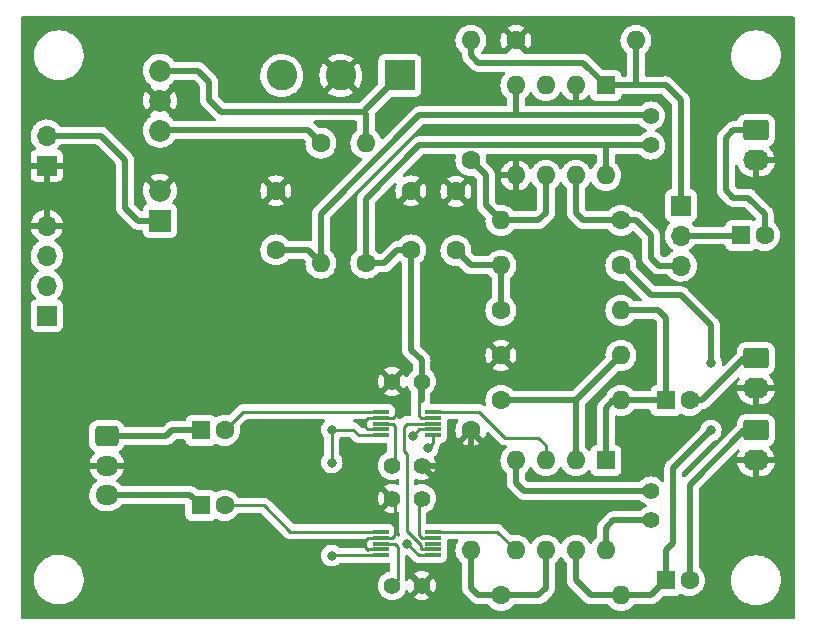
<source format=gtl>
G04 #@! TF.GenerationSoftware,KiCad,Pcbnew,(6.0.0)*
G04 #@! TF.CreationDate,2022-02-13T20:01:41+01:00*
G04 #@! TF.ProjectId,VolumeControl,566f6c75-6d65-4436-9f6e-74726f6c2e6b,rev?*
G04 #@! TF.SameCoordinates,Original*
G04 #@! TF.FileFunction,Copper,L1,Top*
G04 #@! TF.FilePolarity,Positive*
%FSLAX46Y46*%
G04 Gerber Fmt 4.6, Leading zero omitted, Abs format (unit mm)*
G04 Created by KiCad (PCBNEW (6.0.0)) date 2022-02-13 20:01:41*
%MOMM*%
%LPD*%
G01*
G04 APERTURE LIST*
G04 Aperture macros list*
%AMRoundRect*
0 Rectangle with rounded corners*
0 $1 Rounding radius*
0 $2 $3 $4 $5 $6 $7 $8 $9 X,Y pos of 4 corners*
0 Add a 4 corners polygon primitive as box body*
4,1,4,$2,$3,$4,$5,$6,$7,$8,$9,$2,$3,0*
0 Add four circle primitives for the rounded corners*
1,1,$1+$1,$2,$3*
1,1,$1+$1,$4,$5*
1,1,$1+$1,$6,$7*
1,1,$1+$1,$8,$9*
0 Add four rect primitives between the rounded corners*
20,1,$1+$1,$2,$3,$4,$5,0*
20,1,$1+$1,$4,$5,$6,$7,0*
20,1,$1+$1,$6,$7,$8,$9,0*
20,1,$1+$1,$8,$9,$2,$3,0*%
G04 Aperture macros list end*
G04 #@! TA.AperFunction,ComponentPad*
%ADD10O,1.600000X1.600000*%
G04 #@! TD*
G04 #@! TA.AperFunction,ComponentPad*
%ADD11R,1.600000X1.600000*%
G04 #@! TD*
G04 #@! TA.AperFunction,ComponentPad*
%ADD12C,1.400000*%
G04 #@! TD*
G04 #@! TA.AperFunction,ComponentPad*
%ADD13C,1.600000*%
G04 #@! TD*
G04 #@! TA.AperFunction,ComponentPad*
%ADD14R,1.700000X1.700000*%
G04 #@! TD*
G04 #@! TA.AperFunction,ComponentPad*
%ADD15O,1.700000X1.700000*%
G04 #@! TD*
G04 #@! TA.AperFunction,ComponentPad*
%ADD16RoundRect,0.250000X-0.725000X0.600000X-0.725000X-0.600000X0.725000X-0.600000X0.725000X0.600000X0*%
G04 #@! TD*
G04 #@! TA.AperFunction,ComponentPad*
%ADD17O,1.950000X1.700000*%
G04 #@! TD*
G04 #@! TA.AperFunction,ComponentPad*
%ADD18RoundRect,0.250000X-0.845000X0.620000X-0.845000X-0.620000X0.845000X-0.620000X0.845000X0.620000X0*%
G04 #@! TD*
G04 #@! TA.AperFunction,ComponentPad*
%ADD19O,2.190000X1.740000*%
G04 #@! TD*
G04 #@! TA.AperFunction,SMDPad,CuDef*
%ADD20R,1.400000X0.300000*%
G04 #@! TD*
G04 #@! TA.AperFunction,ComponentPad*
%ADD21R,1.850000X1.850000*%
G04 #@! TD*
G04 #@! TA.AperFunction,ComponentPad*
%ADD22C,1.850000*%
G04 #@! TD*
G04 #@! TA.AperFunction,ComponentPad*
%ADD23R,2.600000X2.600000*%
G04 #@! TD*
G04 #@! TA.AperFunction,ComponentPad*
%ADD24C,2.600000*%
G04 #@! TD*
G04 #@! TA.AperFunction,ViaPad*
%ADD25C,0.800000*%
G04 #@! TD*
G04 #@! TA.AperFunction,Conductor*
%ADD26C,0.500000*%
G04 #@! TD*
G04 #@! TA.AperFunction,Conductor*
%ADD27C,0.254000*%
G04 #@! TD*
G04 #@! TA.AperFunction,Conductor*
%ADD28C,0.250000*%
G04 #@! TD*
G04 APERTURE END LIST*
D10*
G04 #@! TO.P,U3,8,V+*
G04 #@! TO.N,+12VA*
X75282000Y-60520000D03*
G04 #@! TO.P,U3,7*
G04 #@! TO.N,Net-(C5-Pad1)*
X72742000Y-60520000D03*
G04 #@! TO.P,U3,6,-*
G04 #@! TO.N,Net-(R5-Pad2)*
X70202000Y-60520000D03*
G04 #@! TO.P,U3,5,+*
G04 #@! TO.N,Net-(U1-Pad10)*
X67662000Y-60520000D03*
G04 #@! TO.P,U3,4,V-*
G04 #@! TO.N,-12VA*
X67662000Y-52900000D03*
G04 #@! TO.P,U3,3,+*
G04 #@! TO.N,Net-(U2-Pad10)*
X70202000Y-52900000D03*
G04 #@! TO.P,U3,2,-*
G04 #@! TO.N,Net-(R6-Pad2)*
X72742000Y-52900000D03*
D11*
G04 #@! TO.P,U3,1*
G04 #@! TO.N,Net-(C6-Pad1)*
X75282000Y-52900000D03*
G04 #@! TD*
D12*
G04 #@! TO.P,C13,1*
G04 #@! TO.N,+12VA*
X59670000Y-46228000D03*
G04 #@! TO.P,C13,2*
G04 #@! TO.N,GND*
X57170000Y-46228000D03*
G04 #@! TD*
D13*
G04 #@! TO.P,R8,1*
G04 #@! TO.N,Net-(R5-Pad2)*
X66392000Y-64330000D03*
D10*
G04 #@! TO.P,R8,2*
G04 #@! TO.N,Net-(C5-Pad1)*
X76552000Y-64330000D03*
G04 #@! TD*
D14*
G04 #@! TO.P,JP1,1,A*
G04 #@! TO.N,Net-(JP1-Pad1)*
X81632000Y-31325000D03*
D15*
G04 #@! TO.P,JP1,2,C*
G04 #@! TO.N,Net-(C10-Pad1)*
X81632000Y-33865000D03*
G04 #@! TO.P,JP1,3,B*
G04 #@! TO.N,Net-(JP1-Pad3)*
X81632000Y-36405000D03*
G04 #@! TD*
D12*
G04 #@! TO.P,C3,1*
G04 #@! TO.N,GND*
X59670000Y-53340000D03*
G04 #@! TO.P,C3,2*
G04 #@! TO.N,-12VA*
X57170000Y-53340000D03*
G04 #@! TD*
D13*
G04 #@! TO.P,R10,1*
G04 #@! TO.N,Net-(C5-Pad1)*
X76552000Y-36390000D03*
D10*
G04 #@! TO.P,R10,2*
G04 #@! TO.N,Net-(C14-Pad1)*
X66392000Y-36390000D03*
G04 #@! TD*
D13*
G04 #@! TO.P,R6,1*
G04 #@! TO.N,GND*
X66392000Y-44010000D03*
D10*
G04 #@! TO.P,R6,2*
G04 #@! TO.N,Net-(R6-Pad2)*
X76552000Y-44010000D03*
G04 #@! TD*
D13*
G04 #@! TO.P,R14,1*
G04 #@! TO.N,GND*
X67662000Y-17340000D03*
D10*
G04 #@! TO.P,R14,2*
G04 #@! TO.N,Net-(JP1-Pad1)*
X77822000Y-17340000D03*
G04 #@! TD*
D11*
G04 #@! TO.P,C6,1*
G04 #@! TO.N,Net-(C6-Pad1)*
X80362000Y-47820000D03*
D13*
G04 #@! TO.P,C6,2*
G04 #@! TO.N,Net-(C6-Pad2)*
X82362000Y-47820000D03*
G04 #@! TD*
D16*
G04 #@! TO.P,J1,1,Pin_1*
G04 #@! TO.N,Net-(C2-Pad1)*
X33020000Y-50840000D03*
D17*
G04 #@! TO.P,J1,2,Pin_2*
G04 #@! TO.N,GND*
X33020000Y-53340000D03*
G04 #@! TO.P,J1,3,Pin_3*
G04 #@! TO.N,Net-(C1-Pad1)*
X33020000Y-55840000D03*
G04 #@! TD*
D14*
G04 #@! TO.P,J4,1,Pin_1*
G04 #@! TO.N,GND*
X27940000Y-27940000D03*
D15*
G04 #@! TO.P,J4,2,Pin_2*
G04 #@! TO.N,+5V*
X27940000Y-25400000D03*
G04 #@! TD*
D14*
G04 #@! TO.P,J2,1,Pin_1*
G04 #@! TO.N,/CLK*
X27940000Y-40640000D03*
D15*
G04 #@! TO.P,J2,2,Pin_2*
G04 #@! TO.N,/SDI*
X27940000Y-38100000D03*
G04 #@! TO.P,J2,3,Pin_3*
G04 #@! TO.N,/CS1*
X27940000Y-35560000D03*
G04 #@! TO.P,J2,4,Pin_4*
G04 #@! TO.N,GND*
X27940000Y-33020000D03*
G04 #@! TD*
D18*
G04 #@! TO.P,J7,1,Pin_1*
G04 #@! TO.N,Net-(C10-Pad2)*
X87982000Y-24960000D03*
D19*
G04 #@! TO.P,J7,2,Pin_2*
G04 #@! TO.N,GND*
X87982000Y-27500000D03*
G04 #@! TD*
D18*
G04 #@! TO.P,J5,1,Pin_1*
G04 #@! TO.N,Net-(C5-Pad2)*
X87982000Y-50360000D03*
D19*
G04 #@! TO.P,J5,2,Pin_2*
G04 #@! TO.N,GND*
X87982000Y-52900000D03*
G04 #@! TD*
D12*
G04 #@! TO.P,C12,1*
G04 #@! TO.N,+12VA*
X59670000Y-56134000D03*
G04 #@! TO.P,C12,2*
G04 #@! TO.N,GND*
X57170000Y-56134000D03*
G04 #@! TD*
D11*
G04 #@! TO.P,C5,1*
G04 #@! TO.N,Net-(C5-Pad1)*
X80362000Y-63060000D03*
D13*
G04 #@! TO.P,C5,2*
G04 #@! TO.N,Net-(C5-Pad2)*
X82362000Y-63060000D03*
G04 #@! TD*
G04 #@! TO.P,C8,1*
G04 #@! TO.N,GND*
X47342000Y-30080000D03*
G04 #@! TO.P,C8,2*
G04 #@! TO.N,-12VA*
X47342000Y-35080000D03*
G04 #@! TD*
D20*
G04 #@! TO.P,U2,1,RH*
G04 #@! TO.N,Net-(C2-Pad2)*
X56220000Y-48784000D03*
G04 #@! TO.P,U2,2,RL*
G04 #@! TO.N,GND*
X56220000Y-49284000D03*
G04 #@! TO.P,U2,3,Vss-*
G04 #@! TO.N,-12VA*
X56220000Y-49784000D03*
G04 #@! TO.P,U2,4,GND*
G04 #@! TO.N,GND*
X56220000Y-50284000D03*
G04 #@! TO.P,U2,5,~{CS}*
G04 #@! TO.N,/CS1*
X56220000Y-50784000D03*
G04 #@! TO.P,U2,6,CLK*
G04 #@! TO.N,/CLK*
X60620000Y-50784000D03*
G04 #@! TO.P,U2,7,SDI*
G04 #@! TO.N,/SDI*
X60620000Y-50284000D03*
G04 #@! TO.P,U2,8,SDO*
G04 #@! TO.N,Net-(U1-Pad7)*
X60620000Y-49784000D03*
G04 #@! TO.P,U2,9,Vdd+*
G04 #@! TO.N,+12VA*
X60620000Y-49284000D03*
G04 #@! TO.P,U2,10,RW*
G04 #@! TO.N,Net-(U2-Pad10)*
X60620000Y-48784000D03*
G04 #@! TD*
D13*
G04 #@! TO.P,R15,1*
G04 #@! TO.N,Net-(R15-Pad1)*
X63852000Y-27500000D03*
D10*
G04 #@! TO.P,R15,2*
G04 #@! TO.N,Net-(JP1-Pad1)*
X63852000Y-17340000D03*
G04 #@! TD*
D13*
G04 #@! TO.P,C14,1*
G04 #@! TO.N,Net-(C14-Pad1)*
X62582000Y-35120000D03*
G04 #@! TO.P,C14,2*
G04 #@! TO.N,GND*
X62582000Y-30120000D03*
G04 #@! TD*
D11*
G04 #@! TO.P,U4,1*
G04 #@! TO.N,Net-(JP1-Pad1)*
X75272000Y-21160000D03*
D10*
G04 #@! TO.P,U4,2,-*
G04 #@! TO.N,GND*
X72732000Y-21160000D03*
G04 #@! TO.P,U4,3,+*
G04 #@! TO.N,Net-(C14-Pad1)*
X70192000Y-21160000D03*
G04 #@! TO.P,U4,4,V-*
G04 #@! TO.N,-12VA*
X67652000Y-21160000D03*
G04 #@! TO.P,U4,5,+*
G04 #@! TO.N,GND*
X67652000Y-28780000D03*
G04 #@! TO.P,U4,6,-*
G04 #@! TO.N,Net-(R15-Pad1)*
X70192000Y-28780000D03*
G04 #@! TO.P,U4,7*
G04 #@! TO.N,Net-(JP1-Pad3)*
X72732000Y-28780000D03*
G04 #@! TO.P,U4,8,V+*
G04 #@! TO.N,+12VA*
X75272000Y-28780000D03*
G04 #@! TD*
D11*
G04 #@! TO.P,C1,1*
G04 #@! TO.N,Net-(C1-Pad1)*
X40992000Y-56710000D03*
D13*
G04 #@! TO.P,C1,2*
G04 #@! TO.N,Net-(C1-Pad2)*
X42992000Y-56710000D03*
G04 #@! TD*
D11*
G04 #@! TO.P,C2,1*
G04 #@! TO.N,Net-(C2-Pad1)*
X40992000Y-50360000D03*
D13*
G04 #@! TO.P,C2,2*
G04 #@! TO.N,Net-(C2-Pad2)*
X42992000Y-50360000D03*
G04 #@! TD*
G04 #@! TO.P,R11,1*
G04 #@! TO.N,Net-(C14-Pad1)*
X66392000Y-40200000D03*
D10*
G04 #@! TO.P,R11,2*
G04 #@! TO.N,Net-(C6-Pad1)*
X76552000Y-40200000D03*
G04 #@! TD*
D12*
G04 #@! TO.P,C4,1*
G04 #@! TO.N,GND*
X59690000Y-63500000D03*
G04 #@! TO.P,C4,2*
G04 #@! TO.N,-12VA*
X57190000Y-63500000D03*
G04 #@! TD*
D13*
G04 #@! TO.P,R12,1*
G04 #@! TO.N,+12VA*
X54962000Y-36195000D03*
D10*
G04 #@! TO.P,R12,2*
G04 #@! TO.N,Net-(J3-Pad1)*
X54962000Y-26035000D03*
G04 #@! TD*
D13*
G04 #@! TO.P,R16,1*
G04 #@! TO.N,Net-(JP1-Pad3)*
X76552000Y-32580000D03*
D10*
G04 #@! TO.P,R16,2*
G04 #@! TO.N,Net-(R15-Pad1)*
X66392000Y-32580000D03*
G04 #@! TD*
D18*
G04 #@! TO.P,J6,1,Pin_1*
G04 #@! TO.N,Net-(C6-Pad2)*
X87982000Y-44264000D03*
D19*
G04 #@! TO.P,J6,2,Pin_2*
G04 #@! TO.N,GND*
X87982000Y-46804000D03*
G04 #@! TD*
D13*
G04 #@! TO.P,R13,1*
G04 #@! TO.N,Net-(J3-Pad3)*
X51152000Y-26035000D03*
D10*
G04 #@! TO.P,R13,2*
G04 #@! TO.N,-12VA*
X51152000Y-36195000D03*
G04 #@! TD*
D13*
G04 #@! TO.P,R5,1*
G04 #@! TO.N,GND*
X63852000Y-50360000D03*
D10*
G04 #@! TO.P,R5,2*
G04 #@! TO.N,Net-(R5-Pad2)*
X63852000Y-60520000D03*
G04 #@! TD*
D12*
G04 #@! TO.P,C9,1*
G04 #@! TO.N,+12VA*
X79092000Y-57980000D03*
G04 #@! TO.P,C9,2*
G04 #@! TO.N,-12VA*
X79092000Y-55480000D03*
G04 #@! TD*
D20*
G04 #@! TO.P,U1,1,RH*
G04 #@! TO.N,Net-(C1-Pad2)*
X56220000Y-58944000D03*
G04 #@! TO.P,U1,2,RL*
G04 #@! TO.N,GND*
X56220000Y-59444000D03*
G04 #@! TO.P,U1,3,Vss-*
G04 #@! TO.N,-12VA*
X56220000Y-59944000D03*
G04 #@! TO.P,U1,4,GND*
G04 #@! TO.N,GND*
X56220000Y-60444000D03*
G04 #@! TO.P,U1,5,~{CS}*
G04 #@! TO.N,/CS1*
X56220000Y-60944000D03*
G04 #@! TO.P,U1,6,CLK*
G04 #@! TO.N,/CLK*
X60620000Y-60944000D03*
G04 #@! TO.P,U1,7,SDI*
G04 #@! TO.N,Net-(U1-Pad7)*
X60620000Y-60444000D03*
G04 #@! TO.P,U1,8,SDO*
G04 #@! TO.N,unconnected-(U1-Pad8)*
X60620000Y-59944000D03*
G04 #@! TO.P,U1,9,Vdd+*
G04 #@! TO.N,+12VA*
X60620000Y-59444000D03*
G04 #@! TO.P,U1,10,RW*
G04 #@! TO.N,Net-(U1-Pad10)*
X60620000Y-58944000D03*
G04 #@! TD*
D13*
G04 #@! TO.P,R9,1*
G04 #@! TO.N,Net-(R6-Pad2)*
X66392000Y-47820000D03*
D10*
G04 #@! TO.P,R9,2*
G04 #@! TO.N,Net-(C6-Pad1)*
X76552000Y-47820000D03*
G04 #@! TD*
D13*
G04 #@! TO.P,C7,1*
G04 #@! TO.N,+12VA*
X58772000Y-35080000D03*
G04 #@! TO.P,C7,2*
G04 #@! TO.N,GND*
X58772000Y-30080000D03*
G04 #@! TD*
D21*
G04 #@! TO.P,PS1,1,+Vin*
G04 #@! TO.N,+5V*
X37524000Y-32610000D03*
D22*
G04 #@! TO.P,PS1,2,-Vin*
G04 #@! TO.N,GND*
X37524000Y-30070000D03*
G04 #@! TO.P,PS1,4,-Vout*
G04 #@! TO.N,Net-(J3-Pad3)*
X37524000Y-24990000D03*
G04 #@! TO.P,PS1,5,0V*
G04 #@! TO.N,GND*
X37524000Y-22450000D03*
G04 #@! TO.P,PS1,6,+Vout*
G04 #@! TO.N,Net-(J3-Pad1)*
X37524000Y-19910000D03*
G04 #@! TD*
D11*
G04 #@! TO.P,C10,1*
G04 #@! TO.N,Net-(C10-Pad1)*
X86712000Y-33850000D03*
D13*
G04 #@! TO.P,C10,2*
G04 #@! TO.N,Net-(C10-Pad2)*
X88712000Y-33850000D03*
G04 #@! TD*
D23*
G04 #@! TO.P,J3,1,Pin_1*
G04 #@! TO.N,Net-(J3-Pad1)*
X57832000Y-20312000D03*
D24*
G04 #@! TO.P,J3,2,Pin_2*
G04 #@! TO.N,GND*
X52832000Y-20312000D03*
G04 #@! TO.P,J3,3,Pin_3*
G04 #@! TO.N,Net-(J3-Pad3)*
X47832000Y-20312000D03*
G04 #@! TD*
D12*
G04 #@! TO.P,C11,1*
G04 #@! TO.N,+12VA*
X79092000Y-26230000D03*
G04 #@! TO.P,C11,2*
G04 #@! TO.N,-12VA*
X79092000Y-23730000D03*
G04 #@! TD*
D25*
G04 #@! TO.N,Net-(C5-Pad1)*
X84172000Y-50360000D03*
X84172000Y-44645000D03*
G04 #@! TO.N,/CLK*
X60198000Y-51816000D03*
X58420000Y-59944000D03*
G04 #@! TO.N,/CS1*
X52070000Y-50292000D03*
X52070000Y-60960000D03*
X52070000Y-53086000D03*
G04 #@! TO.N,/SDI*
X58928000Y-50800000D03*
G04 #@! TD*
D26*
G04 #@! TO.N,+5V*
X34544000Y-31496000D02*
X34544000Y-27432000D01*
X32512000Y-25400000D02*
X27940000Y-25400000D01*
X35658000Y-32610000D02*
X34544000Y-31496000D01*
X34544000Y-27432000D02*
X32512000Y-25400000D01*
X37524000Y-32610000D02*
X35658000Y-32610000D01*
G04 #@! TO.N,+12VA*
X56515000Y-36195000D02*
X54962000Y-36195000D01*
X57630000Y-35080000D02*
X56515000Y-36195000D01*
X58772000Y-35080000D02*
X57630000Y-35080000D01*
G04 #@! TO.N,Net-(J3-Pad1)*
X54962000Y-23554000D02*
X54776000Y-23368000D01*
X54962000Y-26035000D02*
X54962000Y-23554000D01*
G04 #@! TO.N,+12VA*
X54962000Y-30763000D02*
X54962000Y-36195000D01*
X59495000Y-26230000D02*
X54962000Y-30763000D01*
X75282000Y-26230000D02*
X59495000Y-26230000D01*
G04 #@! TO.N,-12VA*
X59495000Y-23690000D02*
X67662000Y-23690000D01*
X51152000Y-32033000D02*
X59495000Y-23690000D01*
X51152000Y-36195000D02*
X51152000Y-32033000D01*
X50037000Y-35080000D02*
X51152000Y-36195000D01*
X47342000Y-35080000D02*
X50037000Y-35080000D01*
G04 #@! TO.N,Net-(J3-Pad3)*
X37554000Y-24960000D02*
X37524000Y-24990000D01*
X50077000Y-24960000D02*
X37554000Y-24960000D01*
X51152000Y-26035000D02*
X50077000Y-24960000D01*
G04 #@! TO.N,Net-(C2-Pad1)*
X38060000Y-50840000D02*
X33020000Y-50840000D01*
X38540000Y-50360000D02*
X38060000Y-50840000D01*
X40992000Y-50360000D02*
X38540000Y-50360000D01*
G04 #@! TO.N,Net-(C1-Pad1)*
X40132000Y-55880000D02*
X40092000Y-55840000D01*
X40092000Y-55840000D02*
X33020000Y-55840000D01*
X40162000Y-55880000D02*
X40132000Y-55880000D01*
X40992000Y-56710000D02*
X40162000Y-55880000D01*
D27*
G04 #@! TO.N,Net-(C1-Pad2)*
X48560000Y-58944000D02*
X46326000Y-56710000D01*
X56220000Y-58944000D02*
X48560000Y-58944000D01*
X46160000Y-56710000D02*
X42992000Y-56710000D01*
X46326000Y-56710000D02*
X46160000Y-56710000D01*
G04 #@! TO.N,Net-(C2-Pad2)*
X44568000Y-48784000D02*
X42992000Y-50360000D01*
X56220000Y-48784000D02*
X44568000Y-48784000D01*
G04 #@! TO.N,GND*
X54864000Y-59690000D02*
X54864000Y-60198000D01*
X57142000Y-59444000D02*
X57404000Y-59182000D01*
X55110000Y-50284000D02*
X54864000Y-50038000D01*
X57404000Y-56368000D02*
X57170000Y-56134000D01*
X56220000Y-59444000D02*
X55110000Y-59444000D01*
X57404000Y-59182000D02*
X57404000Y-56368000D01*
X57223022Y-49284000D02*
X57912000Y-48595022D01*
X55118000Y-60452000D02*
X55126000Y-60444000D01*
X56220000Y-49284000D02*
X57223022Y-49284000D01*
X55126000Y-49284000D02*
X56220000Y-49284000D01*
D26*
X63852000Y-51718000D02*
X62230000Y-53340000D01*
X62230000Y-53340000D02*
X59670000Y-53340000D01*
X63852000Y-50360000D02*
X63852000Y-51718000D01*
D27*
X54864000Y-49530000D02*
X55118000Y-49276000D01*
X54864000Y-50038000D02*
X54864000Y-49530000D01*
X56220000Y-50284000D02*
X55110000Y-50284000D01*
X55118000Y-49276000D02*
X55126000Y-49284000D01*
X56220000Y-59444000D02*
X57142000Y-59444000D01*
X54864000Y-60198000D02*
X55118000Y-60452000D01*
X57912000Y-48595022D02*
X57912000Y-46970000D01*
X55110000Y-59444000D02*
X54864000Y-59690000D01*
X55126000Y-60444000D02*
X56220000Y-60444000D01*
X57912000Y-46970000D02*
X57170000Y-46228000D01*
D26*
G04 #@! TO.N,Net-(C5-Pad1)*
X76552000Y-36390000D02*
X79092000Y-38930000D01*
X79092000Y-38930000D02*
X81632000Y-38930000D01*
X80362000Y-60520000D02*
X80997000Y-59885000D01*
X76552000Y-64330000D02*
X79092000Y-64330000D01*
X80997000Y-53535000D02*
X84172000Y-50360000D01*
X80362000Y-63060000D02*
X80362000Y-60520000D01*
X84172000Y-41470000D02*
X84172000Y-44645000D01*
X74012000Y-64330000D02*
X76552000Y-64330000D01*
X79092000Y-64330000D02*
X80362000Y-63060000D01*
X80997000Y-59885000D02*
X80997000Y-53535000D01*
X72742000Y-63060000D02*
X74012000Y-64330000D01*
X81632000Y-38930000D02*
X84172000Y-41470000D01*
X72742000Y-60520000D02*
X72742000Y-63060000D01*
G04 #@! TO.N,Net-(C5-Pad2)*
X82362000Y-63060000D02*
X82362000Y-54964000D01*
X82362000Y-54964000D02*
X86966000Y-50360000D01*
X86966000Y-50360000D02*
X87982000Y-50360000D01*
G04 #@! TO.N,Net-(C6-Pad1)*
X76552000Y-47820000D02*
X80362000Y-47820000D01*
X76552000Y-40200000D02*
X79727000Y-40200000D01*
X79727000Y-40200000D02*
X80362000Y-40835000D01*
X75917000Y-47820000D02*
X75282000Y-48455000D01*
X75282000Y-48455000D02*
X75282000Y-52900000D01*
X76552000Y-47820000D02*
X75917000Y-47820000D01*
X80362000Y-40835000D02*
X80362000Y-47820000D01*
G04 #@! TO.N,Net-(C6-Pad2)*
X86966000Y-44264000D02*
X87982000Y-44264000D01*
X82362000Y-47820000D02*
X83410000Y-47820000D01*
X83410000Y-47820000D02*
X86966000Y-44264000D01*
G04 #@! TO.N,+12VA*
X75282000Y-26865000D02*
X75282000Y-26230000D01*
D27*
X59436000Y-56368000D02*
X59670000Y-56134000D01*
X59436000Y-59182000D02*
X59436000Y-56368000D01*
X59616978Y-49284000D02*
X59436000Y-49103022D01*
X59436000Y-46462000D02*
X59670000Y-46228000D01*
D26*
X75272000Y-26875000D02*
X75282000Y-26865000D01*
D27*
X60620000Y-49284000D02*
X59616978Y-49284000D01*
D26*
X75282000Y-26230000D02*
X75917000Y-26230000D01*
X75272000Y-28780000D02*
X75272000Y-26875000D01*
D27*
X59436000Y-49103022D02*
X59436000Y-46462000D01*
D26*
X59670000Y-44430000D02*
X59670000Y-47752000D01*
X75917000Y-57980000D02*
X79092000Y-57980000D01*
X58772000Y-35080000D02*
X58772000Y-43532000D01*
X58772000Y-43532000D02*
X59670000Y-44430000D01*
D27*
X59698000Y-59444000D02*
X59436000Y-59182000D01*
X60620000Y-59444000D02*
X59698000Y-59444000D01*
D26*
X75917000Y-26230000D02*
X79092000Y-26230000D01*
X75282000Y-58615000D02*
X75917000Y-57980000D01*
X75282000Y-60520000D02*
X75282000Y-58615000D01*
D27*
G04 #@! TO.N,-12VA*
X56220000Y-49784000D02*
X57223022Y-49784000D01*
D26*
X67662000Y-23055000D02*
X67662000Y-23690000D01*
D27*
X56220000Y-59944000D02*
X57404000Y-59944000D01*
X57658000Y-60198000D02*
X57658000Y-63032000D01*
X57404000Y-59944000D02*
X57658000Y-60198000D01*
D26*
X79092000Y-23690000D02*
X67662000Y-23690000D01*
D27*
X57404000Y-49964978D02*
X57404000Y-53106000D01*
X57658000Y-63032000D02*
X57190000Y-63500000D01*
D26*
X79092000Y-23730000D02*
X79092000Y-23690000D01*
X67652000Y-21160000D02*
X67652000Y-23045000D01*
D27*
X57223022Y-49784000D02*
X57404000Y-49964978D01*
D26*
X79092000Y-55480000D02*
X68337000Y-55480000D01*
X68337000Y-55480000D02*
X67662000Y-54805000D01*
X67662000Y-54805000D02*
X67662000Y-52900000D01*
D27*
X57404000Y-53106000D02*
X57170000Y-53340000D01*
D26*
X67652000Y-23045000D02*
X67662000Y-23055000D01*
G04 #@! TO.N,Net-(C10-Pad1)*
X81632000Y-33865000D02*
X86697000Y-33865000D01*
X86697000Y-33865000D02*
X86712000Y-33850000D01*
G04 #@! TO.N,Net-(C10-Pad2)*
X87347000Y-30675000D02*
X86077000Y-30675000D01*
X88712000Y-32040000D02*
X87347000Y-30675000D01*
X85442000Y-30040000D02*
X85442000Y-25595000D01*
X88712000Y-33850000D02*
X88712000Y-32040000D01*
X85442000Y-25595000D02*
X86077000Y-24960000D01*
X86077000Y-30675000D02*
X85442000Y-30040000D01*
X86077000Y-24960000D02*
X87982000Y-24960000D01*
G04 #@! TO.N,Net-(R5-Pad2)*
X70202000Y-63695000D02*
X69567000Y-64330000D01*
X64487000Y-64330000D02*
X66392000Y-64330000D01*
X63852000Y-60520000D02*
X63852000Y-63695000D01*
X70202000Y-60520000D02*
X70202000Y-63695000D01*
X63852000Y-63695000D02*
X64487000Y-64330000D01*
X69567000Y-64330000D02*
X66392000Y-64330000D01*
G04 #@! TO.N,Net-(R6-Pad2)*
X72742000Y-47820000D02*
X72742000Y-52900000D01*
X72742000Y-47820000D02*
X66392000Y-47820000D01*
X76552000Y-44010000D02*
X72742000Y-47820000D01*
G04 #@! TO.N,Net-(C14-Pad1)*
X62582000Y-35120000D02*
X63852000Y-36390000D01*
X66392000Y-36390000D02*
X66392000Y-40200000D01*
X63852000Y-36390000D02*
X66392000Y-36390000D01*
G04 #@! TO.N,Net-(JP1-Pad3)*
X79092000Y-33850000D02*
X79092000Y-35755000D01*
X76552000Y-32580000D02*
X77822000Y-32580000D01*
X73377000Y-32580000D02*
X76552000Y-32580000D01*
X72732000Y-28780000D02*
X72732000Y-31935000D01*
X77822000Y-32580000D02*
X79092000Y-33850000D01*
X79092000Y-35755000D02*
X79742000Y-36405000D01*
X79742000Y-36405000D02*
X81632000Y-36405000D01*
X72732000Y-31935000D02*
X73377000Y-32580000D01*
G04 #@! TO.N,Net-(JP1-Pad1)*
X77822000Y-21150000D02*
X77832000Y-21160000D01*
X77832000Y-21160000D02*
X75272000Y-21160000D01*
X64487000Y-19245000D02*
X73357000Y-19245000D01*
X81632000Y-22420000D02*
X80362000Y-21150000D01*
X63852000Y-17340000D02*
X63852000Y-18610000D01*
X81632000Y-31325000D02*
X81632000Y-22420000D01*
X80362000Y-21150000D02*
X80352000Y-21160000D01*
X73357000Y-19245000D02*
X75272000Y-21160000D01*
X80352000Y-21160000D02*
X77832000Y-21160000D01*
X63852000Y-18610000D02*
X64487000Y-19245000D01*
X77822000Y-17340000D02*
X77822000Y-21150000D01*
D27*
G04 #@! TO.N,/CLK*
X60620000Y-51394000D02*
X60198000Y-51816000D01*
D28*
X59420000Y-60944000D02*
X58420000Y-59944000D01*
D27*
X60620000Y-50784000D02*
X60620000Y-51394000D01*
D28*
X60620000Y-60944000D02*
X59420000Y-60944000D01*
D27*
G04 #@! TO.N,/CS1*
X53848000Y-50292000D02*
X52070000Y-50292000D01*
X52086000Y-60944000D02*
X56220000Y-60944000D01*
X52070000Y-60960000D02*
X52086000Y-60944000D01*
X52070000Y-50292000D02*
X52070000Y-53086000D01*
X54340000Y-50784000D02*
X53848000Y-50292000D01*
X56220000Y-50784000D02*
X54340000Y-50784000D01*
D26*
G04 #@! TO.N,Net-(R15-Pad1)*
X63852000Y-27500000D02*
X65122000Y-28770000D01*
X70202000Y-31945000D02*
X70192000Y-31935000D01*
X65122000Y-28770000D02*
X65122000Y-31310000D01*
X70192000Y-31935000D02*
X70192000Y-28780000D01*
X65122000Y-31310000D02*
X66392000Y-32580000D01*
X66392000Y-32580000D02*
X69567000Y-32580000D01*
X69567000Y-32580000D02*
X70202000Y-31945000D01*
D27*
G04 #@! TO.N,/SDI*
X60620000Y-50284000D02*
X59444000Y-50284000D01*
X59444000Y-50284000D02*
X58928000Y-50800000D01*
G04 #@! TO.N,Net-(U2-Pad10)*
X70202000Y-52900000D02*
X70202000Y-51630000D01*
X70202000Y-51630000D02*
X69567000Y-50995000D01*
X64532000Y-48784000D02*
X60620000Y-48784000D01*
X66743000Y-50995000D02*
X64532000Y-48784000D01*
X69567000Y-50995000D02*
X66743000Y-50995000D01*
G04 #@! TO.N,Net-(U1-Pad7)*
X58420000Y-49784000D02*
X60620000Y-49784000D01*
X59616978Y-60444000D02*
X59593489Y-60420511D01*
X59593489Y-60054244D02*
X58420000Y-58880755D01*
X60620000Y-60444000D02*
X59616978Y-60444000D01*
X58166000Y-52070000D02*
X58166000Y-50038000D01*
X58420000Y-58880755D02*
X58420000Y-52324000D01*
X58166000Y-50038000D02*
X58420000Y-49784000D01*
X59593489Y-60420511D02*
X59593489Y-60054244D01*
X58420000Y-52324000D02*
X58166000Y-52070000D01*
D26*
G04 #@! TO.N,Net-(J3-Pad1)*
X54962000Y-23182000D02*
X57832000Y-20312000D01*
X41656000Y-20828000D02*
X40738000Y-19910000D01*
X54776000Y-23368000D02*
X54962000Y-23182000D01*
X41656000Y-22352000D02*
X41656000Y-20828000D01*
X53370000Y-23368000D02*
X54776000Y-23368000D01*
X53370000Y-23368000D02*
X42672000Y-23368000D01*
X42672000Y-23368000D02*
X41656000Y-22352000D01*
X40738000Y-19910000D02*
X37524000Y-19910000D01*
D27*
G04 #@! TO.N,Net-(U1-Pad10)*
X61500000Y-58928000D02*
X61484000Y-58944000D01*
X61484000Y-58944000D02*
X60620000Y-58944000D01*
X62992000Y-58928000D02*
X61500000Y-58928000D01*
X66070000Y-58928000D02*
X67662000Y-60520000D01*
X62992000Y-58928000D02*
X66070000Y-58928000D01*
G04 #@! TD*
G04 #@! TA.AperFunction,Conductor*
G04 #@! TO.N,GND*
G36*
X91226121Y-15328002D02*
G01*
X91272614Y-15381658D01*
X91284000Y-15434000D01*
X91284000Y-66236000D01*
X91263998Y-66304121D01*
X91210342Y-66350614D01*
X91158000Y-66362000D01*
X25878000Y-66362000D01*
X25809879Y-66341998D01*
X25763386Y-66288342D01*
X25752000Y-66236000D01*
X25752000Y-63124703D01*
X26846743Y-63124703D01*
X26847302Y-63128947D01*
X26847302Y-63128951D01*
X26862258Y-63242553D01*
X26884268Y-63409734D01*
X26960129Y-63687036D01*
X27072923Y-63951476D01*
X27116704Y-64024628D01*
X27218290Y-64194366D01*
X27220561Y-64198161D01*
X27400313Y-64422528D01*
X27608851Y-64620423D01*
X27842317Y-64788186D01*
X27846112Y-64790195D01*
X27846113Y-64790196D01*
X27867869Y-64801715D01*
X28096392Y-64922712D01*
X28120699Y-64931607D01*
X28356913Y-65018049D01*
X28366373Y-65021511D01*
X28647264Y-65082755D01*
X28672969Y-65084778D01*
X28870282Y-65100307D01*
X28870291Y-65100307D01*
X28872739Y-65100500D01*
X29028271Y-65100500D01*
X29030407Y-65100354D01*
X29030418Y-65100354D01*
X29238548Y-65086165D01*
X29238554Y-65086164D01*
X29242825Y-65085873D01*
X29247020Y-65085004D01*
X29247022Y-65085004D01*
X29452561Y-65042439D01*
X29524342Y-65027574D01*
X29795343Y-64931607D01*
X29923836Y-64865287D01*
X30047005Y-64801715D01*
X30047006Y-64801715D01*
X30050812Y-64799750D01*
X30054313Y-64797289D01*
X30054317Y-64797287D01*
X30202329Y-64693262D01*
X30286023Y-64634441D01*
X30379654Y-64547434D01*
X30493479Y-64441661D01*
X30493481Y-64441658D01*
X30496622Y-64438740D01*
X30678713Y-64216268D01*
X30828927Y-63971142D01*
X30915350Y-63774266D01*
X30942757Y-63711830D01*
X30944483Y-63707898D01*
X30951360Y-63683758D01*
X30996780Y-63524310D01*
X31023244Y-63431406D01*
X31054806Y-63209637D01*
X31063146Y-63151036D01*
X31063146Y-63151034D01*
X31063751Y-63146784D01*
X31063811Y-63135461D01*
X31065235Y-62863583D01*
X31065235Y-62863576D01*
X31065257Y-62859297D01*
X31062374Y-62837393D01*
X31033831Y-62620594D01*
X31027732Y-62574266D01*
X30951871Y-62296964D01*
X30915547Y-62211803D01*
X30840763Y-62036476D01*
X30840761Y-62036472D01*
X30839077Y-62032524D01*
X30740911Y-61868500D01*
X30693643Y-61789521D01*
X30693640Y-61789517D01*
X30691439Y-61785839D01*
X30511687Y-61561472D01*
X30373478Y-61430317D01*
X30306258Y-61366527D01*
X30306255Y-61366525D01*
X30303149Y-61363577D01*
X30113064Y-61226987D01*
X30073172Y-61198321D01*
X30073171Y-61198320D01*
X30069683Y-61195814D01*
X30047843Y-61184250D01*
X30024257Y-61171762D01*
X29815608Y-61061288D01*
X29564089Y-60969245D01*
X29549658Y-60963964D01*
X29549656Y-60963963D01*
X29545627Y-60962489D01*
X29264736Y-60901245D01*
X29233685Y-60898801D01*
X29041718Y-60883693D01*
X29041709Y-60883693D01*
X29039261Y-60883500D01*
X28883729Y-60883500D01*
X28881593Y-60883646D01*
X28881582Y-60883646D01*
X28673452Y-60897835D01*
X28673446Y-60897836D01*
X28669175Y-60898127D01*
X28664980Y-60898996D01*
X28664978Y-60898996D01*
X28552109Y-60922370D01*
X28387658Y-60956426D01*
X28116657Y-61052393D01*
X27861188Y-61184250D01*
X27857687Y-61186711D01*
X27857683Y-61186713D01*
X27841167Y-61198321D01*
X27625977Y-61349559D01*
X27610892Y-61363577D01*
X27421397Y-61539667D01*
X27415378Y-61545260D01*
X27233287Y-61767732D01*
X27083073Y-62012858D01*
X27081347Y-62016791D01*
X27081346Y-62016792D01*
X27023011Y-62149684D01*
X26967517Y-62276102D01*
X26966342Y-62280229D01*
X26966341Y-62280230D01*
X26949267Y-62340170D01*
X26888756Y-62552594D01*
X26848249Y-62837216D01*
X26848227Y-62841505D01*
X26848226Y-62841512D01*
X26846765Y-63120417D01*
X26846743Y-63124703D01*
X25752000Y-63124703D01*
X25752000Y-55775774D01*
X31533102Y-55775774D01*
X31541751Y-56006158D01*
X31589093Y-56231791D01*
X31591051Y-56236750D01*
X31591052Y-56236752D01*
X31659196Y-56409301D01*
X31673776Y-56446221D01*
X31793377Y-56643317D01*
X31796874Y-56647347D01*
X31928437Y-56798960D01*
X31944477Y-56817445D01*
X31977101Y-56844195D01*
X32118627Y-56960240D01*
X32118633Y-56960244D01*
X32122755Y-56963624D01*
X32127391Y-56966263D01*
X32127394Y-56966265D01*
X32236422Y-57028327D01*
X32323114Y-57077675D01*
X32539825Y-57156337D01*
X32545074Y-57157286D01*
X32545077Y-57157287D01*
X32762608Y-57196623D01*
X32762615Y-57196624D01*
X32766692Y-57197361D01*
X32784414Y-57198197D01*
X32789356Y-57198430D01*
X32789363Y-57198430D01*
X32790844Y-57198500D01*
X33202890Y-57198500D01*
X33269809Y-57192822D01*
X33369409Y-57184371D01*
X33369413Y-57184370D01*
X33374720Y-57183920D01*
X33379875Y-57182582D01*
X33379881Y-57182581D01*
X33592703Y-57127343D01*
X33592707Y-57127342D01*
X33597872Y-57126001D01*
X33602738Y-57123809D01*
X33602741Y-57123808D01*
X33803202Y-57033507D01*
X33808075Y-57031312D01*
X33999319Y-56902559D01*
X34166135Y-56743424D01*
X34236176Y-56649287D01*
X34292885Y-56606574D01*
X34337264Y-56598500D01*
X39557500Y-56598500D01*
X39625621Y-56618502D01*
X39672114Y-56672158D01*
X39683500Y-56724500D01*
X39683500Y-57558134D01*
X39690255Y-57620316D01*
X39741385Y-57756705D01*
X39828739Y-57873261D01*
X39945295Y-57960615D01*
X40081684Y-58011745D01*
X40143866Y-58018500D01*
X41840134Y-58018500D01*
X41902316Y-58011745D01*
X42038705Y-57960615D01*
X42155261Y-57873261D01*
X42160642Y-57866081D01*
X42166992Y-57859731D01*
X42169232Y-57861971D01*
X42213565Y-57828829D01*
X42284384Y-57823810D01*
X42325790Y-57841949D01*
X42325981Y-57841617D01*
X42328964Y-57843339D01*
X42329797Y-57843704D01*
X42335251Y-57847523D01*
X42340233Y-57849846D01*
X42340238Y-57849849D01*
X42537775Y-57941961D01*
X42542757Y-57944284D01*
X42548065Y-57945706D01*
X42548067Y-57945707D01*
X42758598Y-58002119D01*
X42758600Y-58002119D01*
X42763913Y-58003543D01*
X42992000Y-58023498D01*
X43220087Y-58003543D01*
X43225400Y-58002119D01*
X43225402Y-58002119D01*
X43435933Y-57945707D01*
X43435935Y-57945706D01*
X43441243Y-57944284D01*
X43446225Y-57941961D01*
X43643762Y-57849849D01*
X43643767Y-57849846D01*
X43648749Y-57847523D01*
X43790458Y-57748297D01*
X43831789Y-57719357D01*
X43831792Y-57719355D01*
X43836300Y-57716198D01*
X43998198Y-57554300D01*
X44106780Y-57399229D01*
X44162237Y-57354901D01*
X44209993Y-57345500D01*
X46010578Y-57345500D01*
X46078699Y-57365502D01*
X46099673Y-57382405D01*
X47078826Y-58361559D01*
X48054750Y-59337483D01*
X48062326Y-59345809D01*
X48066447Y-59352303D01*
X48072222Y-59357726D01*
X48116265Y-59399085D01*
X48119107Y-59401840D01*
X48138906Y-59421639D01*
X48142037Y-59424068D01*
X48142042Y-59424072D01*
X48142128Y-59424139D01*
X48151153Y-59431847D01*
X48177715Y-59456791D01*
X48177719Y-59456794D01*
X48183494Y-59462217D01*
X48190440Y-59466036D01*
X48190445Y-59466039D01*
X48201328Y-59472022D01*
X48217856Y-59482878D01*
X48227671Y-59490492D01*
X48227674Y-59490494D01*
X48233933Y-59495349D01*
X48241203Y-59498495D01*
X48241208Y-59498498D01*
X48274650Y-59512969D01*
X48285311Y-59518192D01*
X48317247Y-59535749D01*
X48317252Y-59535751D01*
X48324197Y-59539569D01*
X48331871Y-59541539D01*
X48331878Y-59541542D01*
X48343913Y-59544632D01*
X48362618Y-59551036D01*
X48374013Y-59555967D01*
X48381292Y-59559117D01*
X48408342Y-59563401D01*
X48425127Y-59566060D01*
X48436740Y-59568465D01*
X48479718Y-59579500D01*
X48500065Y-59579500D01*
X48519777Y-59581051D01*
X48539879Y-59584235D01*
X48547771Y-59583489D01*
X48584056Y-59580059D01*
X48595914Y-59579500D01*
X54889144Y-59579500D01*
X54957265Y-59599502D01*
X55003758Y-59653158D01*
X55014407Y-59719108D01*
X55011500Y-59745866D01*
X55011500Y-60142134D01*
X55011870Y-60145533D01*
X55014407Y-60168891D01*
X55001879Y-60238774D01*
X54953559Y-60290790D01*
X54889144Y-60308500D01*
X52758981Y-60308500D01*
X52690860Y-60288498D01*
X52681333Y-60281223D01*
X52681253Y-60281134D01*
X52661193Y-60266559D01*
X52532094Y-60172763D01*
X52532093Y-60172762D01*
X52526752Y-60168882D01*
X52520724Y-60166198D01*
X52520722Y-60166197D01*
X52358319Y-60093891D01*
X52358318Y-60093891D01*
X52352288Y-60091206D01*
X52256084Y-60070757D01*
X52171944Y-60052872D01*
X52171939Y-60052872D01*
X52165487Y-60051500D01*
X51974513Y-60051500D01*
X51968061Y-60052872D01*
X51968056Y-60052872D01*
X51883916Y-60070757D01*
X51787712Y-60091206D01*
X51781682Y-60093891D01*
X51781681Y-60093891D01*
X51619278Y-60166197D01*
X51619276Y-60166198D01*
X51613248Y-60168882D01*
X51607907Y-60172762D01*
X51607906Y-60172763D01*
X51591307Y-60184823D01*
X51458747Y-60281134D01*
X51454326Y-60286044D01*
X51454325Y-60286045D01*
X51352317Y-60399337D01*
X51330960Y-60423056D01*
X51235473Y-60588444D01*
X51176458Y-60770072D01*
X51175768Y-60776633D01*
X51175768Y-60776635D01*
X51164536Y-60883500D01*
X51156496Y-60960000D01*
X51157186Y-60966565D01*
X51175280Y-61138717D01*
X51176458Y-61149928D01*
X51235473Y-61331556D01*
X51238776Y-61337278D01*
X51238777Y-61337279D01*
X51256628Y-61368197D01*
X51330960Y-61496944D01*
X51335378Y-61501851D01*
X51335379Y-61501852D01*
X51453298Y-61632814D01*
X51458747Y-61638866D01*
X51613248Y-61751118D01*
X51619276Y-61753802D01*
X51619278Y-61753803D01*
X51781681Y-61826109D01*
X51787712Y-61828794D01*
X51881113Y-61848647D01*
X51968056Y-61867128D01*
X51968061Y-61867128D01*
X51974513Y-61868500D01*
X52165487Y-61868500D01*
X52171939Y-61867128D01*
X52171944Y-61867128D01*
X52258887Y-61848647D01*
X52352288Y-61828794D01*
X52358319Y-61826109D01*
X52520722Y-61753803D01*
X52520724Y-61753802D01*
X52526752Y-61751118D01*
X52560319Y-61726730D01*
X52675909Y-61642749D01*
X52675911Y-61642747D01*
X52681253Y-61638866D01*
X52697168Y-61621190D01*
X52757613Y-61583951D01*
X52790805Y-61579500D01*
X55343509Y-61579500D01*
X55387739Y-61587518D01*
X55409684Y-61595745D01*
X55471866Y-61602500D01*
X56896500Y-61602500D01*
X56964621Y-61622502D01*
X57011114Y-61676158D01*
X57022500Y-61728500D01*
X57022500Y-62197067D01*
X57002498Y-62265188D01*
X56948842Y-62311681D01*
X56929111Y-62318774D01*
X56780400Y-62358621D01*
X56780398Y-62358622D01*
X56775090Y-62360044D01*
X56770109Y-62362366D01*
X56770108Y-62362367D01*
X56588423Y-62447088D01*
X56588420Y-62447090D01*
X56583442Y-62449411D01*
X56410224Y-62570699D01*
X56260699Y-62720224D01*
X56139411Y-62893442D01*
X56137090Y-62898420D01*
X56137088Y-62898423D01*
X56053919Y-63076780D01*
X56050044Y-63085090D01*
X56048622Y-63090398D01*
X56048621Y-63090400D01*
X55997119Y-63282607D01*
X55995314Y-63289345D01*
X55976884Y-63500000D01*
X55995314Y-63710655D01*
X55996738Y-63715968D01*
X55996738Y-63715970D01*
X56012359Y-63774266D01*
X56050044Y-63914910D01*
X56052366Y-63919891D01*
X56052367Y-63919892D01*
X56131526Y-64089648D01*
X56139411Y-64106558D01*
X56260699Y-64279776D01*
X56410224Y-64429301D01*
X56583442Y-64550589D01*
X56588420Y-64552910D01*
X56588423Y-64552912D01*
X56726875Y-64617473D01*
X56775090Y-64639956D01*
X56780398Y-64641378D01*
X56780400Y-64641379D01*
X56974030Y-64693262D01*
X56974032Y-64693262D01*
X56979345Y-64694686D01*
X57190000Y-64713116D01*
X57400655Y-64694686D01*
X57405968Y-64693262D01*
X57405970Y-64693262D01*
X57599600Y-64641379D01*
X57599602Y-64641378D01*
X57604910Y-64639956D01*
X57653125Y-64617473D01*
X57791577Y-64552912D01*
X57791580Y-64552910D01*
X57796558Y-64550589D01*
X57848440Y-64514261D01*
X59040294Y-64514261D01*
X59049590Y-64526276D01*
X59079189Y-64547001D01*
X59088677Y-64552479D01*
X59270277Y-64637159D01*
X59280571Y-64640907D01*
X59474122Y-64692769D01*
X59484909Y-64694671D01*
X59684525Y-64712135D01*
X59695475Y-64712135D01*
X59895091Y-64694671D01*
X59905878Y-64692769D01*
X60099429Y-64640907D01*
X60109723Y-64637159D01*
X60291323Y-64552479D01*
X60300811Y-64547001D01*
X60331248Y-64525689D01*
X60339623Y-64515212D01*
X60332554Y-64501764D01*
X59702812Y-63872022D01*
X59688868Y-63864408D01*
X59687035Y-63864539D01*
X59680420Y-63868790D01*
X59046724Y-64502486D01*
X59040294Y-64514261D01*
X57848440Y-64514261D01*
X57969776Y-64429301D01*
X58119301Y-64279776D01*
X58240589Y-64106558D01*
X58248475Y-64089648D01*
X58302029Y-63974799D01*
X58326082Y-63923218D01*
X58372998Y-63869934D01*
X58441275Y-63850473D01*
X58509235Y-63871015D01*
X58554471Y-63923220D01*
X58637521Y-64101323D01*
X58642999Y-64110811D01*
X58664311Y-64141248D01*
X58674788Y-64149623D01*
X58688236Y-64142554D01*
X59317978Y-63512812D01*
X59324356Y-63501132D01*
X60054408Y-63501132D01*
X60054539Y-63502965D01*
X60058790Y-63509580D01*
X60692486Y-64143276D01*
X60704261Y-64149706D01*
X60716276Y-64140410D01*
X60737001Y-64110811D01*
X60742479Y-64101323D01*
X60827159Y-63919723D01*
X60830907Y-63909429D01*
X60882769Y-63715878D01*
X60884671Y-63705091D01*
X60902135Y-63505475D01*
X60902135Y-63494525D01*
X60884671Y-63294909D01*
X60882769Y-63284122D01*
X60830907Y-63090571D01*
X60827159Y-63080277D01*
X60742479Y-62898677D01*
X60737001Y-62889189D01*
X60715689Y-62858752D01*
X60705212Y-62850377D01*
X60691764Y-62857446D01*
X60062022Y-63487188D01*
X60054408Y-63501132D01*
X59324356Y-63501132D01*
X59325592Y-63498868D01*
X59325461Y-63497035D01*
X59321210Y-63490420D01*
X58687514Y-62856724D01*
X58675739Y-62850294D01*
X58663724Y-62859590D01*
X58642999Y-62889189D01*
X58637521Y-62898677D01*
X58554471Y-63076780D01*
X58507554Y-63130066D01*
X58439277Y-63149527D01*
X58371317Y-63128985D01*
X58326081Y-63076780D01*
X58305305Y-63032225D01*
X58293500Y-62978976D01*
X58293500Y-62484788D01*
X59040377Y-62484788D01*
X59047446Y-62498236D01*
X59677188Y-63127978D01*
X59691132Y-63135592D01*
X59692965Y-63135461D01*
X59699580Y-63131210D01*
X60333276Y-62497514D01*
X60339706Y-62485739D01*
X60330410Y-62473724D01*
X60300811Y-62452999D01*
X60291323Y-62447521D01*
X60109723Y-62362841D01*
X60099429Y-62359093D01*
X59905878Y-62307231D01*
X59895091Y-62305329D01*
X59695475Y-62287865D01*
X59684525Y-62287865D01*
X59484909Y-62305329D01*
X59474122Y-62307231D01*
X59280571Y-62359093D01*
X59270277Y-62362841D01*
X59088677Y-62447521D01*
X59079189Y-62452999D01*
X59048752Y-62474311D01*
X59040377Y-62484788D01*
X58293500Y-62484788D01*
X58293500Y-61017594D01*
X58313502Y-60949473D01*
X58367158Y-60902980D01*
X58437432Y-60892876D01*
X58502012Y-60922370D01*
X58508595Y-60928499D01*
X58916343Y-61336247D01*
X58923887Y-61344537D01*
X58928000Y-61351018D01*
X58933777Y-61356443D01*
X58977667Y-61397658D01*
X58980509Y-61400413D01*
X59000231Y-61420135D01*
X59003355Y-61422558D01*
X59003359Y-61422562D01*
X59003424Y-61422612D01*
X59012445Y-61430317D01*
X59044679Y-61460586D01*
X59051627Y-61464405D01*
X59051629Y-61464407D01*
X59062432Y-61470346D01*
X59078959Y-61481202D01*
X59088698Y-61488757D01*
X59088700Y-61488758D01*
X59094960Y-61493614D01*
X59135540Y-61511174D01*
X59146188Y-61516391D01*
X59169770Y-61529355D01*
X59184940Y-61537695D01*
X59192616Y-61539666D01*
X59192619Y-61539667D01*
X59204562Y-61542733D01*
X59223267Y-61549137D01*
X59241855Y-61557181D01*
X59249678Y-61558420D01*
X59249688Y-61558423D01*
X59285524Y-61564099D01*
X59297144Y-61566505D01*
X59332289Y-61575528D01*
X59339970Y-61577500D01*
X59360224Y-61577500D01*
X59379934Y-61579051D01*
X59399943Y-61582220D01*
X59407835Y-61581474D01*
X59443961Y-61578059D01*
X59455819Y-61577500D01*
X59738174Y-61577500D01*
X59782404Y-61585518D01*
X59809684Y-61595745D01*
X59871866Y-61602500D01*
X61368134Y-61602500D01*
X61430316Y-61595745D01*
X61566705Y-61544615D01*
X61683261Y-61457261D01*
X61770615Y-61340705D01*
X61821745Y-61204316D01*
X61828500Y-61142134D01*
X61828500Y-60745866D01*
X61824344Y-60707606D01*
X61824344Y-60680393D01*
X61828131Y-60645533D01*
X61828131Y-60645529D01*
X61828500Y-60642134D01*
X61828500Y-60245866D01*
X61824344Y-60207606D01*
X61824344Y-60180393D01*
X61828131Y-60145533D01*
X61828131Y-60145528D01*
X61828500Y-60142134D01*
X61828500Y-59745866D01*
X61825594Y-59719109D01*
X61824344Y-59707607D01*
X61824344Y-59680394D01*
X61824834Y-59675887D01*
X61852078Y-59610327D01*
X61910442Y-59569903D01*
X61950096Y-59563500D01*
X62682321Y-59563500D01*
X62750442Y-59583502D01*
X62796935Y-59637158D01*
X62807039Y-59707432D01*
X62785534Y-59761771D01*
X62717634Y-59858742D01*
X62717633Y-59858744D01*
X62714477Y-59863251D01*
X62712154Y-59868233D01*
X62712151Y-59868238D01*
X62626056Y-60052872D01*
X62617716Y-60070757D01*
X62616294Y-60076065D01*
X62616293Y-60076067D01*
X62565180Y-60266821D01*
X62558457Y-60291913D01*
X62538502Y-60520000D01*
X62558457Y-60748087D01*
X62559881Y-60753400D01*
X62559881Y-60753402D01*
X62614282Y-60956426D01*
X62617716Y-60969243D01*
X62620039Y-60974224D01*
X62620039Y-60974225D01*
X62712151Y-61171762D01*
X62712154Y-61171767D01*
X62714477Y-61176749D01*
X62728279Y-61196460D01*
X62833756Y-61347096D01*
X62845802Y-61364300D01*
X63007700Y-61526198D01*
X63039771Y-61548655D01*
X63084099Y-61604110D01*
X63093500Y-61651867D01*
X63093500Y-63627930D01*
X63092067Y-63646880D01*
X63088801Y-63668349D01*
X63089394Y-63675641D01*
X63089394Y-63675644D01*
X63093085Y-63721018D01*
X63093500Y-63731233D01*
X63093500Y-63739293D01*
X63093925Y-63742937D01*
X63096789Y-63767507D01*
X63097222Y-63771882D01*
X63097869Y-63779830D01*
X63103140Y-63844637D01*
X63105396Y-63851601D01*
X63106587Y-63857560D01*
X63107971Y-63863415D01*
X63108818Y-63870681D01*
X63133735Y-63939327D01*
X63135152Y-63943455D01*
X63143011Y-63967713D01*
X63157649Y-64012899D01*
X63161445Y-64019154D01*
X63163951Y-64024628D01*
X63166670Y-64030058D01*
X63169167Y-64036937D01*
X63173180Y-64043057D01*
X63173180Y-64043058D01*
X63209186Y-64097976D01*
X63211523Y-64101680D01*
X63249405Y-64164107D01*
X63253121Y-64168315D01*
X63253122Y-64168316D01*
X63256803Y-64172484D01*
X63256776Y-64172508D01*
X63259429Y-64175500D01*
X63262132Y-64178733D01*
X63266144Y-64184852D01*
X63279130Y-64197154D01*
X63322383Y-64238128D01*
X63324825Y-64240506D01*
X63903230Y-64818911D01*
X63915616Y-64833323D01*
X63924149Y-64844918D01*
X63924154Y-64844923D01*
X63928492Y-64850818D01*
X63934070Y-64855557D01*
X63934073Y-64855560D01*
X63968768Y-64885035D01*
X63976284Y-64891965D01*
X63981980Y-64897661D01*
X63984841Y-64899924D01*
X63984846Y-64899929D01*
X64004256Y-64915285D01*
X64007658Y-64918074D01*
X64028176Y-64935505D01*
X64063285Y-64965333D01*
X64069802Y-64968661D01*
X64074850Y-64972027D01*
X64079972Y-64975190D01*
X64085716Y-64979735D01*
X64151895Y-65010664D01*
X64155775Y-65012561D01*
X64220808Y-65045769D01*
X64227923Y-65047510D01*
X64233578Y-65049613D01*
X64239317Y-65051522D01*
X64245950Y-65054622D01*
X64317435Y-65069491D01*
X64321701Y-65070457D01*
X64392610Y-65087808D01*
X64398212Y-65088156D01*
X64398215Y-65088156D01*
X64403764Y-65088500D01*
X64403762Y-65088535D01*
X64407734Y-65088775D01*
X64411955Y-65089152D01*
X64419115Y-65090641D01*
X64496542Y-65088546D01*
X64499950Y-65088500D01*
X65260133Y-65088500D01*
X65328254Y-65108502D01*
X65363345Y-65142228D01*
X65385802Y-65174300D01*
X65547700Y-65336198D01*
X65552208Y-65339355D01*
X65552211Y-65339357D01*
X65630389Y-65394098D01*
X65735251Y-65467523D01*
X65740233Y-65469846D01*
X65740238Y-65469849D01*
X65937775Y-65561961D01*
X65942757Y-65564284D01*
X65948065Y-65565706D01*
X65948067Y-65565707D01*
X66158598Y-65622119D01*
X66158600Y-65622119D01*
X66163913Y-65623543D01*
X66392000Y-65643498D01*
X66620087Y-65623543D01*
X66625400Y-65622119D01*
X66625402Y-65622119D01*
X66835933Y-65565707D01*
X66835935Y-65565706D01*
X66841243Y-65564284D01*
X66846225Y-65561961D01*
X67043762Y-65469849D01*
X67043767Y-65469846D01*
X67048749Y-65467523D01*
X67153611Y-65394098D01*
X67231789Y-65339357D01*
X67231792Y-65339355D01*
X67236300Y-65336198D01*
X67398198Y-65174300D01*
X67420655Y-65142229D01*
X67476110Y-65097901D01*
X67523867Y-65088500D01*
X69499930Y-65088500D01*
X69518880Y-65089933D01*
X69533115Y-65092099D01*
X69533119Y-65092099D01*
X69540349Y-65093199D01*
X69547641Y-65092606D01*
X69547644Y-65092606D01*
X69593018Y-65088915D01*
X69603233Y-65088500D01*
X69611293Y-65088500D01*
X69628680Y-65086473D01*
X69639507Y-65085211D01*
X69643882Y-65084778D01*
X69709339Y-65079454D01*
X69709342Y-65079453D01*
X69716637Y-65078860D01*
X69723601Y-65076604D01*
X69729560Y-65075413D01*
X69735415Y-65074029D01*
X69742681Y-65073182D01*
X69811327Y-65048265D01*
X69815455Y-65046848D01*
X69877936Y-65026607D01*
X69877938Y-65026606D01*
X69884899Y-65024351D01*
X69891154Y-65020555D01*
X69896628Y-65018049D01*
X69902058Y-65015330D01*
X69908937Y-65012833D01*
X69929110Y-64999607D01*
X69969976Y-64972814D01*
X69973680Y-64970477D01*
X70036107Y-64932595D01*
X70044484Y-64925197D01*
X70044508Y-64925224D01*
X70047500Y-64922571D01*
X70050733Y-64919868D01*
X70056852Y-64915856D01*
X70110128Y-64859617D01*
X70112506Y-64857175D01*
X70690911Y-64278770D01*
X70705323Y-64266384D01*
X70716918Y-64257851D01*
X70716923Y-64257846D01*
X70722818Y-64253508D01*
X70727557Y-64247930D01*
X70727560Y-64247927D01*
X70757035Y-64213232D01*
X70763965Y-64205716D01*
X70769661Y-64200020D01*
X70771924Y-64197159D01*
X70771929Y-64197154D01*
X70787285Y-64177744D01*
X70790074Y-64174342D01*
X70832596Y-64124291D01*
X70832597Y-64124290D01*
X70837333Y-64118715D01*
X70840661Y-64112198D01*
X70844027Y-64107150D01*
X70847190Y-64102028D01*
X70851735Y-64096284D01*
X70882664Y-64030105D01*
X70884563Y-64026221D01*
X70917769Y-63961192D01*
X70919510Y-63954077D01*
X70921613Y-63948422D01*
X70923522Y-63942683D01*
X70926622Y-63936050D01*
X70941497Y-63864539D01*
X70942461Y-63860282D01*
X70944861Y-63850473D01*
X70959808Y-63789390D01*
X70960500Y-63778236D01*
X70960535Y-63778238D01*
X70960775Y-63774266D01*
X70961152Y-63770045D01*
X70962641Y-63762885D01*
X70960546Y-63685458D01*
X70960500Y-63682050D01*
X70960500Y-61651867D01*
X70980502Y-61583746D01*
X71014228Y-61548655D01*
X71046300Y-61526198D01*
X71208198Y-61364300D01*
X71220245Y-61347096D01*
X71325721Y-61196460D01*
X71339523Y-61176749D01*
X71341846Y-61171767D01*
X71341849Y-61171762D01*
X71357805Y-61137543D01*
X71404722Y-61084258D01*
X71472999Y-61064797D01*
X71540959Y-61085339D01*
X71586195Y-61137543D01*
X71602151Y-61171762D01*
X71602154Y-61171767D01*
X71604477Y-61176749D01*
X71618279Y-61196460D01*
X71723756Y-61347096D01*
X71735802Y-61364300D01*
X71897700Y-61526198D01*
X71929771Y-61548655D01*
X71974099Y-61604110D01*
X71983500Y-61651867D01*
X71983500Y-62992930D01*
X71982067Y-63011880D01*
X71978801Y-63033349D01*
X71979394Y-63040641D01*
X71979394Y-63040644D01*
X71983085Y-63086018D01*
X71983500Y-63096233D01*
X71983500Y-63104293D01*
X71983925Y-63107937D01*
X71986789Y-63132507D01*
X71987222Y-63136882D01*
X71991763Y-63192703D01*
X71993140Y-63209637D01*
X71995396Y-63216601D01*
X71996587Y-63222560D01*
X71997971Y-63228415D01*
X71998818Y-63235681D01*
X72023735Y-63304327D01*
X72025152Y-63308455D01*
X72031688Y-63328629D01*
X72047649Y-63377899D01*
X72051445Y-63384154D01*
X72053951Y-63389628D01*
X72056670Y-63395058D01*
X72059167Y-63401937D01*
X72063180Y-63408057D01*
X72063180Y-63408058D01*
X72099186Y-63462976D01*
X72101523Y-63466680D01*
X72139405Y-63529107D01*
X72143121Y-63533315D01*
X72143122Y-63533316D01*
X72146803Y-63537484D01*
X72146776Y-63537508D01*
X72149429Y-63540500D01*
X72152132Y-63543733D01*
X72156144Y-63549852D01*
X72161456Y-63554884D01*
X72212383Y-63603128D01*
X72214825Y-63605506D01*
X73428230Y-64818911D01*
X73440616Y-64833323D01*
X73449149Y-64844918D01*
X73449154Y-64844923D01*
X73453492Y-64850818D01*
X73459070Y-64855557D01*
X73459073Y-64855560D01*
X73493768Y-64885035D01*
X73501284Y-64891965D01*
X73506979Y-64897660D01*
X73509861Y-64899940D01*
X73529251Y-64915281D01*
X73532655Y-64918072D01*
X73582703Y-64960591D01*
X73588285Y-64965333D01*
X73594801Y-64968661D01*
X73599850Y-64972028D01*
X73604979Y-64975195D01*
X73610716Y-64979734D01*
X73676872Y-65010653D01*
X73680769Y-65012558D01*
X73745808Y-65045769D01*
X73752916Y-65047508D01*
X73758559Y-65049607D01*
X73764322Y-65051524D01*
X73770950Y-65054622D01*
X73778112Y-65056112D01*
X73778113Y-65056112D01*
X73842412Y-65069486D01*
X73846696Y-65070456D01*
X73917610Y-65087808D01*
X73923212Y-65088156D01*
X73923215Y-65088156D01*
X73928764Y-65088500D01*
X73928762Y-65088536D01*
X73932755Y-65088775D01*
X73936947Y-65089149D01*
X73944115Y-65090640D01*
X74021520Y-65088546D01*
X74024928Y-65088500D01*
X75420133Y-65088500D01*
X75488254Y-65108502D01*
X75523345Y-65142228D01*
X75545802Y-65174300D01*
X75707700Y-65336198D01*
X75712208Y-65339355D01*
X75712211Y-65339357D01*
X75790389Y-65394098D01*
X75895251Y-65467523D01*
X75900233Y-65469846D01*
X75900238Y-65469849D01*
X76097775Y-65561961D01*
X76102757Y-65564284D01*
X76108065Y-65565706D01*
X76108067Y-65565707D01*
X76318598Y-65622119D01*
X76318600Y-65622119D01*
X76323913Y-65623543D01*
X76552000Y-65643498D01*
X76780087Y-65623543D01*
X76785400Y-65622119D01*
X76785402Y-65622119D01*
X76995933Y-65565707D01*
X76995935Y-65565706D01*
X77001243Y-65564284D01*
X77006225Y-65561961D01*
X77203762Y-65469849D01*
X77203767Y-65469846D01*
X77208749Y-65467523D01*
X77313611Y-65394098D01*
X77391789Y-65339357D01*
X77391792Y-65339355D01*
X77396300Y-65336198D01*
X77558198Y-65174300D01*
X77580655Y-65142229D01*
X77636110Y-65097901D01*
X77683867Y-65088500D01*
X79024930Y-65088500D01*
X79043880Y-65089933D01*
X79058115Y-65092099D01*
X79058119Y-65092099D01*
X79065349Y-65093199D01*
X79072641Y-65092606D01*
X79072644Y-65092606D01*
X79118018Y-65088915D01*
X79128233Y-65088500D01*
X79136293Y-65088500D01*
X79153680Y-65086473D01*
X79164507Y-65085211D01*
X79168882Y-65084778D01*
X79234339Y-65079454D01*
X79234342Y-65079453D01*
X79241637Y-65078860D01*
X79248601Y-65076604D01*
X79254560Y-65075413D01*
X79260415Y-65074029D01*
X79267681Y-65073182D01*
X79336327Y-65048265D01*
X79340455Y-65046848D01*
X79402936Y-65026607D01*
X79402938Y-65026606D01*
X79409899Y-65024351D01*
X79416154Y-65020555D01*
X79421628Y-65018049D01*
X79427058Y-65015330D01*
X79433937Y-65012833D01*
X79454110Y-64999607D01*
X79494976Y-64972814D01*
X79498680Y-64970477D01*
X79561107Y-64932595D01*
X79569484Y-64925197D01*
X79569508Y-64925224D01*
X79572500Y-64922571D01*
X79575733Y-64919868D01*
X79581852Y-64915856D01*
X79635128Y-64859617D01*
X79637506Y-64857175D01*
X80089276Y-64405405D01*
X80151588Y-64371379D01*
X80178371Y-64368500D01*
X81210134Y-64368500D01*
X81272316Y-64361745D01*
X81408705Y-64310615D01*
X81525261Y-64223261D01*
X81530642Y-64216081D01*
X81536992Y-64209731D01*
X81539232Y-64211971D01*
X81583565Y-64178829D01*
X81654384Y-64173810D01*
X81695790Y-64191949D01*
X81695981Y-64191617D01*
X81698964Y-64193339D01*
X81699797Y-64193704D01*
X81705251Y-64197523D01*
X81710233Y-64199846D01*
X81710238Y-64199849D01*
X81881644Y-64279776D01*
X81912757Y-64294284D01*
X81918065Y-64295706D01*
X81918067Y-64295707D01*
X82128598Y-64352119D01*
X82128600Y-64352119D01*
X82133913Y-64353543D01*
X82362000Y-64373498D01*
X82590087Y-64353543D01*
X82595400Y-64352119D01*
X82595402Y-64352119D01*
X82805933Y-64295707D01*
X82805935Y-64295706D01*
X82811243Y-64294284D01*
X82842356Y-64279776D01*
X83013762Y-64199849D01*
X83013767Y-64199846D01*
X83018749Y-64197523D01*
X83155774Y-64101577D01*
X83201789Y-64069357D01*
X83201792Y-64069355D01*
X83206300Y-64066198D01*
X83368198Y-63904300D01*
X83390800Y-63872022D01*
X83467218Y-63762885D01*
X83499523Y-63716749D01*
X83501846Y-63711767D01*
X83501849Y-63711762D01*
X83593961Y-63514225D01*
X83593961Y-63514224D01*
X83596284Y-63509243D01*
X83598458Y-63501132D01*
X83654119Y-63293402D01*
X83654119Y-63293400D01*
X83655543Y-63288087D01*
X83663888Y-63192703D01*
X85872743Y-63192703D01*
X85873302Y-63196947D01*
X85873302Y-63196951D01*
X85885466Y-63289345D01*
X85910268Y-63477734D01*
X85911401Y-63481874D01*
X85911401Y-63481876D01*
X85929997Y-63549852D01*
X85986129Y-63755036D01*
X85987813Y-63758984D01*
X86096118Y-64012899D01*
X86098923Y-64019476D01*
X86148130Y-64101695D01*
X86241588Y-64257851D01*
X86246561Y-64266161D01*
X86426313Y-64490528D01*
X86489604Y-64550589D01*
X86584780Y-64640907D01*
X86634851Y-64688423D01*
X86868317Y-64856186D01*
X86872112Y-64858195D01*
X86872113Y-64858196D01*
X86893869Y-64869715D01*
X87122392Y-64990712D01*
X87195323Y-65017401D01*
X87383230Y-65086165D01*
X87392373Y-65089511D01*
X87673264Y-65150755D01*
X87701841Y-65153004D01*
X87896282Y-65168307D01*
X87896291Y-65168307D01*
X87898739Y-65168500D01*
X88054271Y-65168500D01*
X88056407Y-65168354D01*
X88056418Y-65168354D01*
X88264548Y-65154165D01*
X88264554Y-65154164D01*
X88268825Y-65153873D01*
X88273020Y-65153004D01*
X88273022Y-65153004D01*
X88409584Y-65124723D01*
X88550342Y-65095574D01*
X88821343Y-64999607D01*
X89076812Y-64867750D01*
X89080313Y-64865289D01*
X89080317Y-64865287D01*
X89296834Y-64713116D01*
X89312023Y-64702441D01*
X89501599Y-64526276D01*
X89519479Y-64509661D01*
X89519481Y-64509658D01*
X89522622Y-64506740D01*
X89704713Y-64284268D01*
X89854927Y-64039142D01*
X89914119Y-63904300D01*
X89968757Y-63779830D01*
X89970483Y-63775898D01*
X90049244Y-63499406D01*
X90089751Y-63214784D01*
X90089817Y-63202339D01*
X90091235Y-62931583D01*
X90091235Y-62931576D01*
X90091257Y-62927297D01*
X90078700Y-62831913D01*
X90063995Y-62720224D01*
X90053732Y-62642266D01*
X89977871Y-62364964D01*
X89911120Y-62208469D01*
X89866763Y-62104476D01*
X89866761Y-62104472D01*
X89865077Y-62100524D01*
X89739894Y-61891358D01*
X89719643Y-61857521D01*
X89719640Y-61857517D01*
X89717439Y-61853839D01*
X89537687Y-61629472D01*
X89413019Y-61511167D01*
X89332258Y-61434527D01*
X89332255Y-61434525D01*
X89329149Y-61431577D01*
X89095683Y-61263814D01*
X89073843Y-61252250D01*
X88971988Y-61198321D01*
X88841608Y-61129288D01*
X88571627Y-61030489D01*
X88290736Y-60969245D01*
X88256683Y-60966565D01*
X88067718Y-60951693D01*
X88067709Y-60951693D01*
X88065261Y-60951500D01*
X87909729Y-60951500D01*
X87907593Y-60951646D01*
X87907582Y-60951646D01*
X87699452Y-60965835D01*
X87699446Y-60965836D01*
X87695175Y-60966127D01*
X87690980Y-60966996D01*
X87690978Y-60966996D01*
X87554416Y-60995277D01*
X87413658Y-61024426D01*
X87142657Y-61120393D01*
X86887188Y-61252250D01*
X86883687Y-61254711D01*
X86883683Y-61254713D01*
X86873594Y-61261804D01*
X86651977Y-61417559D01*
X86638248Y-61430317D01*
X86451225Y-61604110D01*
X86441378Y-61613260D01*
X86259287Y-61835732D01*
X86109073Y-62080858D01*
X86107347Y-62084791D01*
X86107346Y-62084792D01*
X86047901Y-62220211D01*
X85993517Y-62344102D01*
X85914756Y-62620594D01*
X85911672Y-62642266D01*
X85875180Y-62898677D01*
X85874249Y-62905216D01*
X85874227Y-62909505D01*
X85874226Y-62909512D01*
X85872969Y-63149527D01*
X85872743Y-63192703D01*
X83663888Y-63192703D01*
X83675498Y-63060000D01*
X83655543Y-62831913D01*
X83596284Y-62610757D01*
X83571143Y-62556841D01*
X83501849Y-62408238D01*
X83501846Y-62408233D01*
X83499523Y-62403251D01*
X83368198Y-62215700D01*
X83206300Y-62053802D01*
X83174229Y-62031345D01*
X83129901Y-61975890D01*
X83120500Y-61928133D01*
X83120500Y-55330371D01*
X83140502Y-55262250D01*
X83157405Y-55241276D01*
X85230101Y-53168580D01*
X86405317Y-53168580D01*
X86431252Y-53292188D01*
X86434312Y-53302384D01*
X86516284Y-53509952D01*
X86521018Y-53519489D01*
X86636796Y-53710285D01*
X86643062Y-53718878D01*
X86789333Y-53887441D01*
X86796964Y-53894861D01*
X86969542Y-54036368D01*
X86978309Y-54042393D01*
X87172262Y-54152797D01*
X87181926Y-54157262D01*
X87391711Y-54233410D01*
X87401979Y-54236181D01*
X87622766Y-54276106D01*
X87630995Y-54277039D01*
X87649874Y-54277930D01*
X87652849Y-54278000D01*
X87709885Y-54278000D01*
X87725124Y-54273525D01*
X87726329Y-54272135D01*
X87728000Y-54264452D01*
X87728000Y-54259885D01*
X88236000Y-54259885D01*
X88240475Y-54275124D01*
X88241865Y-54276329D01*
X88249548Y-54278000D01*
X88263054Y-54278000D01*
X88268363Y-54277775D01*
X88434707Y-54263661D01*
X88445179Y-54261871D01*
X88661202Y-54205802D01*
X88671242Y-54202266D01*
X88874732Y-54110601D01*
X88884018Y-54105432D01*
X89069155Y-53980790D01*
X89077441Y-53974129D01*
X89238930Y-53820076D01*
X89245979Y-53812108D01*
X89379203Y-53633048D01*
X89384802Y-53624018D01*
X89485953Y-53425069D01*
X89489956Y-53415208D01*
X89556138Y-53202071D01*
X89558420Y-53191691D01*
X89561036Y-53171957D01*
X89558840Y-53157793D01*
X89545655Y-53154000D01*
X88254115Y-53154000D01*
X88238876Y-53158475D01*
X88237671Y-53159865D01*
X88236000Y-53167548D01*
X88236000Y-54259885D01*
X87728000Y-54259885D01*
X87728000Y-53172115D01*
X87723525Y-53156876D01*
X87722135Y-53155671D01*
X87714452Y-53154000D01*
X86420373Y-53154000D01*
X86406842Y-53157973D01*
X86405317Y-53168580D01*
X85230101Y-53168580D01*
X86390892Y-52007789D01*
X86453204Y-51973763D01*
X86524019Y-51978828D01*
X86580855Y-52021375D01*
X86605666Y-52087895D01*
X86587073Y-52163281D01*
X86579198Y-52175982D01*
X86478047Y-52374931D01*
X86474044Y-52384792D01*
X86407862Y-52597929D01*
X86405580Y-52608309D01*
X86402964Y-52628043D01*
X86405160Y-52642207D01*
X86418345Y-52646000D01*
X89543627Y-52646000D01*
X89557158Y-52642027D01*
X89558683Y-52631420D01*
X89532748Y-52507812D01*
X89529688Y-52497616D01*
X89447716Y-52290048D01*
X89442982Y-52280511D01*
X89327204Y-52089715D01*
X89320938Y-52081122D01*
X89174667Y-51912559D01*
X89167035Y-51905138D01*
X89133728Y-51877827D01*
X89093734Y-51819167D01*
X89091803Y-51748197D01*
X89128548Y-51687449D01*
X89151346Y-51672196D01*
X89150946Y-51671550D01*
X89295120Y-51582332D01*
X89301348Y-51578478D01*
X89426305Y-51453303D01*
X89430183Y-51447012D01*
X89515275Y-51308968D01*
X89515276Y-51308966D01*
X89519115Y-51302738D01*
X89551765Y-51204300D01*
X89572632Y-51141389D01*
X89572632Y-51141387D01*
X89574797Y-51134861D01*
X89576179Y-51121379D01*
X89584074Y-51044316D01*
X89585500Y-51030400D01*
X89585500Y-49689600D01*
X89582066Y-49656500D01*
X89575238Y-49590692D01*
X89575237Y-49590688D01*
X89574526Y-49583834D01*
X89570833Y-49572763D01*
X89520868Y-49423002D01*
X89518550Y-49416054D01*
X89425478Y-49265652D01*
X89300303Y-49140695D01*
X89288936Y-49133688D01*
X89155968Y-49051725D01*
X89155966Y-49051724D01*
X89149738Y-49047885D01*
X88989254Y-48994655D01*
X88988389Y-48994368D01*
X88988387Y-48994368D01*
X88981861Y-48992203D01*
X88975025Y-48991503D01*
X88975022Y-48991502D01*
X88931969Y-48987091D01*
X88877400Y-48981500D01*
X87086600Y-48981500D01*
X87083354Y-48981837D01*
X87083350Y-48981837D01*
X86987692Y-48991762D01*
X86987688Y-48991763D01*
X86980834Y-48992474D01*
X86974298Y-48994655D01*
X86974296Y-48994655D01*
X86859774Y-49032863D01*
X86813054Y-49048450D01*
X86662652Y-49141522D01*
X86537695Y-49266697D01*
X86533855Y-49272927D01*
X86533854Y-49272928D01*
X86458817Y-49394661D01*
X86444885Y-49417262D01*
X86423578Y-49481500D01*
X86401560Y-49547885D01*
X86389203Y-49585139D01*
X86388503Y-49591975D01*
X86388502Y-49591978D01*
X86385701Y-49619316D01*
X86378500Y-49689600D01*
X86378500Y-49822629D01*
X86358498Y-49890750D01*
X86341595Y-49911724D01*
X81970595Y-54282724D01*
X81908283Y-54316750D01*
X81837468Y-54311685D01*
X81780632Y-54269138D01*
X81755821Y-54202618D01*
X81755500Y-54193629D01*
X81755500Y-53901371D01*
X81775502Y-53833250D01*
X81792405Y-53812276D01*
X84328331Y-51276350D01*
X84391228Y-51242199D01*
X84447824Y-51230169D01*
X84447833Y-51230166D01*
X84454288Y-51228794D01*
X84460319Y-51226109D01*
X84622722Y-51153803D01*
X84622724Y-51153802D01*
X84628752Y-51151118D01*
X84646117Y-51138502D01*
X84734405Y-51074356D01*
X84783253Y-51038866D01*
X84790876Y-51030400D01*
X84906621Y-50901852D01*
X84906622Y-50901851D01*
X84911040Y-50896944D01*
X85006527Y-50731556D01*
X85065542Y-50549928D01*
X85066595Y-50539915D01*
X85084814Y-50366565D01*
X85085504Y-50360000D01*
X85067933Y-50192817D01*
X85066232Y-50176635D01*
X85066232Y-50176633D01*
X85065542Y-50170072D01*
X85006527Y-49988444D01*
X84911040Y-49823056D01*
X84894022Y-49804155D01*
X84787675Y-49686045D01*
X84787674Y-49686044D01*
X84783253Y-49681134D01*
X84673647Y-49601500D01*
X84634094Y-49572763D01*
X84634093Y-49572762D01*
X84628752Y-49568882D01*
X84622724Y-49566198D01*
X84622722Y-49566197D01*
X84460319Y-49493891D01*
X84460318Y-49493891D01*
X84454288Y-49491206D01*
X84360887Y-49471353D01*
X84273944Y-49452872D01*
X84273939Y-49452872D01*
X84267487Y-49451500D01*
X84076513Y-49451500D01*
X84070061Y-49452872D01*
X84070056Y-49452872D01*
X83983113Y-49471353D01*
X83889712Y-49491206D01*
X83883682Y-49493891D01*
X83883681Y-49493891D01*
X83721278Y-49566197D01*
X83721276Y-49566198D01*
X83715248Y-49568882D01*
X83709907Y-49572762D01*
X83709906Y-49572763D01*
X83670353Y-49601500D01*
X83560747Y-49681134D01*
X83556326Y-49686044D01*
X83556325Y-49686045D01*
X83449979Y-49804155D01*
X83432960Y-49823056D01*
X83337473Y-49988444D01*
X83291967Y-50128498D01*
X83282613Y-50157285D01*
X83251875Y-50207444D01*
X80508089Y-52951230D01*
X80493677Y-52963616D01*
X80482082Y-52972149D01*
X80482077Y-52972154D01*
X80476182Y-52976492D01*
X80471443Y-52982070D01*
X80471440Y-52982073D01*
X80441965Y-53016768D01*
X80435035Y-53024284D01*
X80429340Y-53029979D01*
X80427060Y-53032861D01*
X80411719Y-53052251D01*
X80408928Y-53055655D01*
X80383148Y-53086000D01*
X80361667Y-53111285D01*
X80358339Y-53117801D01*
X80354972Y-53122850D01*
X80351805Y-53127979D01*
X80347266Y-53133716D01*
X80316345Y-53199875D01*
X80314442Y-53203769D01*
X80281231Y-53268808D01*
X80279492Y-53275916D01*
X80277393Y-53281559D01*
X80275476Y-53287322D01*
X80272378Y-53293950D01*
X80270888Y-53301112D01*
X80270888Y-53301113D01*
X80257514Y-53365412D01*
X80256544Y-53369696D01*
X80239192Y-53440610D01*
X80238500Y-53451764D01*
X80238464Y-53451762D01*
X80238225Y-53455755D01*
X80237851Y-53459947D01*
X80236360Y-53467115D01*
X80236558Y-53474432D01*
X80238454Y-53544521D01*
X80238500Y-53547928D01*
X80238500Y-54613636D01*
X80218498Y-54681757D01*
X80164842Y-54728250D01*
X80094568Y-54738354D01*
X80029988Y-54708860D01*
X80021395Y-54700130D01*
X80021301Y-54700224D01*
X79871776Y-54550699D01*
X79698558Y-54429411D01*
X79693580Y-54427090D01*
X79693577Y-54427088D01*
X79511892Y-54342367D01*
X79511891Y-54342366D01*
X79506910Y-54340044D01*
X79501602Y-54338622D01*
X79501600Y-54338621D01*
X79307970Y-54286738D01*
X79307968Y-54286738D01*
X79302655Y-54285314D01*
X79092000Y-54266884D01*
X78881345Y-54285314D01*
X78876032Y-54286738D01*
X78876030Y-54286738D01*
X78682400Y-54338621D01*
X78682398Y-54338622D01*
X78677090Y-54340044D01*
X78672109Y-54342366D01*
X78672108Y-54342367D01*
X78490423Y-54427088D01*
X78490420Y-54427090D01*
X78485442Y-54429411D01*
X78312224Y-54550699D01*
X78178328Y-54684595D01*
X78116016Y-54718621D01*
X78089233Y-54721500D01*
X68703371Y-54721500D01*
X68635250Y-54701498D01*
X68614276Y-54684595D01*
X68457405Y-54527724D01*
X68423379Y-54465412D01*
X68420500Y-54438629D01*
X68420500Y-54031867D01*
X68440502Y-53963746D01*
X68474228Y-53928655D01*
X68506300Y-53906198D01*
X68668198Y-53744300D01*
X68799523Y-53556749D01*
X68801846Y-53551767D01*
X68801849Y-53551762D01*
X68817805Y-53517543D01*
X68864722Y-53464258D01*
X68932999Y-53444797D01*
X69000959Y-53465339D01*
X69046195Y-53517543D01*
X69062151Y-53551762D01*
X69062154Y-53551767D01*
X69064477Y-53556749D01*
X69195802Y-53744300D01*
X69357700Y-53906198D01*
X69362208Y-53909355D01*
X69362211Y-53909357D01*
X69425812Y-53953891D01*
X69545251Y-54037523D01*
X69550233Y-54039846D01*
X69550238Y-54039849D01*
X69690883Y-54105432D01*
X69752757Y-54134284D01*
X69758065Y-54135706D01*
X69758067Y-54135707D01*
X69968598Y-54192119D01*
X69968600Y-54192119D01*
X69973913Y-54193543D01*
X70202000Y-54213498D01*
X70430087Y-54193543D01*
X70435400Y-54192119D01*
X70435402Y-54192119D01*
X70645933Y-54135707D01*
X70645935Y-54135706D01*
X70651243Y-54134284D01*
X70713117Y-54105432D01*
X70853762Y-54039849D01*
X70853767Y-54039846D01*
X70858749Y-54037523D01*
X70978188Y-53953891D01*
X71041789Y-53909357D01*
X71041792Y-53909355D01*
X71046300Y-53906198D01*
X71208198Y-53744300D01*
X71339523Y-53556749D01*
X71341846Y-53551767D01*
X71341849Y-53551762D01*
X71357805Y-53517543D01*
X71404722Y-53464258D01*
X71472999Y-53444797D01*
X71540959Y-53465339D01*
X71586195Y-53517543D01*
X71602151Y-53551762D01*
X71602154Y-53551767D01*
X71604477Y-53556749D01*
X71735802Y-53744300D01*
X71897700Y-53906198D01*
X71902208Y-53909355D01*
X71902211Y-53909357D01*
X71965812Y-53953891D01*
X72085251Y-54037523D01*
X72090233Y-54039846D01*
X72090238Y-54039849D01*
X72230883Y-54105432D01*
X72292757Y-54134284D01*
X72298065Y-54135706D01*
X72298067Y-54135707D01*
X72508598Y-54192119D01*
X72508600Y-54192119D01*
X72513913Y-54193543D01*
X72742000Y-54213498D01*
X72970087Y-54193543D01*
X72975400Y-54192119D01*
X72975402Y-54192119D01*
X73185933Y-54135707D01*
X73185935Y-54135706D01*
X73191243Y-54134284D01*
X73253117Y-54105432D01*
X73393762Y-54039849D01*
X73393767Y-54039846D01*
X73398749Y-54037523D01*
X73518188Y-53953891D01*
X73581789Y-53909357D01*
X73581792Y-53909355D01*
X73586300Y-53906198D01*
X73748198Y-53744300D01*
X73751357Y-53739789D01*
X73754892Y-53735576D01*
X73756026Y-53736527D01*
X73806071Y-53696529D01*
X73876690Y-53689224D01*
X73940049Y-53721258D01*
X73976030Y-53782462D01*
X73979082Y-53799517D01*
X73980255Y-53810316D01*
X74031385Y-53946705D01*
X74118739Y-54063261D01*
X74235295Y-54150615D01*
X74371684Y-54201745D01*
X74433866Y-54208500D01*
X76130134Y-54208500D01*
X76192316Y-54201745D01*
X76328705Y-54150615D01*
X76445261Y-54063261D01*
X76532615Y-53946705D01*
X76583745Y-53810316D01*
X76590500Y-53748134D01*
X76590500Y-52051866D01*
X76583745Y-51989684D01*
X76532615Y-51853295D01*
X76445261Y-51736739D01*
X76328705Y-51649385D01*
X76192316Y-51598255D01*
X76161948Y-51594956D01*
X76152892Y-51593972D01*
X76087330Y-51566730D01*
X76046904Y-51508366D01*
X76040500Y-51468709D01*
X76040500Y-49201809D01*
X76060502Y-49133688D01*
X76114158Y-49087195D01*
X76184432Y-49077091D01*
X76199105Y-49080101D01*
X76323913Y-49113543D01*
X76552000Y-49133498D01*
X76780087Y-49113543D01*
X76785400Y-49112119D01*
X76785402Y-49112119D01*
X76995933Y-49055707D01*
X76995935Y-49055706D01*
X77001243Y-49054284D01*
X77006731Y-49051725D01*
X77203762Y-48959849D01*
X77203767Y-48959846D01*
X77208749Y-48957523D01*
X77350458Y-48858297D01*
X77391789Y-48829357D01*
X77391792Y-48829355D01*
X77396300Y-48826198D01*
X77558198Y-48664300D01*
X77580655Y-48632229D01*
X77636110Y-48587901D01*
X77683867Y-48578500D01*
X78930709Y-48578500D01*
X78998830Y-48598502D01*
X79045323Y-48652158D01*
X79055972Y-48690892D01*
X79060255Y-48730316D01*
X79111385Y-48866705D01*
X79198739Y-48983261D01*
X79315295Y-49070615D01*
X79451684Y-49121745D01*
X79513866Y-49128500D01*
X81210134Y-49128500D01*
X81272316Y-49121745D01*
X81408705Y-49070615D01*
X81525261Y-48983261D01*
X81530642Y-48976081D01*
X81536992Y-48969731D01*
X81539232Y-48971971D01*
X81583565Y-48938829D01*
X81654384Y-48933810D01*
X81695790Y-48951949D01*
X81695981Y-48951617D01*
X81698964Y-48953339D01*
X81699797Y-48953704D01*
X81705251Y-48957523D01*
X81710233Y-48959846D01*
X81710238Y-48959849D01*
X81907269Y-49051725D01*
X81912757Y-49054284D01*
X81918065Y-49055706D01*
X81918067Y-49055707D01*
X82128598Y-49112119D01*
X82128600Y-49112119D01*
X82133913Y-49113543D01*
X82362000Y-49133498D01*
X82590087Y-49113543D01*
X82595400Y-49112119D01*
X82595402Y-49112119D01*
X82805933Y-49055707D01*
X82805935Y-49055706D01*
X82811243Y-49054284D01*
X82816731Y-49051725D01*
X83013762Y-48959849D01*
X83013767Y-48959846D01*
X83018749Y-48957523D01*
X83160458Y-48858297D01*
X83201789Y-48829357D01*
X83201792Y-48829355D01*
X83206300Y-48826198D01*
X83368198Y-48664300D01*
X83393522Y-48628134D01*
X83448980Y-48583806D01*
X83482214Y-48575245D01*
X83482576Y-48575203D01*
X83486882Y-48574778D01*
X83552339Y-48569454D01*
X83552342Y-48569453D01*
X83559637Y-48568860D01*
X83566601Y-48566604D01*
X83572560Y-48565413D01*
X83578415Y-48564029D01*
X83585681Y-48563182D01*
X83654327Y-48538265D01*
X83658455Y-48536848D01*
X83720936Y-48516607D01*
X83720938Y-48516606D01*
X83727899Y-48514351D01*
X83734154Y-48510555D01*
X83739628Y-48508049D01*
X83745058Y-48505330D01*
X83751937Y-48502833D01*
X83758058Y-48498820D01*
X83812976Y-48462814D01*
X83816680Y-48460477D01*
X83879107Y-48422595D01*
X83887484Y-48415197D01*
X83887508Y-48415224D01*
X83890500Y-48412571D01*
X83893733Y-48409868D01*
X83899852Y-48405856D01*
X83953128Y-48349617D01*
X83955506Y-48347175D01*
X85230101Y-47072580D01*
X86405317Y-47072580D01*
X86431252Y-47196188D01*
X86434312Y-47206384D01*
X86516284Y-47413952D01*
X86521018Y-47423489D01*
X86636796Y-47614285D01*
X86643062Y-47622878D01*
X86789333Y-47791441D01*
X86796964Y-47798861D01*
X86969542Y-47940368D01*
X86978309Y-47946393D01*
X87172262Y-48056797D01*
X87181926Y-48061262D01*
X87391711Y-48137410D01*
X87401979Y-48140181D01*
X87622766Y-48180106D01*
X87630995Y-48181039D01*
X87649874Y-48181930D01*
X87652849Y-48182000D01*
X87709885Y-48182000D01*
X87725124Y-48177525D01*
X87726329Y-48176135D01*
X87728000Y-48168452D01*
X87728000Y-48163885D01*
X88236000Y-48163885D01*
X88240475Y-48179124D01*
X88241865Y-48180329D01*
X88249548Y-48182000D01*
X88263054Y-48182000D01*
X88268363Y-48181775D01*
X88434707Y-48167661D01*
X88445179Y-48165871D01*
X88661202Y-48109802D01*
X88671242Y-48106266D01*
X88874732Y-48014601D01*
X88884018Y-48009432D01*
X89069155Y-47884790D01*
X89077441Y-47878129D01*
X89238930Y-47724076D01*
X89245979Y-47716108D01*
X89379203Y-47537048D01*
X89384802Y-47528018D01*
X89485953Y-47329069D01*
X89489956Y-47319208D01*
X89556138Y-47106071D01*
X89558420Y-47095691D01*
X89561036Y-47075957D01*
X89558840Y-47061793D01*
X89545655Y-47058000D01*
X88254115Y-47058000D01*
X88238876Y-47062475D01*
X88237671Y-47063865D01*
X88236000Y-47071548D01*
X88236000Y-48163885D01*
X87728000Y-48163885D01*
X87728000Y-47076115D01*
X87723525Y-47060876D01*
X87722135Y-47059671D01*
X87714452Y-47058000D01*
X86420373Y-47058000D01*
X86406842Y-47061973D01*
X86405317Y-47072580D01*
X85230101Y-47072580D01*
X86390892Y-45911789D01*
X86453204Y-45877763D01*
X86524019Y-45882828D01*
X86580855Y-45925375D01*
X86605666Y-45991895D01*
X86587073Y-46067281D01*
X86579198Y-46079982D01*
X86478047Y-46278931D01*
X86474044Y-46288792D01*
X86407862Y-46501929D01*
X86405580Y-46512309D01*
X86402964Y-46532043D01*
X86405160Y-46546207D01*
X86418345Y-46550000D01*
X89543627Y-46550000D01*
X89557158Y-46546027D01*
X89558683Y-46535420D01*
X89532748Y-46411812D01*
X89529688Y-46401616D01*
X89447716Y-46194048D01*
X89442982Y-46184511D01*
X89327204Y-45993715D01*
X89320938Y-45985122D01*
X89174667Y-45816559D01*
X89167035Y-45809138D01*
X89133728Y-45781827D01*
X89093734Y-45723167D01*
X89091803Y-45652197D01*
X89128548Y-45591449D01*
X89151346Y-45576196D01*
X89150946Y-45575550D01*
X89295120Y-45486332D01*
X89301348Y-45482478D01*
X89426305Y-45357303D01*
X89433475Y-45345671D01*
X89515275Y-45212968D01*
X89515276Y-45212966D01*
X89519115Y-45206738D01*
X89574797Y-45038861D01*
X89576796Y-45019357D01*
X89585172Y-44937598D01*
X89585500Y-44934400D01*
X89585500Y-43593600D01*
X89585163Y-43590350D01*
X89575238Y-43494692D01*
X89575237Y-43494688D01*
X89574526Y-43487834D01*
X89518550Y-43320054D01*
X89425478Y-43169652D01*
X89300303Y-43044695D01*
X89228838Y-43000643D01*
X89155968Y-42955725D01*
X89155966Y-42955724D01*
X89149738Y-42951885D01*
X89062616Y-42922988D01*
X88988389Y-42898368D01*
X88988387Y-42898368D01*
X88981861Y-42896203D01*
X88975025Y-42895503D01*
X88975022Y-42895502D01*
X88931969Y-42891091D01*
X88877400Y-42885500D01*
X87086600Y-42885500D01*
X87083354Y-42885837D01*
X87083350Y-42885837D01*
X86987692Y-42895762D01*
X86987688Y-42895763D01*
X86980834Y-42896474D01*
X86974298Y-42898655D01*
X86974296Y-42898655D01*
X86863221Y-42935713D01*
X86813054Y-42952450D01*
X86662652Y-43045522D01*
X86537695Y-43170697D01*
X86533855Y-43176927D01*
X86533854Y-43176928D01*
X86461121Y-43294923D01*
X86444885Y-43321262D01*
X86389203Y-43489139D01*
X86378500Y-43593600D01*
X86378500Y-43726629D01*
X86358498Y-43794750D01*
X86341595Y-43815724D01*
X85286972Y-44870348D01*
X85224661Y-44904372D01*
X85153846Y-44899308D01*
X85097010Y-44856761D01*
X85072199Y-44790241D01*
X85072568Y-44768082D01*
X85084814Y-44651565D01*
X85085504Y-44645000D01*
X85069956Y-44497070D01*
X85066232Y-44461635D01*
X85066232Y-44461633D01*
X85065542Y-44455072D01*
X85006527Y-44273444D01*
X84947381Y-44171000D01*
X84930500Y-44108001D01*
X84930500Y-41537063D01*
X84931933Y-41518114D01*
X84934097Y-41503886D01*
X84935198Y-41496651D01*
X84930915Y-41443990D01*
X84930500Y-41433777D01*
X84930500Y-41425707D01*
X84930078Y-41422087D01*
X84930077Y-41422069D01*
X84927208Y-41397461D01*
X84926775Y-41393086D01*
X84921454Y-41327661D01*
X84921453Y-41327658D01*
X84920860Y-41320363D01*
X84918604Y-41313399D01*
X84917413Y-41307440D01*
X84916029Y-41301585D01*
X84915182Y-41294319D01*
X84890265Y-41225673D01*
X84888848Y-41221545D01*
X84868607Y-41159064D01*
X84868606Y-41159062D01*
X84866351Y-41152101D01*
X84862555Y-41145846D01*
X84860049Y-41140372D01*
X84857330Y-41134942D01*
X84854833Y-41128063D01*
X84814809Y-41067016D01*
X84812472Y-41063312D01*
X84777509Y-41005693D01*
X84777505Y-41005688D01*
X84774595Y-41000892D01*
X84767197Y-40992516D01*
X84767223Y-40992493D01*
X84764574Y-40989503D01*
X84761866Y-40986264D01*
X84757856Y-40980148D01*
X84752549Y-40975121D01*
X84752546Y-40975117D01*
X84701617Y-40926872D01*
X84699175Y-40924494D01*
X82215770Y-38441089D01*
X82203384Y-38426677D01*
X82194851Y-38415082D01*
X82194846Y-38415077D01*
X82190508Y-38409182D01*
X82184930Y-38404443D01*
X82184927Y-38404440D01*
X82150232Y-38374965D01*
X82142716Y-38368035D01*
X82137021Y-38362340D01*
X82130880Y-38357482D01*
X82114749Y-38344719D01*
X82111345Y-38341928D01*
X82061297Y-38299409D01*
X82061295Y-38299408D01*
X82055715Y-38294667D01*
X82049199Y-38291339D01*
X82044150Y-38287972D01*
X82039021Y-38284805D01*
X82033284Y-38280266D01*
X81967125Y-38249345D01*
X81963225Y-38247439D01*
X81898192Y-38214231D01*
X81891084Y-38212492D01*
X81885441Y-38210393D01*
X81879678Y-38208476D01*
X81873050Y-38205378D01*
X81801583Y-38190513D01*
X81797299Y-38189543D01*
X81726390Y-38172192D01*
X81720788Y-38171844D01*
X81720785Y-38171844D01*
X81715236Y-38171500D01*
X81715238Y-38171464D01*
X81711245Y-38171225D01*
X81707053Y-38170851D01*
X81699885Y-38169360D01*
X81633675Y-38171151D01*
X81622479Y-38171454D01*
X81619072Y-38171500D01*
X79458371Y-38171500D01*
X79390250Y-38151498D01*
X79369276Y-38134595D01*
X77887671Y-36652990D01*
X77853645Y-36590678D01*
X77851245Y-36552913D01*
X77865019Y-36395475D01*
X77865498Y-36390000D01*
X77845543Y-36161913D01*
X77825255Y-36086198D01*
X77787707Y-35946067D01*
X77787706Y-35946065D01*
X77786284Y-35940757D01*
X77778610Y-35924300D01*
X77691849Y-35738238D01*
X77691846Y-35738233D01*
X77689523Y-35733251D01*
X77592435Y-35594595D01*
X77561357Y-35550211D01*
X77561355Y-35550208D01*
X77558198Y-35545700D01*
X77396300Y-35383802D01*
X77391792Y-35380645D01*
X77391789Y-35380643D01*
X77229638Y-35267104D01*
X77208749Y-35252477D01*
X77203767Y-35250154D01*
X77203762Y-35250151D01*
X77006225Y-35158039D01*
X77006224Y-35158039D01*
X77001243Y-35155716D01*
X76995935Y-35154294D01*
X76995933Y-35154293D01*
X76785402Y-35097881D01*
X76785400Y-35097881D01*
X76780087Y-35096457D01*
X76552000Y-35076502D01*
X76323913Y-35096457D01*
X76318600Y-35097881D01*
X76318598Y-35097881D01*
X76108067Y-35154293D01*
X76108065Y-35154294D01*
X76102757Y-35155716D01*
X76097776Y-35158039D01*
X76097775Y-35158039D01*
X75900238Y-35250151D01*
X75900233Y-35250154D01*
X75895251Y-35252477D01*
X75874362Y-35267104D01*
X75712211Y-35380643D01*
X75712208Y-35380645D01*
X75707700Y-35383802D01*
X75545802Y-35545700D01*
X75542645Y-35550208D01*
X75542643Y-35550211D01*
X75511565Y-35594595D01*
X75414477Y-35733251D01*
X75412154Y-35738233D01*
X75412151Y-35738238D01*
X75325390Y-35924300D01*
X75317716Y-35940757D01*
X75316294Y-35946065D01*
X75316293Y-35946067D01*
X75278745Y-36086198D01*
X75258457Y-36161913D01*
X75238502Y-36390000D01*
X75258457Y-36618087D01*
X75259881Y-36623400D01*
X75259881Y-36623402D01*
X75313075Y-36821921D01*
X75317716Y-36839243D01*
X75320039Y-36844224D01*
X75320039Y-36844225D01*
X75412151Y-37041762D01*
X75412154Y-37041767D01*
X75414477Y-37046749D01*
X75482916Y-37144490D01*
X75529204Y-37210595D01*
X75545802Y-37234300D01*
X75707700Y-37396198D01*
X75712208Y-37399355D01*
X75712211Y-37399357D01*
X75756984Y-37430707D01*
X75895251Y-37527523D01*
X75900233Y-37529846D01*
X75900238Y-37529849D01*
X76097775Y-37621961D01*
X76102757Y-37624284D01*
X76108065Y-37625706D01*
X76108067Y-37625707D01*
X76318598Y-37682119D01*
X76318600Y-37682119D01*
X76323913Y-37683543D01*
X76552000Y-37703498D01*
X76557475Y-37703019D01*
X76714913Y-37689245D01*
X76784518Y-37703234D01*
X76814990Y-37725671D01*
X78315724Y-39226405D01*
X78349750Y-39288717D01*
X78344685Y-39359532D01*
X78302138Y-39416368D01*
X78235618Y-39441179D01*
X78226629Y-39441500D01*
X77683867Y-39441500D01*
X77615746Y-39421498D01*
X77580655Y-39387772D01*
X77558198Y-39355700D01*
X77396300Y-39193802D01*
X77391792Y-39190645D01*
X77391789Y-39190643D01*
X77285030Y-39115890D01*
X77208749Y-39062477D01*
X77203767Y-39060154D01*
X77203762Y-39060151D01*
X77006225Y-38968039D01*
X77006224Y-38968039D01*
X77001243Y-38965716D01*
X76995935Y-38964294D01*
X76995933Y-38964293D01*
X76785402Y-38907881D01*
X76785400Y-38907881D01*
X76780087Y-38906457D01*
X76552000Y-38886502D01*
X76323913Y-38906457D01*
X76318600Y-38907881D01*
X76318598Y-38907881D01*
X76108067Y-38964293D01*
X76108065Y-38964294D01*
X76102757Y-38965716D01*
X76097776Y-38968039D01*
X76097775Y-38968039D01*
X75900238Y-39060151D01*
X75900233Y-39060154D01*
X75895251Y-39062477D01*
X75818970Y-39115890D01*
X75712211Y-39190643D01*
X75712208Y-39190645D01*
X75707700Y-39193802D01*
X75545802Y-39355700D01*
X75414477Y-39543251D01*
X75412154Y-39548233D01*
X75412151Y-39548238D01*
X75320039Y-39745775D01*
X75317716Y-39750757D01*
X75258457Y-39971913D01*
X75238502Y-40200000D01*
X75258457Y-40428087D01*
X75259881Y-40433400D01*
X75259881Y-40433402D01*
X75279170Y-40505387D01*
X75317716Y-40649243D01*
X75320039Y-40654224D01*
X75320039Y-40654225D01*
X75412151Y-40851762D01*
X75412154Y-40851767D01*
X75414477Y-40856749D01*
X75446211Y-40902070D01*
X75507433Y-40989503D01*
X75545802Y-41044300D01*
X75707700Y-41206198D01*
X75712208Y-41209355D01*
X75712211Y-41209357D01*
X75735560Y-41225706D01*
X75895251Y-41337523D01*
X75900233Y-41339846D01*
X75900238Y-41339849D01*
X76084363Y-41425707D01*
X76102757Y-41434284D01*
X76108065Y-41435706D01*
X76108067Y-41435707D01*
X76318598Y-41492119D01*
X76318600Y-41492119D01*
X76323913Y-41493543D01*
X76552000Y-41513498D01*
X76780087Y-41493543D01*
X76785400Y-41492119D01*
X76785402Y-41492119D01*
X76995933Y-41435707D01*
X76995935Y-41435706D01*
X77001243Y-41434284D01*
X77019637Y-41425707D01*
X77203762Y-41339849D01*
X77203767Y-41339846D01*
X77208749Y-41337523D01*
X77368440Y-41225706D01*
X77391789Y-41209357D01*
X77391792Y-41209355D01*
X77396300Y-41206198D01*
X77558198Y-41044300D01*
X77580655Y-41012229D01*
X77636110Y-40967901D01*
X77683867Y-40958500D01*
X79360629Y-40958500D01*
X79428750Y-40978502D01*
X79449724Y-40995405D01*
X79566595Y-41112276D01*
X79600621Y-41174588D01*
X79603500Y-41201371D01*
X79603500Y-46388709D01*
X79583498Y-46456830D01*
X79529842Y-46503323D01*
X79491108Y-46513972D01*
X79478914Y-46515297D01*
X79451684Y-46518255D01*
X79315295Y-46569385D01*
X79198739Y-46656739D01*
X79111385Y-46773295D01*
X79060255Y-46909684D01*
X79059402Y-46917540D01*
X79055972Y-46949108D01*
X79028730Y-47014670D01*
X78970366Y-47055096D01*
X78930709Y-47061500D01*
X77683867Y-47061500D01*
X77615746Y-47041498D01*
X77580655Y-47007772D01*
X77558198Y-46975700D01*
X77396300Y-46813802D01*
X77391792Y-46810645D01*
X77391789Y-46810643D01*
X77313611Y-46755902D01*
X77208749Y-46682477D01*
X77203767Y-46680154D01*
X77203762Y-46680151D01*
X77006225Y-46588039D01*
X77006224Y-46588039D01*
X77001243Y-46585716D01*
X76995935Y-46584294D01*
X76995933Y-46584293D01*
X76785402Y-46527881D01*
X76785400Y-46527881D01*
X76780087Y-46526457D01*
X76552000Y-46506502D01*
X76323913Y-46526457D01*
X76318600Y-46527881D01*
X76318598Y-46527881D01*
X76108067Y-46584293D01*
X76108065Y-46584294D01*
X76102757Y-46585716D01*
X76097776Y-46588039D01*
X76097775Y-46588039D01*
X75900238Y-46680151D01*
X75900233Y-46680154D01*
X75895251Y-46682477D01*
X75790389Y-46755902D01*
X75712211Y-46810643D01*
X75712208Y-46810645D01*
X75707700Y-46813802D01*
X75545802Y-46975700D01*
X75414477Y-47163251D01*
X75412154Y-47168233D01*
X75412151Y-47168238D01*
X75348208Y-47305366D01*
X75323108Y-47341211D01*
X74793089Y-47871230D01*
X74778677Y-47883616D01*
X74767082Y-47892149D01*
X74767077Y-47892154D01*
X74761182Y-47896492D01*
X74756443Y-47902070D01*
X74756440Y-47902073D01*
X74726965Y-47936768D01*
X74720035Y-47944284D01*
X74714340Y-47949979D01*
X74712060Y-47952861D01*
X74696719Y-47972251D01*
X74693928Y-47975655D01*
X74660841Y-48014601D01*
X74646667Y-48031285D01*
X74643339Y-48037801D01*
X74639972Y-48042850D01*
X74636805Y-48047979D01*
X74632266Y-48053716D01*
X74601345Y-48119875D01*
X74599442Y-48123769D01*
X74566231Y-48188808D01*
X74564492Y-48195916D01*
X74562393Y-48201559D01*
X74560476Y-48207322D01*
X74557378Y-48213950D01*
X74555888Y-48221112D01*
X74555888Y-48221113D01*
X74550894Y-48245122D01*
X74544073Y-48277919D01*
X74542514Y-48285412D01*
X74541544Y-48289696D01*
X74524192Y-48360610D01*
X74523500Y-48371764D01*
X74523464Y-48371762D01*
X74523225Y-48375755D01*
X74522851Y-48379947D01*
X74521360Y-48387115D01*
X74521558Y-48394432D01*
X74523454Y-48464521D01*
X74523500Y-48467928D01*
X74523500Y-51468709D01*
X74503498Y-51536830D01*
X74449842Y-51583323D01*
X74411108Y-51593972D01*
X74402052Y-51594956D01*
X74371684Y-51598255D01*
X74235295Y-51649385D01*
X74118739Y-51736739D01*
X74031385Y-51853295D01*
X73980255Y-51989684D01*
X73979083Y-52000474D01*
X73978197Y-52002606D01*
X73977575Y-52005222D01*
X73977152Y-52005121D01*
X73951845Y-52066035D01*
X73893483Y-52106463D01*
X73822529Y-52108922D01*
X73761510Y-52072629D01*
X73754511Y-52063969D01*
X73751354Y-52060207D01*
X73748198Y-52055700D01*
X73586300Y-51893802D01*
X73554229Y-51871345D01*
X73509901Y-51815890D01*
X73500500Y-51768133D01*
X73500500Y-48186371D01*
X73520502Y-48118250D01*
X73537405Y-48097276D01*
X76289010Y-45345671D01*
X76351322Y-45311645D01*
X76389087Y-45309245D01*
X76546525Y-45323019D01*
X76552000Y-45323498D01*
X76780087Y-45303543D01*
X76785400Y-45302119D01*
X76785402Y-45302119D01*
X76995933Y-45245707D01*
X76995935Y-45245706D01*
X77001243Y-45244284D01*
X77007235Y-45241490D01*
X77203762Y-45149849D01*
X77203767Y-45149846D01*
X77208749Y-45147523D01*
X77369118Y-45035231D01*
X77391789Y-45019357D01*
X77391792Y-45019355D01*
X77396300Y-45016198D01*
X77558198Y-44854300D01*
X77571763Y-44834928D01*
X77650688Y-44722211D01*
X77689523Y-44666749D01*
X77691846Y-44661767D01*
X77691849Y-44661762D01*
X77783961Y-44464225D01*
X77783961Y-44464224D01*
X77786284Y-44459243D01*
X77802459Y-44398880D01*
X77844119Y-44243402D01*
X77844119Y-44243400D01*
X77845543Y-44238087D01*
X77865498Y-44010000D01*
X77845543Y-43781913D01*
X77844119Y-43776598D01*
X77787707Y-43566067D01*
X77787706Y-43566065D01*
X77786284Y-43560757D01*
X77757074Y-43498115D01*
X77691849Y-43358238D01*
X77691846Y-43358233D01*
X77689523Y-43353251D01*
X77558198Y-43165700D01*
X77396300Y-43003802D01*
X77391792Y-43000645D01*
X77391789Y-43000643D01*
X77265920Y-42912509D01*
X77208749Y-42872477D01*
X77203767Y-42870154D01*
X77203762Y-42870151D01*
X77006225Y-42778039D01*
X77006224Y-42778039D01*
X77001243Y-42775716D01*
X76995935Y-42774294D01*
X76995933Y-42774293D01*
X76785402Y-42717881D01*
X76785400Y-42717881D01*
X76780087Y-42716457D01*
X76552000Y-42696502D01*
X76323913Y-42716457D01*
X76318600Y-42717881D01*
X76318598Y-42717881D01*
X76108067Y-42774293D01*
X76108065Y-42774294D01*
X76102757Y-42775716D01*
X76097776Y-42778039D01*
X76097775Y-42778039D01*
X75900238Y-42870151D01*
X75900233Y-42870154D01*
X75895251Y-42872477D01*
X75838080Y-42912509D01*
X75712211Y-43000643D01*
X75712208Y-43000645D01*
X75707700Y-43003802D01*
X75545802Y-43165700D01*
X75414477Y-43353251D01*
X75412154Y-43358233D01*
X75412151Y-43358238D01*
X75346926Y-43498115D01*
X75317716Y-43560757D01*
X75316294Y-43566065D01*
X75316293Y-43566067D01*
X75259881Y-43776598D01*
X75258457Y-43781913D01*
X75238502Y-44010000D01*
X75238981Y-44015475D01*
X75252755Y-44172913D01*
X75238766Y-44242518D01*
X75216329Y-44272990D01*
X72464724Y-47024595D01*
X72402412Y-47058621D01*
X72375629Y-47061500D01*
X67523867Y-47061500D01*
X67455746Y-47041498D01*
X67420655Y-47007772D01*
X67398198Y-46975700D01*
X67236300Y-46813802D01*
X67231792Y-46810645D01*
X67231789Y-46810643D01*
X67153611Y-46755902D01*
X67048749Y-46682477D01*
X67043767Y-46680154D01*
X67043762Y-46680151D01*
X66846225Y-46588039D01*
X66846224Y-46588039D01*
X66841243Y-46585716D01*
X66835935Y-46584294D01*
X66835933Y-46584293D01*
X66625402Y-46527881D01*
X66625400Y-46527881D01*
X66620087Y-46526457D01*
X66392000Y-46506502D01*
X66163913Y-46526457D01*
X66158600Y-46527881D01*
X66158598Y-46527881D01*
X65948067Y-46584293D01*
X65948065Y-46584294D01*
X65942757Y-46585716D01*
X65937776Y-46588039D01*
X65937775Y-46588039D01*
X65740238Y-46680151D01*
X65740233Y-46680154D01*
X65735251Y-46682477D01*
X65630389Y-46755902D01*
X65552211Y-46810643D01*
X65552208Y-46810645D01*
X65547700Y-46813802D01*
X65385802Y-46975700D01*
X65254477Y-47163251D01*
X65252154Y-47168233D01*
X65252151Y-47168238D01*
X65178820Y-47325499D01*
X65157716Y-47370757D01*
X65156294Y-47376065D01*
X65156293Y-47376067D01*
X65143586Y-47423489D01*
X65098457Y-47591913D01*
X65078502Y-47820000D01*
X65098457Y-48048087D01*
X65099881Y-48053400D01*
X65099881Y-48053402D01*
X65125784Y-48150072D01*
X65124094Y-48221048D01*
X65084300Y-48279844D01*
X65019036Y-48307792D01*
X64949022Y-48296019D01*
X64917825Y-48274534D01*
X64914286Y-48271210D01*
X64914282Y-48271207D01*
X64908506Y-48265783D01*
X64890669Y-48255977D01*
X64874153Y-48245127D01*
X64858067Y-48232650D01*
X64817334Y-48215024D01*
X64806686Y-48209807D01*
X64777787Y-48193920D01*
X64767803Y-48188431D01*
X64760128Y-48186460D01*
X64760122Y-48186458D01*
X64748089Y-48183369D01*
X64729387Y-48176966D01*
X64710708Y-48168883D01*
X64670913Y-48162580D01*
X64666873Y-48161940D01*
X64655260Y-48159535D01*
X64612282Y-48148500D01*
X64591935Y-48148500D01*
X64572224Y-48146949D01*
X64559950Y-48145005D01*
X64552121Y-48143765D01*
X64544229Y-48144511D01*
X64507944Y-48147941D01*
X64496086Y-48148500D01*
X61496491Y-48148500D01*
X61452261Y-48140482D01*
X61451458Y-48140181D01*
X61430316Y-48132255D01*
X61368134Y-48125500D01*
X60520060Y-48125500D01*
X60451939Y-48105498D01*
X60405446Y-48051842D01*
X60395342Y-47981568D01*
X60397671Y-47969552D01*
X60420042Y-47878129D01*
X60427808Y-47846390D01*
X60428500Y-47835236D01*
X60428500Y-47230767D01*
X60448502Y-47162646D01*
X60465405Y-47141672D01*
X60599301Y-47007776D01*
X60720589Y-46834558D01*
X60728451Y-46817699D01*
X60807633Y-46647892D01*
X60807634Y-46647891D01*
X60809956Y-46642910D01*
X60825663Y-46584293D01*
X60863262Y-46443970D01*
X60863262Y-46443968D01*
X60864686Y-46438655D01*
X60883116Y-46228000D01*
X60864686Y-46017345D01*
X60863262Y-46012030D01*
X60811379Y-45818400D01*
X60811378Y-45818398D01*
X60809956Y-45813090D01*
X60807633Y-45808108D01*
X60722912Y-45626423D01*
X60722910Y-45626420D01*
X60720589Y-45621442D01*
X60599301Y-45448224D01*
X60465405Y-45314328D01*
X60431379Y-45252016D01*
X60428500Y-45225233D01*
X60428500Y-45096062D01*
X65670493Y-45096062D01*
X65679789Y-45108077D01*
X65730994Y-45143931D01*
X65740489Y-45149414D01*
X65937947Y-45241490D01*
X65948239Y-45245236D01*
X66158688Y-45301625D01*
X66169481Y-45303528D01*
X66386525Y-45322517D01*
X66397475Y-45322517D01*
X66614519Y-45303528D01*
X66625312Y-45301625D01*
X66835761Y-45245236D01*
X66846053Y-45241490D01*
X67043511Y-45149414D01*
X67053006Y-45143931D01*
X67105048Y-45107491D01*
X67113424Y-45097012D01*
X67106356Y-45083566D01*
X66404812Y-44382022D01*
X66390868Y-44374408D01*
X66389035Y-44374539D01*
X66382420Y-44378790D01*
X65676923Y-45084287D01*
X65670493Y-45096062D01*
X60428500Y-45096062D01*
X60428500Y-44497070D01*
X60429933Y-44478120D01*
X60432099Y-44463885D01*
X60432099Y-44463881D01*
X60433199Y-44456651D01*
X60428915Y-44403982D01*
X60428500Y-44393767D01*
X60428500Y-44385707D01*
X60428071Y-44382022D01*
X60425211Y-44357497D01*
X60424778Y-44353121D01*
X60419453Y-44287660D01*
X60418860Y-44280364D01*
X60416605Y-44273403D01*
X60415418Y-44267463D01*
X60414029Y-44261588D01*
X60413182Y-44254319D01*
X60388264Y-44185670D01*
X60386847Y-44181542D01*
X60366607Y-44119064D01*
X60366606Y-44119062D01*
X60364351Y-44112101D01*
X60360555Y-44105846D01*
X60358049Y-44100372D01*
X60355330Y-44094942D01*
X60352833Y-44088063D01*
X60348820Y-44081942D01*
X60312814Y-44027024D01*
X60310467Y-44023305D01*
X60310168Y-44022812D01*
X60305716Y-44015475D01*
X65079483Y-44015475D01*
X65098472Y-44232519D01*
X65100375Y-44243312D01*
X65156764Y-44453761D01*
X65160510Y-44464053D01*
X65252586Y-44661511D01*
X65258069Y-44671006D01*
X65294509Y-44723048D01*
X65304988Y-44731424D01*
X65318434Y-44724356D01*
X66019978Y-44022812D01*
X66026356Y-44011132D01*
X66756408Y-44011132D01*
X66756539Y-44012965D01*
X66760790Y-44019580D01*
X67466287Y-44725077D01*
X67478062Y-44731507D01*
X67490077Y-44722211D01*
X67525931Y-44671006D01*
X67531414Y-44661511D01*
X67623490Y-44464053D01*
X67627236Y-44453761D01*
X67683625Y-44243312D01*
X67685528Y-44232519D01*
X67704517Y-44015475D01*
X67704517Y-44004525D01*
X67685528Y-43787481D01*
X67683625Y-43776688D01*
X67627236Y-43566239D01*
X67623490Y-43555947D01*
X67531414Y-43358489D01*
X67525931Y-43348994D01*
X67489491Y-43296952D01*
X67479012Y-43288576D01*
X67465566Y-43295644D01*
X66764022Y-43997188D01*
X66756408Y-44011132D01*
X66026356Y-44011132D01*
X66027592Y-44008868D01*
X66027461Y-44007035D01*
X66023210Y-44000420D01*
X65317713Y-43294923D01*
X65305938Y-43288493D01*
X65293923Y-43297789D01*
X65258069Y-43348994D01*
X65252586Y-43358489D01*
X65160510Y-43555947D01*
X65156764Y-43566239D01*
X65100375Y-43776688D01*
X65098472Y-43787481D01*
X65079483Y-44004525D01*
X65079483Y-44015475D01*
X60305716Y-44015475D01*
X60272595Y-43960893D01*
X60265197Y-43952516D01*
X60265224Y-43952492D01*
X60262571Y-43949500D01*
X60259868Y-43946267D01*
X60255856Y-43940148D01*
X60199617Y-43886872D01*
X60197175Y-43884494D01*
X59567405Y-43254724D01*
X59533379Y-43192412D01*
X59530500Y-43165629D01*
X59530500Y-42922988D01*
X65670576Y-42922988D01*
X65677644Y-42936434D01*
X66379188Y-43637978D01*
X66393132Y-43645592D01*
X66394965Y-43645461D01*
X66401580Y-43641210D01*
X67107077Y-42935713D01*
X67113507Y-42923938D01*
X67104211Y-42911923D01*
X67053006Y-42876069D01*
X67043511Y-42870586D01*
X66846053Y-42778510D01*
X66835761Y-42774764D01*
X66625312Y-42718375D01*
X66614519Y-42716472D01*
X66397475Y-42697483D01*
X66386525Y-42697483D01*
X66169481Y-42716472D01*
X66158688Y-42718375D01*
X65948239Y-42774764D01*
X65937947Y-42778510D01*
X65740489Y-42870586D01*
X65730994Y-42876069D01*
X65678952Y-42912509D01*
X65670576Y-42922988D01*
X59530500Y-42922988D01*
X59530500Y-36211867D01*
X59550502Y-36143746D01*
X59584228Y-36108655D01*
X59616300Y-36086198D01*
X59778198Y-35924300D01*
X59782918Y-35917560D01*
X59845973Y-35827507D01*
X59909523Y-35736749D01*
X59911846Y-35731767D01*
X59911849Y-35731762D01*
X60003961Y-35534225D01*
X60003961Y-35534224D01*
X60006284Y-35529243D01*
X60065543Y-35308087D01*
X60081998Y-35120000D01*
X61268502Y-35120000D01*
X61288457Y-35348087D01*
X61289881Y-35353400D01*
X61289881Y-35353402D01*
X61344341Y-35556646D01*
X61347716Y-35569243D01*
X61350039Y-35574224D01*
X61350039Y-35574225D01*
X61442151Y-35771762D01*
X61442154Y-35771767D01*
X61444477Y-35776749D01*
X61447634Y-35781257D01*
X61555829Y-35935775D01*
X61575802Y-35964300D01*
X61737700Y-36126198D01*
X61742208Y-36129355D01*
X61742211Y-36129357D01*
X61788395Y-36161695D01*
X61925251Y-36257523D01*
X61930233Y-36259846D01*
X61930238Y-36259849D01*
X62127775Y-36351961D01*
X62132757Y-36354284D01*
X62138065Y-36355706D01*
X62138067Y-36355707D01*
X62348598Y-36412119D01*
X62348600Y-36412119D01*
X62353913Y-36413543D01*
X62582000Y-36433498D01*
X62587475Y-36433019D01*
X62744913Y-36419245D01*
X62814518Y-36433234D01*
X62844990Y-36455671D01*
X63268230Y-36878911D01*
X63280616Y-36893323D01*
X63289149Y-36904918D01*
X63289154Y-36904923D01*
X63293492Y-36910818D01*
X63299070Y-36915557D01*
X63299073Y-36915560D01*
X63333768Y-36945035D01*
X63341284Y-36951965D01*
X63346979Y-36957660D01*
X63349861Y-36959940D01*
X63369251Y-36975281D01*
X63372655Y-36978072D01*
X63422703Y-37020591D01*
X63428285Y-37025333D01*
X63434801Y-37028661D01*
X63439850Y-37032028D01*
X63444979Y-37035195D01*
X63450716Y-37039734D01*
X63516875Y-37070655D01*
X63520769Y-37072558D01*
X63585808Y-37105769D01*
X63592916Y-37107508D01*
X63598559Y-37109607D01*
X63604322Y-37111524D01*
X63610950Y-37114622D01*
X63658941Y-37124604D01*
X63682412Y-37129486D01*
X63686696Y-37130456D01*
X63757610Y-37147808D01*
X63763212Y-37148156D01*
X63763215Y-37148156D01*
X63768764Y-37148500D01*
X63768762Y-37148536D01*
X63772755Y-37148775D01*
X63776947Y-37149149D01*
X63784115Y-37150640D01*
X63861520Y-37148546D01*
X63864928Y-37148500D01*
X65260133Y-37148500D01*
X65328254Y-37168502D01*
X65363345Y-37202228D01*
X65385802Y-37234300D01*
X65547700Y-37396198D01*
X65579771Y-37418655D01*
X65624099Y-37474110D01*
X65633500Y-37521867D01*
X65633500Y-39068133D01*
X65613498Y-39136254D01*
X65579772Y-39171345D01*
X65547700Y-39193802D01*
X65385802Y-39355700D01*
X65254477Y-39543251D01*
X65252154Y-39548233D01*
X65252151Y-39548238D01*
X65160039Y-39745775D01*
X65157716Y-39750757D01*
X65098457Y-39971913D01*
X65078502Y-40200000D01*
X65098457Y-40428087D01*
X65099881Y-40433400D01*
X65099881Y-40433402D01*
X65119170Y-40505387D01*
X65157716Y-40649243D01*
X65160039Y-40654224D01*
X65160039Y-40654225D01*
X65252151Y-40851762D01*
X65252154Y-40851767D01*
X65254477Y-40856749D01*
X65286211Y-40902070D01*
X65347433Y-40989503D01*
X65385802Y-41044300D01*
X65547700Y-41206198D01*
X65552208Y-41209355D01*
X65552211Y-41209357D01*
X65575560Y-41225706D01*
X65735251Y-41337523D01*
X65740233Y-41339846D01*
X65740238Y-41339849D01*
X65924363Y-41425707D01*
X65942757Y-41434284D01*
X65948065Y-41435706D01*
X65948067Y-41435707D01*
X66158598Y-41492119D01*
X66158600Y-41492119D01*
X66163913Y-41493543D01*
X66392000Y-41513498D01*
X66620087Y-41493543D01*
X66625400Y-41492119D01*
X66625402Y-41492119D01*
X66835933Y-41435707D01*
X66835935Y-41435706D01*
X66841243Y-41434284D01*
X66859637Y-41425707D01*
X67043762Y-41339849D01*
X67043767Y-41339846D01*
X67048749Y-41337523D01*
X67208440Y-41225706D01*
X67231789Y-41209357D01*
X67231792Y-41209355D01*
X67236300Y-41206198D01*
X67398198Y-41044300D01*
X67436568Y-40989503D01*
X67497789Y-40902070D01*
X67529523Y-40856749D01*
X67531846Y-40851767D01*
X67531849Y-40851762D01*
X67623961Y-40654225D01*
X67623961Y-40654224D01*
X67626284Y-40649243D01*
X67664831Y-40505387D01*
X67684119Y-40433402D01*
X67684119Y-40433400D01*
X67685543Y-40428087D01*
X67705498Y-40200000D01*
X67685543Y-39971913D01*
X67626284Y-39750757D01*
X67623961Y-39745775D01*
X67531849Y-39548238D01*
X67531846Y-39548233D01*
X67529523Y-39543251D01*
X67398198Y-39355700D01*
X67236300Y-39193802D01*
X67204229Y-39171345D01*
X67159901Y-39115890D01*
X67150500Y-39068133D01*
X67150500Y-37521867D01*
X67170502Y-37453746D01*
X67204228Y-37418655D01*
X67236300Y-37396198D01*
X67398198Y-37234300D01*
X67414797Y-37210595D01*
X67461084Y-37144490D01*
X67529523Y-37046749D01*
X67531846Y-37041767D01*
X67531849Y-37041762D01*
X67623961Y-36844225D01*
X67623961Y-36844224D01*
X67626284Y-36839243D01*
X67630926Y-36821921D01*
X67684119Y-36623402D01*
X67684119Y-36623400D01*
X67685543Y-36618087D01*
X67705498Y-36390000D01*
X67685543Y-36161913D01*
X67665255Y-36086198D01*
X67627707Y-35946067D01*
X67627706Y-35946065D01*
X67626284Y-35940757D01*
X67618610Y-35924300D01*
X67531849Y-35738238D01*
X67531846Y-35738233D01*
X67529523Y-35733251D01*
X67432435Y-35594595D01*
X67401357Y-35550211D01*
X67401355Y-35550208D01*
X67398198Y-35545700D01*
X67236300Y-35383802D01*
X67231792Y-35380645D01*
X67231789Y-35380643D01*
X67069638Y-35267104D01*
X67048749Y-35252477D01*
X67043767Y-35250154D01*
X67043762Y-35250151D01*
X66846225Y-35158039D01*
X66846224Y-35158039D01*
X66841243Y-35155716D01*
X66835935Y-35154294D01*
X66835933Y-35154293D01*
X66625402Y-35097881D01*
X66625400Y-35097881D01*
X66620087Y-35096457D01*
X66392000Y-35076502D01*
X66163913Y-35096457D01*
X66158600Y-35097881D01*
X66158598Y-35097881D01*
X65948067Y-35154293D01*
X65948065Y-35154294D01*
X65942757Y-35155716D01*
X65937776Y-35158039D01*
X65937775Y-35158039D01*
X65740238Y-35250151D01*
X65740233Y-35250154D01*
X65735251Y-35252477D01*
X65714362Y-35267104D01*
X65552211Y-35380643D01*
X65552208Y-35380645D01*
X65547700Y-35383802D01*
X65385802Y-35545700D01*
X65363345Y-35577771D01*
X65307890Y-35622099D01*
X65260133Y-35631500D01*
X64218371Y-35631500D01*
X64150250Y-35611498D01*
X64129276Y-35594595D01*
X63917671Y-35382990D01*
X63883645Y-35320678D01*
X63881245Y-35282913D01*
X63895019Y-35125475D01*
X63895498Y-35120000D01*
X63875543Y-34891913D01*
X63861348Y-34838938D01*
X63817707Y-34676067D01*
X63817706Y-34676065D01*
X63816284Y-34670757D01*
X63800108Y-34636067D01*
X63721849Y-34468238D01*
X63721846Y-34468233D01*
X63719523Y-34463251D01*
X63633270Y-34340069D01*
X63591357Y-34280211D01*
X63591355Y-34280208D01*
X63588198Y-34275700D01*
X63426300Y-34113802D01*
X63421792Y-34110645D01*
X63421789Y-34110643D01*
X63317470Y-34037598D01*
X63238749Y-33982477D01*
X63233767Y-33980154D01*
X63233762Y-33980151D01*
X63036225Y-33888039D01*
X63036224Y-33888039D01*
X63031243Y-33885716D01*
X63025935Y-33884294D01*
X63025933Y-33884293D01*
X62815402Y-33827881D01*
X62815400Y-33827881D01*
X62810087Y-33826457D01*
X62582000Y-33806502D01*
X62353913Y-33826457D01*
X62348600Y-33827881D01*
X62348598Y-33827881D01*
X62138067Y-33884293D01*
X62138065Y-33884294D01*
X62132757Y-33885716D01*
X62127776Y-33888039D01*
X62127775Y-33888039D01*
X61930238Y-33980151D01*
X61930233Y-33980154D01*
X61925251Y-33982477D01*
X61846530Y-34037598D01*
X61742211Y-34110643D01*
X61742208Y-34110645D01*
X61737700Y-34113802D01*
X61575802Y-34275700D01*
X61572645Y-34280208D01*
X61572643Y-34280211D01*
X61530730Y-34340069D01*
X61444477Y-34463251D01*
X61442154Y-34468233D01*
X61442151Y-34468238D01*
X61363892Y-34636067D01*
X61347716Y-34670757D01*
X61346294Y-34676065D01*
X61346293Y-34676067D01*
X61302652Y-34838938D01*
X61288457Y-34891913D01*
X61268502Y-35120000D01*
X60081998Y-35120000D01*
X60085498Y-35080000D01*
X60065543Y-34851913D01*
X60062066Y-34838938D01*
X60007707Y-34636067D01*
X60007706Y-34636065D01*
X60006284Y-34630757D01*
X59976493Y-34566870D01*
X59911849Y-34428238D01*
X59911846Y-34428233D01*
X59909523Y-34423251D01*
X59823659Y-34300625D01*
X59781357Y-34240211D01*
X59781355Y-34240208D01*
X59778198Y-34235700D01*
X59616300Y-34073802D01*
X59611792Y-34070645D01*
X59611789Y-34070643D01*
X59533611Y-34015902D01*
X59428749Y-33942477D01*
X59423767Y-33940154D01*
X59423762Y-33940151D01*
X59226225Y-33848039D01*
X59226224Y-33848039D01*
X59221243Y-33845716D01*
X59215935Y-33844294D01*
X59215933Y-33844293D01*
X59005402Y-33787881D01*
X59005400Y-33787881D01*
X59000087Y-33786457D01*
X58772000Y-33766502D01*
X58543913Y-33786457D01*
X58538600Y-33787881D01*
X58538598Y-33787881D01*
X58328067Y-33844293D01*
X58328065Y-33844294D01*
X58322757Y-33845716D01*
X58317776Y-33848039D01*
X58317775Y-33848039D01*
X58120238Y-33940151D01*
X58120233Y-33940154D01*
X58115251Y-33942477D01*
X58010389Y-34015902D01*
X57932211Y-34070643D01*
X57932208Y-34070645D01*
X57927700Y-34073802D01*
X57765802Y-34235700D01*
X57746146Y-34263772D01*
X57690690Y-34308100D01*
X57653148Y-34317086D01*
X57625190Y-34319360D01*
X57603982Y-34321085D01*
X57593767Y-34321500D01*
X57585707Y-34321500D01*
X57572417Y-34323049D01*
X57557493Y-34324789D01*
X57553118Y-34325222D01*
X57487661Y-34330546D01*
X57487658Y-34330547D01*
X57480363Y-34331140D01*
X57473399Y-34333396D01*
X57467440Y-34334587D01*
X57461585Y-34335971D01*
X57454319Y-34336818D01*
X57385673Y-34361735D01*
X57381545Y-34363152D01*
X57319064Y-34383393D01*
X57319062Y-34383394D01*
X57312101Y-34385649D01*
X57305846Y-34389445D01*
X57300372Y-34391951D01*
X57294942Y-34394670D01*
X57288063Y-34397167D01*
X57281943Y-34401180D01*
X57281942Y-34401180D01*
X57227024Y-34437186D01*
X57223320Y-34439523D01*
X57160893Y-34477405D01*
X57152516Y-34484803D01*
X57152492Y-34484776D01*
X57149500Y-34487429D01*
X57146267Y-34490132D01*
X57140148Y-34494144D01*
X57135116Y-34499456D01*
X57086872Y-34550383D01*
X57084494Y-34552825D01*
X56237724Y-35399595D01*
X56175412Y-35433621D01*
X56148629Y-35436500D01*
X56093867Y-35436500D01*
X56025746Y-35416498D01*
X55990655Y-35382772D01*
X55968198Y-35350700D01*
X55806300Y-35188802D01*
X55774229Y-35166345D01*
X55729901Y-35110890D01*
X55720500Y-35063133D01*
X55720500Y-31166062D01*
X58050493Y-31166062D01*
X58059789Y-31178077D01*
X58110994Y-31213931D01*
X58120489Y-31219414D01*
X58317947Y-31311490D01*
X58328239Y-31315236D01*
X58538688Y-31371625D01*
X58549481Y-31373528D01*
X58766525Y-31392517D01*
X58777475Y-31392517D01*
X58994519Y-31373528D01*
X59005312Y-31371625D01*
X59215761Y-31315236D01*
X59226053Y-31311490D01*
X59423511Y-31219414D01*
X59433006Y-31213931D01*
X59444244Y-31206062D01*
X61860493Y-31206062D01*
X61869789Y-31218077D01*
X61920994Y-31253931D01*
X61930489Y-31259414D01*
X62127947Y-31351490D01*
X62138239Y-31355236D01*
X62348688Y-31411625D01*
X62359481Y-31413528D01*
X62576525Y-31432517D01*
X62587475Y-31432517D01*
X62804519Y-31413528D01*
X62815312Y-31411625D01*
X63025761Y-31355236D01*
X63036053Y-31351490D01*
X63233511Y-31259414D01*
X63243006Y-31253931D01*
X63295048Y-31217491D01*
X63303424Y-31207012D01*
X63296356Y-31193566D01*
X62594812Y-30492022D01*
X62580868Y-30484408D01*
X62579035Y-30484539D01*
X62572420Y-30488790D01*
X61866923Y-31194287D01*
X61860493Y-31206062D01*
X59444244Y-31206062D01*
X59485048Y-31177491D01*
X59493424Y-31167012D01*
X59486356Y-31153566D01*
X58784812Y-30452022D01*
X58770868Y-30444408D01*
X58769035Y-30444539D01*
X58762420Y-30448790D01*
X58056923Y-31154287D01*
X58050493Y-31166062D01*
X55720500Y-31166062D01*
X55720500Y-31129371D01*
X55740502Y-31061250D01*
X55757405Y-31040276D01*
X57357440Y-29440241D01*
X57419752Y-29406215D01*
X57490567Y-29411280D01*
X57547403Y-29453827D01*
X57572214Y-29520347D01*
X57560730Y-29582586D01*
X57540510Y-29625947D01*
X57536764Y-29636239D01*
X57480375Y-29846688D01*
X57478472Y-29857481D01*
X57459483Y-30074525D01*
X57459483Y-30085471D01*
X57478472Y-30302519D01*
X57480375Y-30313312D01*
X57536764Y-30523761D01*
X57540510Y-30534053D01*
X57632586Y-30731511D01*
X57638069Y-30741006D01*
X57674509Y-30793048D01*
X57684988Y-30801424D01*
X57698434Y-30794356D01*
X58411658Y-30081132D01*
X59136408Y-30081132D01*
X59136539Y-30082965D01*
X59140790Y-30089580D01*
X59846287Y-30795077D01*
X59858062Y-30801507D01*
X59870077Y-30792211D01*
X59905931Y-30741006D01*
X59911414Y-30731511D01*
X60003490Y-30534053D01*
X60007236Y-30523761D01*
X60063625Y-30313312D01*
X60065528Y-30302519D01*
X60081017Y-30125475D01*
X61269483Y-30125475D01*
X61288472Y-30342519D01*
X61290375Y-30353312D01*
X61346764Y-30563761D01*
X61350510Y-30574053D01*
X61442586Y-30771511D01*
X61448069Y-30781006D01*
X61484509Y-30833048D01*
X61494988Y-30841424D01*
X61508434Y-30834356D01*
X62209978Y-30132812D01*
X62216356Y-30121132D01*
X62946408Y-30121132D01*
X62946539Y-30122965D01*
X62950790Y-30129580D01*
X63656287Y-30835077D01*
X63668062Y-30841507D01*
X63680077Y-30832211D01*
X63715931Y-30781006D01*
X63721414Y-30771511D01*
X63813490Y-30574053D01*
X63817236Y-30563761D01*
X63873625Y-30353312D01*
X63875528Y-30342519D01*
X63894517Y-30125475D01*
X63894517Y-30114525D01*
X63875528Y-29897481D01*
X63873625Y-29886688D01*
X63817236Y-29676239D01*
X63813490Y-29665947D01*
X63721414Y-29468489D01*
X63715931Y-29458994D01*
X63679491Y-29406952D01*
X63669012Y-29398576D01*
X63655566Y-29405644D01*
X62954022Y-30107188D01*
X62946408Y-30121132D01*
X62216356Y-30121132D01*
X62217592Y-30118868D01*
X62217461Y-30117035D01*
X62213210Y-30110420D01*
X61507713Y-29404923D01*
X61495938Y-29398493D01*
X61483923Y-29407789D01*
X61448069Y-29458994D01*
X61442586Y-29468489D01*
X61350510Y-29665947D01*
X61346764Y-29676239D01*
X61290375Y-29886688D01*
X61288472Y-29897481D01*
X61269483Y-30114525D01*
X61269483Y-30125475D01*
X60081017Y-30125475D01*
X60084517Y-30085471D01*
X60084517Y-30074525D01*
X60065528Y-29857481D01*
X60063625Y-29846688D01*
X60007236Y-29636239D01*
X60003490Y-29625947D01*
X59911414Y-29428489D01*
X59905931Y-29418994D01*
X59869491Y-29366952D01*
X59859012Y-29358576D01*
X59845566Y-29365644D01*
X59144022Y-30067188D01*
X59136408Y-30081132D01*
X58411658Y-30081132D01*
X59459802Y-29032988D01*
X61860576Y-29032988D01*
X61867644Y-29046434D01*
X62569188Y-29747978D01*
X62583132Y-29755592D01*
X62584965Y-29755461D01*
X62591580Y-29751210D01*
X63297077Y-29045713D01*
X63303507Y-29033938D01*
X63294211Y-29021923D01*
X63243006Y-28986069D01*
X63233511Y-28980586D01*
X63036053Y-28888510D01*
X63025761Y-28884764D01*
X62815312Y-28828375D01*
X62804519Y-28826472D01*
X62587475Y-28807483D01*
X62576525Y-28807483D01*
X62359481Y-28826472D01*
X62348688Y-28828375D01*
X62138239Y-28884764D01*
X62127947Y-28888510D01*
X61930489Y-28980586D01*
X61920994Y-28986069D01*
X61868952Y-29022509D01*
X61860576Y-29032988D01*
X59459802Y-29032988D01*
X59487077Y-29005713D01*
X59493507Y-28993938D01*
X59484211Y-28981923D01*
X59433006Y-28946069D01*
X59423511Y-28940586D01*
X59226053Y-28848510D01*
X59215761Y-28844764D01*
X59005312Y-28788375D01*
X58994519Y-28786472D01*
X58777475Y-28767483D01*
X58766525Y-28767483D01*
X58549481Y-28786472D01*
X58538688Y-28788375D01*
X58328239Y-28844764D01*
X58317947Y-28848510D01*
X58274586Y-28868730D01*
X58204395Y-28879391D01*
X58139582Y-28850411D01*
X58100725Y-28790992D01*
X58100162Y-28719998D01*
X58132241Y-28665440D01*
X59772276Y-27025405D01*
X59834588Y-26991379D01*
X59861371Y-26988500D01*
X62470191Y-26988500D01*
X62538312Y-27008502D01*
X62584805Y-27062158D01*
X62594909Y-27132432D01*
X62591899Y-27147105D01*
X62558457Y-27271913D01*
X62538502Y-27500000D01*
X62558457Y-27728087D01*
X62559881Y-27733400D01*
X62559881Y-27733402D01*
X62593215Y-27857803D01*
X62617716Y-27949243D01*
X62620039Y-27954224D01*
X62620039Y-27954225D01*
X62712151Y-28151762D01*
X62712154Y-28151767D01*
X62714477Y-28156749D01*
X62761913Y-28224494D01*
X62840158Y-28336239D01*
X62845802Y-28344300D01*
X63007700Y-28506198D01*
X63012208Y-28509355D01*
X63012211Y-28509357D01*
X63080814Y-28557393D01*
X63195251Y-28637523D01*
X63200233Y-28639846D01*
X63200238Y-28639849D01*
X63384363Y-28725707D01*
X63402757Y-28734284D01*
X63408065Y-28735706D01*
X63408067Y-28735707D01*
X63618598Y-28792119D01*
X63618600Y-28792119D01*
X63623913Y-28793543D01*
X63852000Y-28813498D01*
X63857475Y-28813019D01*
X64014913Y-28799245D01*
X64084518Y-28813234D01*
X64114990Y-28835671D01*
X64326595Y-29047276D01*
X64360621Y-29109588D01*
X64363500Y-29136371D01*
X64363500Y-31242930D01*
X64362067Y-31261880D01*
X64358801Y-31283349D01*
X64359394Y-31290641D01*
X64359394Y-31290644D01*
X64363085Y-31336018D01*
X64363500Y-31346233D01*
X64363500Y-31354293D01*
X64363925Y-31357937D01*
X64366789Y-31382507D01*
X64367222Y-31386882D01*
X64372184Y-31447880D01*
X64373140Y-31459637D01*
X64375396Y-31466601D01*
X64376587Y-31472560D01*
X64377971Y-31478415D01*
X64378818Y-31485681D01*
X64403735Y-31554327D01*
X64405152Y-31558455D01*
X64419811Y-31603703D01*
X64427649Y-31627899D01*
X64431445Y-31634154D01*
X64433951Y-31639628D01*
X64436670Y-31645058D01*
X64439167Y-31651937D01*
X64443180Y-31658057D01*
X64443180Y-31658058D01*
X64479186Y-31712976D01*
X64481523Y-31716680D01*
X64519405Y-31779107D01*
X64523121Y-31783315D01*
X64523122Y-31783316D01*
X64526803Y-31787484D01*
X64526776Y-31787508D01*
X64529429Y-31790500D01*
X64532132Y-31793733D01*
X64536144Y-31799852D01*
X64561136Y-31823527D01*
X64592383Y-31853128D01*
X64594825Y-31855506D01*
X65056329Y-32317010D01*
X65090355Y-32379322D01*
X65092755Y-32417087D01*
X65085879Y-32495685D01*
X65078502Y-32580000D01*
X65098457Y-32808087D01*
X65099881Y-32813400D01*
X65099881Y-32813402D01*
X65151408Y-33005700D01*
X65157716Y-33029243D01*
X65160039Y-33034224D01*
X65160039Y-33034225D01*
X65252151Y-33231762D01*
X65252154Y-33231767D01*
X65254477Y-33236749D01*
X65323421Y-33335211D01*
X65371215Y-33403467D01*
X65385802Y-33424300D01*
X65547700Y-33586198D01*
X65552208Y-33589355D01*
X65552211Y-33589357D01*
X65622815Y-33638794D01*
X65735251Y-33717523D01*
X65740233Y-33719846D01*
X65740238Y-33719849D01*
X65932219Y-33809370D01*
X65942757Y-33814284D01*
X65948065Y-33815706D01*
X65948067Y-33815707D01*
X66158598Y-33872119D01*
X66158600Y-33872119D01*
X66163913Y-33873543D01*
X66392000Y-33893498D01*
X66620087Y-33873543D01*
X66625400Y-33872119D01*
X66625402Y-33872119D01*
X66835933Y-33815707D01*
X66835935Y-33815706D01*
X66841243Y-33814284D01*
X66851781Y-33809370D01*
X67043762Y-33719849D01*
X67043767Y-33719846D01*
X67048749Y-33717523D01*
X67161185Y-33638794D01*
X67231789Y-33589357D01*
X67231792Y-33589355D01*
X67236300Y-33586198D01*
X67398198Y-33424300D01*
X67420655Y-33392229D01*
X67476110Y-33347901D01*
X67523867Y-33338500D01*
X69499930Y-33338500D01*
X69518880Y-33339933D01*
X69533115Y-33342099D01*
X69533119Y-33342099D01*
X69540349Y-33343199D01*
X69547641Y-33342606D01*
X69547644Y-33342606D01*
X69593018Y-33338915D01*
X69603233Y-33338500D01*
X69611293Y-33338500D01*
X69628680Y-33336473D01*
X69639507Y-33335211D01*
X69643882Y-33334778D01*
X69709339Y-33329454D01*
X69709342Y-33329453D01*
X69716637Y-33328860D01*
X69723601Y-33326604D01*
X69729560Y-33325413D01*
X69735415Y-33324029D01*
X69742681Y-33323182D01*
X69811327Y-33298265D01*
X69815455Y-33296848D01*
X69877936Y-33276607D01*
X69877938Y-33276606D01*
X69884899Y-33274351D01*
X69891154Y-33270555D01*
X69896628Y-33268049D01*
X69902058Y-33265330D01*
X69908937Y-33262833D01*
X69941846Y-33241257D01*
X69969976Y-33222814D01*
X69973680Y-33220477D01*
X70036107Y-33182595D01*
X70044484Y-33175197D01*
X70044508Y-33175224D01*
X70047500Y-33172571D01*
X70050733Y-33169868D01*
X70056852Y-33165856D01*
X70110128Y-33109617D01*
X70112506Y-33107175D01*
X70718650Y-32501031D01*
X70724337Y-32495685D01*
X70742913Y-32479279D01*
X70770404Y-32455000D01*
X70807630Y-32402326D01*
X70811694Y-32396893D01*
X70851735Y-32346284D01*
X70855759Y-32337675D01*
X70867008Y-32318309D01*
X70868257Y-32316542D01*
X70868259Y-32316539D01*
X70872484Y-32310560D01*
X70896597Y-32250730D01*
X70899310Y-32244489D01*
X70907703Y-32226531D01*
X70926622Y-32186050D01*
X70928555Y-32176757D01*
X70935048Y-32155320D01*
X70935861Y-32153302D01*
X70935861Y-32153300D01*
X70938598Y-32146510D01*
X70948299Y-32082742D01*
X70949506Y-32076034D01*
X70961151Y-32020048D01*
X70962641Y-32012885D01*
X70962384Y-32003395D01*
X70963772Y-31981033D01*
X70964098Y-31978887D01*
X70965199Y-31971651D01*
X70964506Y-31963121D01*
X70959971Y-31907376D01*
X70959602Y-31900569D01*
X70958055Y-31843394D01*
X70958055Y-31843393D01*
X70957857Y-31836079D01*
X70955422Y-31826896D01*
X70951630Y-31804826D01*
X70950914Y-31796022D01*
X70950500Y-31785824D01*
X70950500Y-29911867D01*
X70970502Y-29843746D01*
X71004228Y-29808655D01*
X71036300Y-29786198D01*
X71198198Y-29624300D01*
X71213903Y-29601872D01*
X71307298Y-29468489D01*
X71329523Y-29436749D01*
X71331846Y-29431767D01*
X71331849Y-29431762D01*
X71347805Y-29397543D01*
X71394722Y-29344258D01*
X71462999Y-29324797D01*
X71530959Y-29345339D01*
X71576195Y-29397543D01*
X71592151Y-29431762D01*
X71592154Y-29431767D01*
X71594477Y-29436749D01*
X71616702Y-29468489D01*
X71710098Y-29601872D01*
X71725802Y-29624300D01*
X71887700Y-29786198D01*
X71919771Y-29808655D01*
X71964099Y-29864110D01*
X71973500Y-29911867D01*
X71973500Y-31867930D01*
X71972067Y-31886880D01*
X71969948Y-31900812D01*
X71968801Y-31908349D01*
X71969394Y-31915641D01*
X71969394Y-31915644D01*
X71973085Y-31961018D01*
X71973500Y-31971233D01*
X71973500Y-31979293D01*
X71973925Y-31982937D01*
X71976789Y-32007507D01*
X71977222Y-32011882D01*
X71982493Y-32076677D01*
X71983140Y-32084637D01*
X71985396Y-32091601D01*
X71986587Y-32097560D01*
X71987971Y-32103415D01*
X71988818Y-32110681D01*
X72013735Y-32179327D01*
X72015152Y-32183455D01*
X72034925Y-32244489D01*
X72037649Y-32252899D01*
X72041445Y-32259154D01*
X72043951Y-32264628D01*
X72046670Y-32270058D01*
X72049167Y-32276937D01*
X72053180Y-32283057D01*
X72053180Y-32283058D01*
X72089186Y-32337976D01*
X72091523Y-32341680D01*
X72129405Y-32404107D01*
X72133121Y-32408315D01*
X72133122Y-32408316D01*
X72136803Y-32412484D01*
X72136776Y-32412508D01*
X72139429Y-32415500D01*
X72142132Y-32418733D01*
X72146144Y-32424852D01*
X72151456Y-32429884D01*
X72202383Y-32478128D01*
X72204825Y-32480506D01*
X72793230Y-33068911D01*
X72805616Y-33083323D01*
X72814149Y-33094918D01*
X72814154Y-33094923D01*
X72818492Y-33100818D01*
X72824070Y-33105557D01*
X72824073Y-33105560D01*
X72858768Y-33135035D01*
X72866284Y-33141965D01*
X72871980Y-33147661D01*
X72874841Y-33149924D01*
X72874846Y-33149929D01*
X72894266Y-33165293D01*
X72897667Y-33168082D01*
X72953285Y-33215333D01*
X72959798Y-33218659D01*
X72964837Y-33222020D01*
X72969979Y-33225196D01*
X72975716Y-33229734D01*
X73041875Y-33260655D01*
X73045769Y-33262558D01*
X73110808Y-33295769D01*
X73117917Y-33297508D01*
X73123551Y-33299604D01*
X73129321Y-33301523D01*
X73135950Y-33304622D01*
X73143113Y-33306112D01*
X73143116Y-33306113D01*
X73193830Y-33316661D01*
X73207435Y-33319491D01*
X73211701Y-33320457D01*
X73282610Y-33337808D01*
X73288212Y-33338156D01*
X73288215Y-33338156D01*
X73293764Y-33338500D01*
X73293762Y-33338535D01*
X73297734Y-33338775D01*
X73301955Y-33339152D01*
X73309115Y-33340641D01*
X73386542Y-33338546D01*
X73389950Y-33338500D01*
X75420133Y-33338500D01*
X75488254Y-33358502D01*
X75523345Y-33392228D01*
X75545802Y-33424300D01*
X75707700Y-33586198D01*
X75712208Y-33589355D01*
X75712211Y-33589357D01*
X75782815Y-33638794D01*
X75895251Y-33717523D01*
X75900233Y-33719846D01*
X75900238Y-33719849D01*
X76092219Y-33809370D01*
X76102757Y-33814284D01*
X76108065Y-33815706D01*
X76108067Y-33815707D01*
X76318598Y-33872119D01*
X76318600Y-33872119D01*
X76323913Y-33873543D01*
X76552000Y-33893498D01*
X76780087Y-33873543D01*
X76785400Y-33872119D01*
X76785402Y-33872119D01*
X76995933Y-33815707D01*
X76995935Y-33815706D01*
X77001243Y-33814284D01*
X77011781Y-33809370D01*
X77203762Y-33719849D01*
X77203767Y-33719846D01*
X77208749Y-33717523D01*
X77321185Y-33638794D01*
X77391789Y-33589357D01*
X77391792Y-33589355D01*
X77396300Y-33586198D01*
X77486814Y-33495684D01*
X77549126Y-33461659D01*
X77619942Y-33466725D01*
X77665004Y-33495685D01*
X78296595Y-34127276D01*
X78330621Y-34189588D01*
X78333500Y-34216371D01*
X78333500Y-35687930D01*
X78332067Y-35706880D01*
X78328801Y-35728349D01*
X78329394Y-35735641D01*
X78329394Y-35735644D01*
X78333085Y-35781018D01*
X78333500Y-35791233D01*
X78333500Y-35799293D01*
X78333925Y-35802937D01*
X78336789Y-35827507D01*
X78337222Y-35831882D01*
X78342131Y-35892230D01*
X78343140Y-35904637D01*
X78345396Y-35911601D01*
X78346587Y-35917560D01*
X78347971Y-35923415D01*
X78348818Y-35930681D01*
X78373735Y-35999327D01*
X78375152Y-36003455D01*
X78384428Y-36032087D01*
X78397649Y-36072899D01*
X78401445Y-36079154D01*
X78403951Y-36084628D01*
X78406670Y-36090058D01*
X78409167Y-36096937D01*
X78413180Y-36103057D01*
X78413180Y-36103058D01*
X78449186Y-36157976D01*
X78451523Y-36161680D01*
X78489405Y-36224107D01*
X78493121Y-36228315D01*
X78493122Y-36228316D01*
X78496803Y-36232484D01*
X78496776Y-36232508D01*
X78499429Y-36235500D01*
X78502132Y-36238733D01*
X78506144Y-36244852D01*
X78511456Y-36249884D01*
X78562383Y-36298128D01*
X78564825Y-36300506D01*
X79158230Y-36893911D01*
X79170616Y-36908323D01*
X79179149Y-36919918D01*
X79179154Y-36919923D01*
X79183492Y-36925818D01*
X79189070Y-36930557D01*
X79189073Y-36930560D01*
X79223768Y-36960035D01*
X79231284Y-36966965D01*
X79236980Y-36972661D01*
X79239841Y-36974924D01*
X79239846Y-36974929D01*
X79259266Y-36990293D01*
X79262667Y-36993082D01*
X79318285Y-37040333D01*
X79324798Y-37043659D01*
X79329837Y-37047020D01*
X79334979Y-37050196D01*
X79340716Y-37054734D01*
X79406875Y-37085655D01*
X79410769Y-37087558D01*
X79475808Y-37120769D01*
X79482917Y-37122508D01*
X79488551Y-37124604D01*
X79494321Y-37126523D01*
X79500950Y-37129622D01*
X79508113Y-37131112D01*
X79508116Y-37131113D01*
X79558830Y-37141661D01*
X79572435Y-37144491D01*
X79576701Y-37145457D01*
X79647610Y-37162808D01*
X79653212Y-37163156D01*
X79653215Y-37163156D01*
X79658764Y-37163500D01*
X79658762Y-37163535D01*
X79662734Y-37163775D01*
X79666955Y-37164152D01*
X79674115Y-37165641D01*
X79751542Y-37163546D01*
X79754950Y-37163500D01*
X80434491Y-37163500D01*
X80502612Y-37183502D01*
X80531402Y-37210595D01*
X80531987Y-37210088D01*
X80678250Y-37378938D01*
X80850126Y-37521632D01*
X81043000Y-37634338D01*
X81047825Y-37636180D01*
X81047826Y-37636181D01*
X81112040Y-37660702D01*
X81251692Y-37714030D01*
X81256760Y-37715061D01*
X81256763Y-37715062D01*
X81364017Y-37736883D01*
X81470597Y-37758567D01*
X81475772Y-37758757D01*
X81475774Y-37758757D01*
X81688673Y-37766564D01*
X81688677Y-37766564D01*
X81693837Y-37766753D01*
X81698957Y-37766097D01*
X81698959Y-37766097D01*
X81910288Y-37739025D01*
X81910289Y-37739025D01*
X81915416Y-37738368D01*
X81957737Y-37725671D01*
X82124429Y-37675661D01*
X82124434Y-37675659D01*
X82129384Y-37674174D01*
X82329994Y-37575896D01*
X82511860Y-37446173D01*
X82539477Y-37418653D01*
X82666435Y-37292137D01*
X82670096Y-37288489D01*
X82703403Y-37242138D01*
X82797435Y-37111277D01*
X82800453Y-37107077D01*
X82810099Y-37087561D01*
X82897136Y-36911453D01*
X82897137Y-36911451D01*
X82899430Y-36906811D01*
X82964370Y-36693069D01*
X82993529Y-36471590D01*
X82993918Y-36455671D01*
X82995074Y-36408365D01*
X82995074Y-36408361D01*
X82995156Y-36405000D01*
X82976852Y-36182361D01*
X82922431Y-35965702D01*
X82833354Y-35760840D01*
X82759384Y-35646500D01*
X82714822Y-35577617D01*
X82714820Y-35577614D01*
X82712014Y-35573277D01*
X82561670Y-35408051D01*
X82557619Y-35404852D01*
X82557615Y-35404848D01*
X82390414Y-35272800D01*
X82390410Y-35272798D01*
X82386359Y-35269598D01*
X82345053Y-35246796D01*
X82295084Y-35196364D01*
X82280312Y-35126921D01*
X82305428Y-35060516D01*
X82332780Y-35033909D01*
X82402237Y-34984366D01*
X82511860Y-34906173D01*
X82670096Y-34748489D01*
X82679147Y-34735894D01*
X82722203Y-34675974D01*
X82778198Y-34632326D01*
X82824526Y-34623500D01*
X85282339Y-34623500D01*
X85350460Y-34643502D01*
X85396953Y-34697158D01*
X85407602Y-34735894D01*
X85410255Y-34760316D01*
X85461385Y-34896705D01*
X85548739Y-35013261D01*
X85665295Y-35100615D01*
X85801684Y-35151745D01*
X85863866Y-35158500D01*
X87560134Y-35158500D01*
X87622316Y-35151745D01*
X87758705Y-35100615D01*
X87875261Y-35013261D01*
X87880642Y-35006081D01*
X87886992Y-34999731D01*
X87889232Y-35001971D01*
X87933565Y-34968829D01*
X88004384Y-34963810D01*
X88045790Y-34981949D01*
X88045981Y-34981617D01*
X88048964Y-34983339D01*
X88049797Y-34983704D01*
X88055251Y-34987523D01*
X88060233Y-34989846D01*
X88060238Y-34989849D01*
X88253570Y-35080000D01*
X88262757Y-35084284D01*
X88268065Y-35085706D01*
X88268067Y-35085707D01*
X88478598Y-35142119D01*
X88478600Y-35142119D01*
X88483913Y-35143543D01*
X88712000Y-35163498D01*
X88940087Y-35143543D01*
X88945400Y-35142119D01*
X88945402Y-35142119D01*
X89155933Y-35085707D01*
X89155935Y-35085706D01*
X89161243Y-35084284D01*
X89170430Y-35080000D01*
X89363762Y-34989849D01*
X89363767Y-34989846D01*
X89368749Y-34987523D01*
X89510458Y-34888297D01*
X89551789Y-34859357D01*
X89551792Y-34859355D01*
X89556300Y-34856198D01*
X89718198Y-34694300D01*
X89732420Y-34673990D01*
X89776098Y-34611611D01*
X89849523Y-34506749D01*
X89851846Y-34501767D01*
X89851849Y-34501762D01*
X89943961Y-34304225D01*
X89943961Y-34304224D01*
X89946284Y-34299243D01*
X89952593Y-34275700D01*
X90004119Y-34083402D01*
X90004119Y-34083400D01*
X90005543Y-34078087D01*
X90025498Y-33850000D01*
X90005543Y-33621913D01*
X90000646Y-33603638D01*
X89947707Y-33406067D01*
X89947706Y-33406065D01*
X89946284Y-33400757D01*
X89943961Y-33395775D01*
X89851849Y-33198238D01*
X89851846Y-33198233D01*
X89849523Y-33193251D01*
X89740543Y-33037612D01*
X89721357Y-33010211D01*
X89721355Y-33010208D01*
X89718198Y-33005700D01*
X89556300Y-32843802D01*
X89524229Y-32821345D01*
X89479901Y-32765890D01*
X89470500Y-32718133D01*
X89470500Y-32107070D01*
X89471933Y-32088120D01*
X89474099Y-32073885D01*
X89474099Y-32073881D01*
X89475199Y-32066651D01*
X89474592Y-32059182D01*
X89470915Y-32013982D01*
X89470500Y-32003767D01*
X89470500Y-31995707D01*
X89470060Y-31991928D01*
X89467909Y-31973484D01*
X89467209Y-31967480D01*
X89466778Y-31963121D01*
X89466550Y-31960310D01*
X89463854Y-31927171D01*
X89461454Y-31897662D01*
X89461453Y-31897659D01*
X89460860Y-31890364D01*
X89458604Y-31883400D01*
X89457417Y-31877461D01*
X89456030Y-31871590D01*
X89455182Y-31864319D01*
X89452686Y-31857443D01*
X89452684Y-31857434D01*
X89430275Y-31795702D01*
X89428865Y-31791598D01*
X89406352Y-31722101D01*
X89402556Y-31715846D01*
X89400057Y-31710387D01*
X89397329Y-31704939D01*
X89394833Y-31698063D01*
X89354805Y-31637010D01*
X89352481Y-31633327D01*
X89351504Y-31631716D01*
X89314595Y-31570893D01*
X89307198Y-31562517D01*
X89307225Y-31562493D01*
X89304570Y-31559499D01*
X89301868Y-31556268D01*
X89297856Y-31550148D01*
X89241617Y-31496872D01*
X89239175Y-31494494D01*
X87930770Y-30186089D01*
X87918384Y-30171677D01*
X87909851Y-30160082D01*
X87909846Y-30160077D01*
X87905508Y-30154182D01*
X87899930Y-30149443D01*
X87899927Y-30149440D01*
X87865232Y-30119965D01*
X87857716Y-30113035D01*
X87852021Y-30107340D01*
X87833658Y-30092812D01*
X87829749Y-30089719D01*
X87826345Y-30086928D01*
X87776297Y-30044409D01*
X87776295Y-30044408D01*
X87770715Y-30039667D01*
X87764199Y-30036339D01*
X87759150Y-30032972D01*
X87754021Y-30029805D01*
X87748284Y-30025266D01*
X87682125Y-29994345D01*
X87678225Y-29992439D01*
X87613192Y-29959231D01*
X87606084Y-29957492D01*
X87600441Y-29955393D01*
X87594678Y-29953476D01*
X87588050Y-29950378D01*
X87516583Y-29935513D01*
X87512299Y-29934543D01*
X87441390Y-29917192D01*
X87435788Y-29916844D01*
X87435785Y-29916844D01*
X87430236Y-29916500D01*
X87430238Y-29916464D01*
X87426245Y-29916225D01*
X87422053Y-29915851D01*
X87414885Y-29914360D01*
X87348675Y-29916151D01*
X87337479Y-29916454D01*
X87334072Y-29916500D01*
X86443371Y-29916500D01*
X86375250Y-29896498D01*
X86354276Y-29879595D01*
X86237405Y-29762724D01*
X86203379Y-29700412D01*
X86200500Y-29673629D01*
X86200500Y-27972417D01*
X86220502Y-27904296D01*
X86274158Y-27857803D01*
X86344432Y-27847699D01*
X86409012Y-27877193D01*
X86443692Y-27926136D01*
X86516284Y-28109952D01*
X86521018Y-28119489D01*
X86636796Y-28310285D01*
X86643062Y-28318878D01*
X86789333Y-28487441D01*
X86796964Y-28494861D01*
X86969542Y-28636368D01*
X86978309Y-28642393D01*
X87172262Y-28752797D01*
X87181926Y-28757262D01*
X87391711Y-28833410D01*
X87401979Y-28836181D01*
X87622766Y-28876106D01*
X87630995Y-28877039D01*
X87649874Y-28877930D01*
X87652849Y-28878000D01*
X87709885Y-28878000D01*
X87725124Y-28873525D01*
X87726329Y-28872135D01*
X87728000Y-28864452D01*
X87728000Y-28859885D01*
X88236000Y-28859885D01*
X88240475Y-28875124D01*
X88241865Y-28876329D01*
X88249548Y-28878000D01*
X88263054Y-28878000D01*
X88268363Y-28877775D01*
X88434707Y-28863661D01*
X88445179Y-28861871D01*
X88661202Y-28805802D01*
X88671242Y-28802266D01*
X88874732Y-28710601D01*
X88884018Y-28705432D01*
X89069155Y-28580790D01*
X89077441Y-28574129D01*
X89238930Y-28420076D01*
X89245979Y-28412108D01*
X89379203Y-28233048D01*
X89384802Y-28224018D01*
X89485953Y-28025069D01*
X89489956Y-28015208D01*
X89556138Y-27802071D01*
X89558420Y-27791691D01*
X89561036Y-27771957D01*
X89558840Y-27757793D01*
X89545655Y-27754000D01*
X88254115Y-27754000D01*
X88238876Y-27758475D01*
X88237671Y-27759865D01*
X88236000Y-27767548D01*
X88236000Y-28859885D01*
X87728000Y-28859885D01*
X87728000Y-27372000D01*
X87748002Y-27303879D01*
X87801658Y-27257386D01*
X87854000Y-27246000D01*
X89543627Y-27246000D01*
X89557158Y-27242027D01*
X89558683Y-27231420D01*
X89532748Y-27107812D01*
X89529688Y-27097616D01*
X89447716Y-26890048D01*
X89442982Y-26880511D01*
X89327204Y-26689715D01*
X89320938Y-26681122D01*
X89174667Y-26512559D01*
X89167035Y-26505138D01*
X89133728Y-26477827D01*
X89093734Y-26419167D01*
X89091803Y-26348197D01*
X89128548Y-26287449D01*
X89151346Y-26272196D01*
X89150946Y-26271550D01*
X89295120Y-26182332D01*
X89301348Y-26178478D01*
X89314824Y-26164979D01*
X89421134Y-26058483D01*
X89426305Y-26053303D01*
X89443859Y-26024825D01*
X89515275Y-25908968D01*
X89515276Y-25908966D01*
X89519115Y-25902738D01*
X89552330Y-25802596D01*
X89572632Y-25741389D01*
X89572632Y-25741387D01*
X89574797Y-25734861D01*
X89575711Y-25725947D01*
X89580589Y-25678335D01*
X89585500Y-25630400D01*
X89585500Y-24289600D01*
X89584210Y-24277167D01*
X89575238Y-24190692D01*
X89575237Y-24190688D01*
X89574526Y-24183834D01*
X89571088Y-24173527D01*
X89520868Y-24023002D01*
X89518550Y-24016054D01*
X89425478Y-23865652D01*
X89300303Y-23740695D01*
X89210373Y-23685261D01*
X89155968Y-23651725D01*
X89155966Y-23651724D01*
X89149738Y-23647885D01*
X89011760Y-23602120D01*
X88988389Y-23594368D01*
X88988387Y-23594368D01*
X88981861Y-23592203D01*
X88975025Y-23591503D01*
X88975022Y-23591502D01*
X88931969Y-23587091D01*
X88877400Y-23581500D01*
X87086600Y-23581500D01*
X87083354Y-23581837D01*
X87083350Y-23581837D01*
X86987692Y-23591762D01*
X86987688Y-23591763D01*
X86980834Y-23592474D01*
X86974298Y-23594655D01*
X86974296Y-23594655D01*
X86877956Y-23626797D01*
X86813054Y-23648450D01*
X86662652Y-23741522D01*
X86537695Y-23866697D01*
X86533855Y-23872927D01*
X86533854Y-23872928D01*
X86484324Y-23953281D01*
X86444885Y-24017262D01*
X86419890Y-24092622D01*
X86412412Y-24115167D01*
X86371982Y-24173527D01*
X86306418Y-24200764D01*
X86292819Y-24201500D01*
X86144070Y-24201500D01*
X86125120Y-24200067D01*
X86110885Y-24197901D01*
X86110881Y-24197901D01*
X86103651Y-24196801D01*
X86096359Y-24197394D01*
X86096356Y-24197394D01*
X86050982Y-24201085D01*
X86040767Y-24201500D01*
X86032707Y-24201500D01*
X86029073Y-24201924D01*
X86029067Y-24201924D01*
X86016042Y-24203443D01*
X86004480Y-24204791D01*
X86000132Y-24205221D01*
X85978059Y-24207016D01*
X85934662Y-24210546D01*
X85934659Y-24210547D01*
X85927364Y-24211140D01*
X85920400Y-24213396D01*
X85914461Y-24214583D01*
X85908590Y-24215970D01*
X85901319Y-24216818D01*
X85894443Y-24219314D01*
X85894434Y-24219316D01*
X85832702Y-24241725D01*
X85828598Y-24243135D01*
X85759101Y-24265648D01*
X85752846Y-24269444D01*
X85747387Y-24271943D01*
X85741939Y-24274671D01*
X85735063Y-24277167D01*
X85674010Y-24317195D01*
X85670337Y-24319513D01*
X85607893Y-24357405D01*
X85599517Y-24364802D01*
X85599493Y-24364775D01*
X85596499Y-24367430D01*
X85593268Y-24370132D01*
X85587148Y-24374144D01*
X85559764Y-24403051D01*
X85533872Y-24430383D01*
X85531494Y-24432825D01*
X84953089Y-25011230D01*
X84938677Y-25023616D01*
X84927082Y-25032149D01*
X84927077Y-25032154D01*
X84921182Y-25036492D01*
X84916443Y-25042070D01*
X84916440Y-25042073D01*
X84886965Y-25076768D01*
X84880035Y-25084284D01*
X84874340Y-25089979D01*
X84872060Y-25092861D01*
X84856719Y-25112251D01*
X84853928Y-25115655D01*
X84829363Y-25144570D01*
X84806667Y-25171285D01*
X84803339Y-25177801D01*
X84799972Y-25182850D01*
X84796805Y-25187979D01*
X84792266Y-25193716D01*
X84761345Y-25259875D01*
X84759442Y-25263769D01*
X84726231Y-25328808D01*
X84724492Y-25335916D01*
X84722393Y-25341559D01*
X84720476Y-25347322D01*
X84717378Y-25353950D01*
X84715888Y-25361112D01*
X84715888Y-25361113D01*
X84702514Y-25425412D01*
X84701544Y-25429696D01*
X84684192Y-25500610D01*
X84683500Y-25511764D01*
X84683464Y-25511762D01*
X84683225Y-25515755D01*
X84682851Y-25519947D01*
X84681360Y-25527115D01*
X84681558Y-25534432D01*
X84683454Y-25604521D01*
X84683500Y-25607928D01*
X84683500Y-29972930D01*
X84682067Y-29991880D01*
X84678801Y-30013349D01*
X84679394Y-30020641D01*
X84679394Y-30020644D01*
X84683085Y-30066018D01*
X84683500Y-30076233D01*
X84683500Y-30084293D01*
X84684133Y-30089719D01*
X84686789Y-30112507D01*
X84687222Y-30116882D01*
X84692303Y-30179345D01*
X84693140Y-30189637D01*
X84695396Y-30196601D01*
X84696587Y-30202560D01*
X84697971Y-30208415D01*
X84698818Y-30215681D01*
X84723735Y-30284327D01*
X84725152Y-30288455D01*
X84742667Y-30342519D01*
X84747649Y-30357899D01*
X84751445Y-30364154D01*
X84753951Y-30369628D01*
X84756670Y-30375058D01*
X84759167Y-30381937D01*
X84763180Y-30388057D01*
X84763180Y-30388058D01*
X84799186Y-30442976D01*
X84801523Y-30446680D01*
X84839405Y-30509107D01*
X84843121Y-30513315D01*
X84843122Y-30513316D01*
X84846803Y-30517484D01*
X84846776Y-30517508D01*
X84849429Y-30520500D01*
X84852132Y-30523733D01*
X84856144Y-30529852D01*
X84861456Y-30534884D01*
X84912383Y-30583128D01*
X84914825Y-30585506D01*
X85493230Y-31163911D01*
X85505616Y-31178323D01*
X85514149Y-31189918D01*
X85514154Y-31189923D01*
X85518492Y-31195818D01*
X85524070Y-31200557D01*
X85524073Y-31200560D01*
X85558768Y-31230035D01*
X85566284Y-31236965D01*
X85571980Y-31242661D01*
X85574841Y-31244924D01*
X85574846Y-31244929D01*
X85594256Y-31260285D01*
X85597658Y-31263074D01*
X85626858Y-31287881D01*
X85653285Y-31310333D01*
X85659802Y-31313661D01*
X85664850Y-31317027D01*
X85669972Y-31320190D01*
X85675716Y-31324735D01*
X85741895Y-31355664D01*
X85745779Y-31357563D01*
X85810808Y-31390769D01*
X85817923Y-31392510D01*
X85823578Y-31394613D01*
X85829317Y-31396522D01*
X85835950Y-31399622D01*
X85907435Y-31414491D01*
X85911701Y-31415457D01*
X85982610Y-31432808D01*
X85988212Y-31433156D01*
X85988215Y-31433156D01*
X85993764Y-31433500D01*
X85993762Y-31433535D01*
X85997734Y-31433775D01*
X86001955Y-31434152D01*
X86009115Y-31435641D01*
X86086542Y-31433546D01*
X86089950Y-31433500D01*
X86980629Y-31433500D01*
X87048750Y-31453502D01*
X87069724Y-31470405D01*
X87916595Y-32317276D01*
X87950621Y-32379588D01*
X87953500Y-32406371D01*
X87953500Y-32494852D01*
X87933498Y-32562973D01*
X87879842Y-32609466D01*
X87809568Y-32619570D01*
X87766992Y-32605372D01*
X87765884Y-32604766D01*
X87758705Y-32599385D01*
X87622316Y-32548255D01*
X87560134Y-32541500D01*
X85863866Y-32541500D01*
X85801684Y-32548255D01*
X85665295Y-32599385D01*
X85548739Y-32686739D01*
X85461385Y-32803295D01*
X85410255Y-32939684D01*
X85409402Y-32947536D01*
X85409401Y-32947540D01*
X85404343Y-32994107D01*
X85377101Y-33059669D01*
X85318739Y-33100096D01*
X85279080Y-33106500D01*
X82827939Y-33106500D01*
X82759818Y-33086498D01*
X82722147Y-33048941D01*
X82714818Y-33037612D01*
X82712014Y-33033277D01*
X82708532Y-33029450D01*
X82564798Y-32871488D01*
X82533746Y-32807642D01*
X82542141Y-32737143D01*
X82587317Y-32682375D01*
X82613761Y-32668706D01*
X82720297Y-32628767D01*
X82728705Y-32625615D01*
X82845261Y-32538261D01*
X82932615Y-32421705D01*
X82983745Y-32285316D01*
X82990500Y-32223134D01*
X82990500Y-30426866D01*
X82983745Y-30364684D01*
X82932615Y-30228295D01*
X82845261Y-30111739D01*
X82728705Y-30024385D01*
X82592316Y-29973255D01*
X82530134Y-29966500D01*
X82516500Y-29966500D01*
X82448379Y-29946498D01*
X82401886Y-29892842D01*
X82390500Y-29840500D01*
X82390500Y-22487069D01*
X82391933Y-22468118D01*
X82394099Y-22453883D01*
X82394099Y-22453881D01*
X82395199Y-22446651D01*
X82394430Y-22437188D01*
X82390915Y-22393982D01*
X82390500Y-22383767D01*
X82390500Y-22375707D01*
X82387211Y-22347493D01*
X82386778Y-22343118D01*
X82381454Y-22277661D01*
X82381453Y-22277658D01*
X82380860Y-22270363D01*
X82378604Y-22263399D01*
X82377413Y-22257440D01*
X82376029Y-22251585D01*
X82375182Y-22244319D01*
X82350265Y-22175673D01*
X82348848Y-22171545D01*
X82328607Y-22109064D01*
X82328606Y-22109062D01*
X82326351Y-22102101D01*
X82322555Y-22095846D01*
X82320049Y-22090372D01*
X82317330Y-22084942D01*
X82314833Y-22078063D01*
X82274809Y-22017016D01*
X82272472Y-22013312D01*
X82269369Y-22008197D01*
X82249974Y-21976236D01*
X82237509Y-21955693D01*
X82237505Y-21955688D01*
X82234595Y-21950892D01*
X82227197Y-21942516D01*
X82227223Y-21942493D01*
X82224574Y-21939503D01*
X82221866Y-21936264D01*
X82217856Y-21930148D01*
X82212549Y-21925121D01*
X82212546Y-21925117D01*
X82161617Y-21876872D01*
X82159175Y-21874494D01*
X80918031Y-20633350D01*
X80912685Y-20627663D01*
X80872000Y-20581596D01*
X80819319Y-20544365D01*
X80813864Y-20540284D01*
X80784516Y-20517064D01*
X80763284Y-20500266D01*
X80754679Y-20496244D01*
X80735318Y-20484999D01*
X80727560Y-20479516D01*
X80667727Y-20455403D01*
X80661501Y-20452696D01*
X80603050Y-20425378D01*
X80593757Y-20423445D01*
X80572320Y-20416952D01*
X80570296Y-20416136D01*
X80570290Y-20416134D01*
X80563510Y-20413402D01*
X80556283Y-20412303D01*
X80556281Y-20412302D01*
X80499724Y-20403698D01*
X80493017Y-20402491D01*
X80437049Y-20390850D01*
X80437048Y-20390850D01*
X80429885Y-20389360D01*
X80420401Y-20389617D01*
X80398038Y-20388229D01*
X80397362Y-20388126D01*
X80395883Y-20387901D01*
X80395880Y-20387901D01*
X80388651Y-20386801D01*
X80381360Y-20387394D01*
X80381357Y-20387394D01*
X80324368Y-20392030D01*
X80317559Y-20392399D01*
X80274208Y-20393572D01*
X80253079Y-20394143D01*
X80243896Y-20396578D01*
X80221826Y-20400370D01*
X80213022Y-20401086D01*
X80202824Y-20401500D01*
X78706500Y-20401500D01*
X78638379Y-20381498D01*
X78591886Y-20327842D01*
X78580500Y-20275500D01*
X78580500Y-18742703D01*
X85872743Y-18742703D01*
X85873302Y-18746947D01*
X85873302Y-18746951D01*
X85887434Y-18854294D01*
X85910268Y-19027734D01*
X85911401Y-19031874D01*
X85911401Y-19031876D01*
X85928380Y-19093939D01*
X85986129Y-19305036D01*
X85987813Y-19308984D01*
X86080975Y-19527397D01*
X86098923Y-19569476D01*
X86110693Y-19589142D01*
X86236910Y-19800035D01*
X86246561Y-19816161D01*
X86426313Y-20040528D01*
X86505035Y-20115232D01*
X86613957Y-20218595D01*
X86634851Y-20238423D01*
X86776410Y-20340144D01*
X86861220Y-20401086D01*
X86868317Y-20406186D01*
X86872112Y-20408195D01*
X86872113Y-20408196D01*
X86901750Y-20423888D01*
X87122392Y-20540712D01*
X87392373Y-20639511D01*
X87673264Y-20700755D01*
X87701841Y-20703004D01*
X87896282Y-20718307D01*
X87896291Y-20718307D01*
X87898739Y-20718500D01*
X88054271Y-20718500D01*
X88056407Y-20718354D01*
X88056418Y-20718354D01*
X88264548Y-20704165D01*
X88264554Y-20704164D01*
X88268825Y-20703873D01*
X88273020Y-20703004D01*
X88273022Y-20703004D01*
X88439636Y-20668500D01*
X88550342Y-20645574D01*
X88821343Y-20549607D01*
X88962443Y-20476780D01*
X89073005Y-20419715D01*
X89073006Y-20419715D01*
X89076812Y-20417750D01*
X89080313Y-20415289D01*
X89080317Y-20415287D01*
X89215596Y-20320211D01*
X89312023Y-20252441D01*
X89522622Y-20056740D01*
X89704713Y-19834268D01*
X89854927Y-19589142D01*
X89931658Y-19414345D01*
X89968757Y-19329830D01*
X89970483Y-19325898D01*
X89990061Y-19257171D01*
X90048068Y-19053534D01*
X90049244Y-19049406D01*
X90089751Y-18764784D01*
X90089817Y-18752339D01*
X90091235Y-18481583D01*
X90091235Y-18481576D01*
X90091257Y-18477297D01*
X90089836Y-18466498D01*
X90073484Y-18342301D01*
X90053732Y-18192266D01*
X89977871Y-17914964D01*
X89921908Y-17783761D01*
X89866763Y-17654476D01*
X89866761Y-17654472D01*
X89865077Y-17650524D01*
X89717439Y-17403839D01*
X89537687Y-17179472D01*
X89329149Y-16981577D01*
X89095683Y-16813814D01*
X89073843Y-16802250D01*
X89050654Y-16789972D01*
X88841608Y-16679288D01*
X88571627Y-16580489D01*
X88290736Y-16519245D01*
X88259685Y-16516801D01*
X88067718Y-16501693D01*
X88067709Y-16501693D01*
X88065261Y-16501500D01*
X87909729Y-16501500D01*
X87907593Y-16501646D01*
X87907582Y-16501646D01*
X87699452Y-16515835D01*
X87699446Y-16515836D01*
X87695175Y-16516127D01*
X87690980Y-16516996D01*
X87690978Y-16516996D01*
X87554417Y-16545276D01*
X87413658Y-16574426D01*
X87142657Y-16670393D01*
X86887188Y-16802250D01*
X86883687Y-16804711D01*
X86883683Y-16804713D01*
X86873594Y-16811804D01*
X86651977Y-16967559D01*
X86636892Y-16981577D01*
X86490737Y-17117393D01*
X86441378Y-17163260D01*
X86259287Y-17385732D01*
X86109073Y-17630858D01*
X86107347Y-17634791D01*
X86107346Y-17634792D01*
X86041953Y-17783761D01*
X85993517Y-17894102D01*
X85992342Y-17898229D01*
X85992341Y-17898230D01*
X85962993Y-18001257D01*
X85914756Y-18170594D01*
X85874249Y-18455216D01*
X85874227Y-18459505D01*
X85874226Y-18459512D01*
X85872809Y-18730082D01*
X85872743Y-18742703D01*
X78580500Y-18742703D01*
X78580500Y-18471867D01*
X78600502Y-18403746D01*
X78634228Y-18368655D01*
X78666300Y-18346198D01*
X78828198Y-18184300D01*
X78834822Y-18174841D01*
X78956366Y-18001257D01*
X78959523Y-17996749D01*
X78961846Y-17991767D01*
X78961849Y-17991762D01*
X79053961Y-17794225D01*
X79053961Y-17794224D01*
X79056284Y-17789243D01*
X79076976Y-17712022D01*
X79114119Y-17573402D01*
X79114119Y-17573400D01*
X79115543Y-17568087D01*
X79135498Y-17340000D01*
X79115543Y-17111913D01*
X79078981Y-16975461D01*
X79057707Y-16896067D01*
X79057706Y-16896065D01*
X79056284Y-16890757D01*
X79019468Y-16811804D01*
X78961849Y-16688238D01*
X78961846Y-16688233D01*
X78959523Y-16683251D01*
X78845324Y-16520158D01*
X78831357Y-16500211D01*
X78831355Y-16500208D01*
X78828198Y-16495700D01*
X78666300Y-16333802D01*
X78661792Y-16330645D01*
X78661789Y-16330643D01*
X78535920Y-16242509D01*
X78478749Y-16202477D01*
X78473767Y-16200154D01*
X78473762Y-16200151D01*
X78276225Y-16108039D01*
X78276224Y-16108039D01*
X78271243Y-16105716D01*
X78265935Y-16104294D01*
X78265933Y-16104293D01*
X78055402Y-16047881D01*
X78055400Y-16047881D01*
X78050087Y-16046457D01*
X77822000Y-16026502D01*
X77593913Y-16046457D01*
X77588600Y-16047881D01*
X77588598Y-16047881D01*
X77378067Y-16104293D01*
X77378065Y-16104294D01*
X77372757Y-16105716D01*
X77367776Y-16108039D01*
X77367775Y-16108039D01*
X77170238Y-16200151D01*
X77170233Y-16200154D01*
X77165251Y-16202477D01*
X77108080Y-16242509D01*
X76982211Y-16330643D01*
X76982208Y-16330645D01*
X76977700Y-16333802D01*
X76815802Y-16495700D01*
X76812645Y-16500208D01*
X76812643Y-16500211D01*
X76798676Y-16520158D01*
X76684477Y-16683251D01*
X76682154Y-16688233D01*
X76682151Y-16688238D01*
X76624532Y-16811804D01*
X76587716Y-16890757D01*
X76586294Y-16896065D01*
X76586293Y-16896067D01*
X76565019Y-16975461D01*
X76528457Y-17111913D01*
X76508502Y-17340000D01*
X76528457Y-17568087D01*
X76529881Y-17573400D01*
X76529881Y-17573402D01*
X76567025Y-17712022D01*
X76587716Y-17789243D01*
X76590039Y-17794224D01*
X76590039Y-17794225D01*
X76682151Y-17991762D01*
X76682154Y-17991767D01*
X76684477Y-17996749D01*
X76687634Y-18001257D01*
X76809179Y-18174841D01*
X76815802Y-18184300D01*
X76977700Y-18346198D01*
X77009771Y-18368655D01*
X77054099Y-18424110D01*
X77063500Y-18471867D01*
X77063500Y-20275500D01*
X77043498Y-20343621D01*
X76989842Y-20390114D01*
X76937500Y-20401500D01*
X76703291Y-20401500D01*
X76635170Y-20381498D01*
X76588677Y-20327842D01*
X76578028Y-20289108D01*
X76574853Y-20259885D01*
X76573745Y-20249684D01*
X76522615Y-20113295D01*
X76435261Y-19996739D01*
X76318705Y-19909385D01*
X76182316Y-19858255D01*
X76120134Y-19851500D01*
X75088371Y-19851500D01*
X75020250Y-19831498D01*
X74999276Y-19814595D01*
X73940770Y-18756089D01*
X73928384Y-18741677D01*
X73919851Y-18730082D01*
X73919846Y-18730077D01*
X73915508Y-18724182D01*
X73909930Y-18719443D01*
X73909927Y-18719440D01*
X73875232Y-18689965D01*
X73867716Y-18683035D01*
X73862021Y-18677340D01*
X73855880Y-18672482D01*
X73839749Y-18659719D01*
X73836345Y-18656928D01*
X73786297Y-18614409D01*
X73786295Y-18614408D01*
X73780715Y-18609667D01*
X73774199Y-18606339D01*
X73769150Y-18602972D01*
X73764021Y-18599805D01*
X73758284Y-18595266D01*
X73692125Y-18564345D01*
X73688225Y-18562439D01*
X73623192Y-18529231D01*
X73616084Y-18527492D01*
X73610441Y-18525393D01*
X73604678Y-18523476D01*
X73598050Y-18520378D01*
X73588546Y-18518401D01*
X73529314Y-18506081D01*
X73526583Y-18505513D01*
X73522299Y-18504543D01*
X73519545Y-18503869D01*
X73451390Y-18487192D01*
X73445788Y-18486844D01*
X73445785Y-18486844D01*
X73440236Y-18486500D01*
X73440238Y-18486464D01*
X73436245Y-18486225D01*
X73432053Y-18485851D01*
X73424885Y-18484360D01*
X73358675Y-18486151D01*
X73347479Y-18486454D01*
X73344072Y-18486500D01*
X68490809Y-18486500D01*
X68422688Y-18466498D01*
X68379279Y-18419126D01*
X68376357Y-18413567D01*
X67674812Y-17712022D01*
X67660868Y-17704408D01*
X67659035Y-17704539D01*
X67652420Y-17708790D01*
X66946922Y-18414288D01*
X66943319Y-18420886D01*
X66893116Y-18471088D01*
X66832732Y-18486500D01*
X64860188Y-18486500D01*
X64792067Y-18466498D01*
X64745574Y-18412842D01*
X64735470Y-18342568D01*
X64764964Y-18277988D01*
X64771093Y-18271405D01*
X64858198Y-18184300D01*
X64864822Y-18174841D01*
X64986366Y-18001257D01*
X64989523Y-17996749D01*
X64991846Y-17991767D01*
X64991849Y-17991762D01*
X65083961Y-17794225D01*
X65083961Y-17794224D01*
X65086284Y-17789243D01*
X65106976Y-17712022D01*
X65144119Y-17573402D01*
X65144119Y-17573400D01*
X65145543Y-17568087D01*
X65165019Y-17345475D01*
X66349483Y-17345475D01*
X66368472Y-17562519D01*
X66370375Y-17573312D01*
X66426764Y-17783761D01*
X66430510Y-17794053D01*
X66522586Y-17991511D01*
X66528069Y-18001006D01*
X66564509Y-18053048D01*
X66574988Y-18061424D01*
X66588434Y-18054356D01*
X67289978Y-17352812D01*
X67296356Y-17341132D01*
X68026408Y-17341132D01*
X68026539Y-17342965D01*
X68030790Y-17349580D01*
X68736287Y-18055077D01*
X68748062Y-18061507D01*
X68760077Y-18052211D01*
X68795931Y-18001006D01*
X68801414Y-17991511D01*
X68893490Y-17794053D01*
X68897236Y-17783761D01*
X68953625Y-17573312D01*
X68955528Y-17562519D01*
X68974517Y-17345475D01*
X68974517Y-17334525D01*
X68955528Y-17117481D01*
X68953625Y-17106688D01*
X68897236Y-16896239D01*
X68893490Y-16885947D01*
X68801414Y-16688489D01*
X68795931Y-16678994D01*
X68759491Y-16626952D01*
X68749012Y-16618576D01*
X68735566Y-16625644D01*
X68034022Y-17327188D01*
X68026408Y-17341132D01*
X67296356Y-17341132D01*
X67297592Y-17338868D01*
X67297461Y-17337035D01*
X67293210Y-17330420D01*
X66587713Y-16624923D01*
X66575938Y-16618493D01*
X66563923Y-16627789D01*
X66528069Y-16678994D01*
X66522586Y-16688489D01*
X66430510Y-16885947D01*
X66426764Y-16896239D01*
X66370375Y-17106688D01*
X66368472Y-17117481D01*
X66349483Y-17334525D01*
X66349483Y-17345475D01*
X65165019Y-17345475D01*
X65165498Y-17340000D01*
X65145543Y-17111913D01*
X65108981Y-16975461D01*
X65087707Y-16896067D01*
X65087706Y-16896065D01*
X65086284Y-16890757D01*
X65049468Y-16811804D01*
X64991849Y-16688238D01*
X64991846Y-16688233D01*
X64989523Y-16683251D01*
X64875324Y-16520158D01*
X64861357Y-16500211D01*
X64861355Y-16500208D01*
X64858198Y-16495700D01*
X64696300Y-16333802D01*
X64691792Y-16330645D01*
X64691789Y-16330643D01*
X64580886Y-16252988D01*
X66940576Y-16252988D01*
X66947644Y-16266434D01*
X67649188Y-16967978D01*
X67663132Y-16975592D01*
X67664965Y-16975461D01*
X67671580Y-16971210D01*
X68377077Y-16265713D01*
X68383507Y-16253938D01*
X68374211Y-16241923D01*
X68323006Y-16206069D01*
X68313511Y-16200586D01*
X68116053Y-16108510D01*
X68105761Y-16104764D01*
X67895312Y-16048375D01*
X67884519Y-16046472D01*
X67667475Y-16027483D01*
X67656525Y-16027483D01*
X67439481Y-16046472D01*
X67428688Y-16048375D01*
X67218239Y-16104764D01*
X67207947Y-16108510D01*
X67010489Y-16200586D01*
X67000994Y-16206069D01*
X66948952Y-16242509D01*
X66940576Y-16252988D01*
X64580886Y-16252988D01*
X64565920Y-16242509D01*
X64508749Y-16202477D01*
X64503767Y-16200154D01*
X64503762Y-16200151D01*
X64306225Y-16108039D01*
X64306224Y-16108039D01*
X64301243Y-16105716D01*
X64295935Y-16104294D01*
X64295933Y-16104293D01*
X64085402Y-16047881D01*
X64085400Y-16047881D01*
X64080087Y-16046457D01*
X63852000Y-16026502D01*
X63623913Y-16046457D01*
X63618600Y-16047881D01*
X63618598Y-16047881D01*
X63408067Y-16104293D01*
X63408065Y-16104294D01*
X63402757Y-16105716D01*
X63397776Y-16108039D01*
X63397775Y-16108039D01*
X63200238Y-16200151D01*
X63200233Y-16200154D01*
X63195251Y-16202477D01*
X63138080Y-16242509D01*
X63012211Y-16330643D01*
X63012208Y-16330645D01*
X63007700Y-16333802D01*
X62845802Y-16495700D01*
X62842645Y-16500208D01*
X62842643Y-16500211D01*
X62828676Y-16520158D01*
X62714477Y-16683251D01*
X62712154Y-16688233D01*
X62712151Y-16688238D01*
X62654532Y-16811804D01*
X62617716Y-16890757D01*
X62616294Y-16896065D01*
X62616293Y-16896067D01*
X62595019Y-16975461D01*
X62558457Y-17111913D01*
X62538502Y-17340000D01*
X62558457Y-17568087D01*
X62559881Y-17573400D01*
X62559881Y-17573402D01*
X62597025Y-17712022D01*
X62617716Y-17789243D01*
X62620039Y-17794224D01*
X62620039Y-17794225D01*
X62712151Y-17991762D01*
X62712154Y-17991767D01*
X62714477Y-17996749D01*
X62717634Y-18001257D01*
X62839179Y-18174841D01*
X62845802Y-18184300D01*
X63007700Y-18346198D01*
X63039771Y-18368655D01*
X63084099Y-18424110D01*
X63093500Y-18471867D01*
X63093500Y-18542930D01*
X63092067Y-18561880D01*
X63088801Y-18583349D01*
X63089394Y-18590641D01*
X63089394Y-18590644D01*
X63093085Y-18636018D01*
X63093500Y-18646233D01*
X63093500Y-18654293D01*
X63093925Y-18657937D01*
X63096789Y-18682507D01*
X63097222Y-18686882D01*
X63102303Y-18749345D01*
X63103140Y-18759637D01*
X63105396Y-18766601D01*
X63106587Y-18772560D01*
X63107971Y-18778415D01*
X63108818Y-18785681D01*
X63133735Y-18854327D01*
X63135152Y-18858455D01*
X63139097Y-18870631D01*
X63157649Y-18927899D01*
X63161445Y-18934154D01*
X63163951Y-18939628D01*
X63166670Y-18945058D01*
X63169167Y-18951937D01*
X63173180Y-18958057D01*
X63173180Y-18958058D01*
X63209186Y-19012976D01*
X63211523Y-19016680D01*
X63249405Y-19079107D01*
X63253121Y-19083315D01*
X63253122Y-19083316D01*
X63256803Y-19087484D01*
X63256776Y-19087508D01*
X63259429Y-19090500D01*
X63262132Y-19093733D01*
X63266144Y-19099852D01*
X63271456Y-19104884D01*
X63322383Y-19153128D01*
X63324825Y-19155506D01*
X63903230Y-19733911D01*
X63915616Y-19748323D01*
X63924149Y-19759918D01*
X63924154Y-19759923D01*
X63928492Y-19765818D01*
X63934070Y-19770557D01*
X63934073Y-19770560D01*
X63968768Y-19800035D01*
X63976284Y-19806965D01*
X63981980Y-19812661D01*
X63984841Y-19814924D01*
X63984846Y-19814929D01*
X64004256Y-19830285D01*
X64007658Y-19833074D01*
X64050798Y-19869724D01*
X64063285Y-19880333D01*
X64069802Y-19883661D01*
X64074850Y-19887027D01*
X64079972Y-19890190D01*
X64085716Y-19894735D01*
X64151895Y-19925664D01*
X64155779Y-19927563D01*
X64220808Y-19960769D01*
X64227923Y-19962510D01*
X64233578Y-19964613D01*
X64239317Y-19966522D01*
X64245950Y-19969622D01*
X64317435Y-19984491D01*
X64321701Y-19985457D01*
X64392610Y-20002808D01*
X64398212Y-20003156D01*
X64398215Y-20003156D01*
X64403764Y-20003500D01*
X64403762Y-20003535D01*
X64407734Y-20003775D01*
X64411955Y-20004152D01*
X64419115Y-20005641D01*
X64496542Y-20003546D01*
X64499950Y-20003500D01*
X66653812Y-20003500D01*
X66721933Y-20023502D01*
X66768426Y-20077158D01*
X66778530Y-20147432D01*
X66749036Y-20212012D01*
X66742907Y-20218595D01*
X66645802Y-20315700D01*
X66642645Y-20320208D01*
X66642643Y-20320211D01*
X66594225Y-20389360D01*
X66514477Y-20503251D01*
X66512154Y-20508233D01*
X66512151Y-20508238D01*
X66422806Y-20699842D01*
X66417716Y-20710757D01*
X66416294Y-20716065D01*
X66416293Y-20716067D01*
X66360529Y-20924181D01*
X66358457Y-20931913D01*
X66338502Y-21160000D01*
X66358457Y-21388087D01*
X66359881Y-21393400D01*
X66359881Y-21393402D01*
X66387928Y-21498072D01*
X66417716Y-21609243D01*
X66420039Y-21614224D01*
X66420039Y-21614225D01*
X66512151Y-21811762D01*
X66512154Y-21811767D01*
X66514477Y-21816749D01*
X66543855Y-21858705D01*
X66630098Y-21981872D01*
X66645802Y-22004300D01*
X66807700Y-22166198D01*
X66839771Y-22188655D01*
X66884099Y-22244110D01*
X66893500Y-22291867D01*
X66893500Y-22805500D01*
X66873498Y-22873621D01*
X66819842Y-22920114D01*
X66767500Y-22931500D01*
X59562070Y-22931500D01*
X59543120Y-22930067D01*
X59528885Y-22927901D01*
X59528881Y-22927901D01*
X59521651Y-22926801D01*
X59514359Y-22927394D01*
X59514356Y-22927394D01*
X59468982Y-22931085D01*
X59458767Y-22931500D01*
X59450707Y-22931500D01*
X59447073Y-22931924D01*
X59447067Y-22931924D01*
X59434042Y-22933443D01*
X59422480Y-22934791D01*
X59418132Y-22935221D01*
X59345364Y-22941140D01*
X59338403Y-22943395D01*
X59332463Y-22944582D01*
X59326588Y-22945971D01*
X59319319Y-22946818D01*
X59250670Y-22971736D01*
X59246542Y-22973153D01*
X59184064Y-22993393D01*
X59184062Y-22993394D01*
X59177101Y-22995649D01*
X59170846Y-22999445D01*
X59165372Y-23001951D01*
X59159942Y-23004670D01*
X59153063Y-23007167D01*
X59146943Y-23011180D01*
X59146942Y-23011180D01*
X59092024Y-23047186D01*
X59088320Y-23049523D01*
X59025893Y-23087405D01*
X59017516Y-23094803D01*
X59017492Y-23094776D01*
X59014500Y-23097429D01*
X59011267Y-23100132D01*
X59005148Y-23104144D01*
X59000116Y-23109456D01*
X58951872Y-23160383D01*
X58949494Y-23162825D01*
X56420398Y-25691921D01*
X56358086Y-25725947D01*
X56287271Y-25720882D01*
X56230435Y-25678335D01*
X56209597Y-25635438D01*
X56197710Y-25591075D01*
X56197706Y-25591064D01*
X56196284Y-25585757D01*
X56180161Y-25551180D01*
X56101849Y-25383238D01*
X56101846Y-25383233D01*
X56099523Y-25378251D01*
X55974949Y-25200341D01*
X55971357Y-25195211D01*
X55971355Y-25195208D01*
X55968198Y-25190700D01*
X55806300Y-25028802D01*
X55774229Y-25006345D01*
X55729901Y-24950890D01*
X55720500Y-24903133D01*
X55720500Y-23621070D01*
X55721933Y-23602120D01*
X55724099Y-23587885D01*
X55724099Y-23587881D01*
X55725199Y-23580651D01*
X55723217Y-23556284D01*
X55737630Y-23486766D01*
X55759707Y-23456974D01*
X57059276Y-22157405D01*
X57121588Y-22123379D01*
X57148371Y-22120500D01*
X59180134Y-22120500D01*
X59242316Y-22113745D01*
X59378705Y-22062615D01*
X59495261Y-21975261D01*
X59582615Y-21858705D01*
X59633745Y-21722316D01*
X59640500Y-21660134D01*
X59640500Y-18963866D01*
X59633745Y-18901684D01*
X59582615Y-18765295D01*
X59495261Y-18648739D01*
X59378705Y-18561385D01*
X59242316Y-18510255D01*
X59180134Y-18503500D01*
X56483866Y-18503500D01*
X56421684Y-18510255D01*
X56285295Y-18561385D01*
X56168739Y-18648739D01*
X56081385Y-18765295D01*
X56030255Y-18901684D01*
X56023500Y-18963866D01*
X56023500Y-20995629D01*
X56003498Y-21063750D01*
X55986595Y-21084724D01*
X54498724Y-22572595D01*
X54436412Y-22606621D01*
X54409629Y-22609500D01*
X43038371Y-22609500D01*
X42970250Y-22589498D01*
X42949276Y-22572595D01*
X42451405Y-22074724D01*
X42417379Y-22012412D01*
X42414500Y-21985629D01*
X42414500Y-20895070D01*
X42415933Y-20876120D01*
X42418099Y-20861885D01*
X42418099Y-20861881D01*
X42419199Y-20854651D01*
X42418489Y-20845912D01*
X42414915Y-20801982D01*
X42414500Y-20791767D01*
X42414500Y-20783707D01*
X42411211Y-20755493D01*
X42410778Y-20751118D01*
X42405454Y-20685661D01*
X42405453Y-20685658D01*
X42404860Y-20678363D01*
X42402604Y-20671399D01*
X42401413Y-20665440D01*
X42400029Y-20659585D01*
X42399182Y-20652319D01*
X42374265Y-20583673D01*
X42372848Y-20579545D01*
X42352607Y-20517064D01*
X42352606Y-20517062D01*
X42350351Y-20510101D01*
X42346555Y-20503846D01*
X42344049Y-20498372D01*
X42341330Y-20492942D01*
X42338833Y-20486063D01*
X42298814Y-20425024D01*
X42296467Y-20421305D01*
X42296376Y-20421155D01*
X42258595Y-20358893D01*
X42251197Y-20350516D01*
X42251224Y-20350492D01*
X42248571Y-20347500D01*
X42245868Y-20344267D01*
X42241856Y-20338148D01*
X42185617Y-20284872D01*
X42183175Y-20282494D01*
X42165207Y-20264526D01*
X46019050Y-20264526D01*
X46019274Y-20269192D01*
X46019274Y-20269197D01*
X46025734Y-20403679D01*
X46031947Y-20533019D01*
X46084388Y-20796656D01*
X46175220Y-21049646D01*
X46177432Y-21053762D01*
X46177433Y-21053765D01*
X46238593Y-21167588D01*
X46302450Y-21286431D01*
X46305241Y-21290168D01*
X46305245Y-21290175D01*
X46381405Y-21392165D01*
X46463281Y-21501810D01*
X46466590Y-21505090D01*
X46466595Y-21505096D01*
X46650863Y-21687762D01*
X46654180Y-21691050D01*
X46657942Y-21693808D01*
X46657945Y-21693811D01*
X46769016Y-21775251D01*
X46870954Y-21849995D01*
X46875089Y-21852171D01*
X46875093Y-21852173D01*
X47104698Y-21972975D01*
X47108840Y-21975154D01*
X47362613Y-22063775D01*
X47367206Y-22064647D01*
X47622109Y-22113042D01*
X47622112Y-22113042D01*
X47626698Y-22113913D01*
X47754370Y-22118929D01*
X47890625Y-22124283D01*
X47890630Y-22124283D01*
X47895293Y-22124466D01*
X47999607Y-22113042D01*
X48157844Y-22095713D01*
X48157850Y-22095712D01*
X48162497Y-22095203D01*
X48167021Y-22094012D01*
X48417918Y-22027956D01*
X48417920Y-22027955D01*
X48422441Y-22026765D01*
X48455849Y-22012412D01*
X48665120Y-21922502D01*
X48665122Y-21922501D01*
X48669414Y-21920657D01*
X48845387Y-21811762D01*
X48894017Y-21781669D01*
X48894021Y-21781666D01*
X48897990Y-21779210D01*
X48924337Y-21756906D01*
X51751839Y-21756906D01*
X51760553Y-21768427D01*
X51867452Y-21846809D01*
X51875351Y-21851745D01*
X52104905Y-21972519D01*
X52113454Y-21976236D01*
X52358327Y-22061749D01*
X52367336Y-22064163D01*
X52622166Y-22112544D01*
X52631423Y-22113598D01*
X52890607Y-22123783D01*
X52899921Y-22123457D01*
X53157753Y-22095220D01*
X53166930Y-22093519D01*
X53417758Y-22027481D01*
X53426574Y-22024445D01*
X53664880Y-21922062D01*
X53673167Y-21917748D01*
X53893718Y-21781266D01*
X53901268Y-21775780D01*
X53906559Y-21771301D01*
X53914997Y-21758497D01*
X53908935Y-21748145D01*
X52844812Y-20684022D01*
X52830868Y-20676408D01*
X52829035Y-20676539D01*
X52822420Y-20680790D01*
X51758497Y-21744713D01*
X51751839Y-21756906D01*
X48924337Y-21756906D01*
X49103149Y-21605530D01*
X49280382Y-21403434D01*
X49287631Y-21392165D01*
X49423269Y-21181291D01*
X49425797Y-21177361D01*
X49536199Y-20932278D01*
X49562772Y-20838059D01*
X49607893Y-20678072D01*
X49607894Y-20678069D01*
X49609163Y-20673568D01*
X49620858Y-20581638D01*
X49642688Y-20410045D01*
X49642688Y-20410041D01*
X49643086Y-20406915D01*
X49643170Y-20403733D01*
X49645156Y-20327842D01*
X49645571Y-20312000D01*
X49642391Y-20269211D01*
X51019775Y-20269211D01*
X51032220Y-20528288D01*
X51033356Y-20537543D01*
X51083961Y-20791945D01*
X51086449Y-20800917D01*
X51174095Y-21045033D01*
X51177895Y-21053568D01*
X51300658Y-21282042D01*
X51305666Y-21289904D01*
X51375720Y-21383716D01*
X51386979Y-21392165D01*
X51399397Y-21385393D01*
X52459978Y-20324812D01*
X52466356Y-20313132D01*
X53196408Y-20313132D01*
X53196539Y-20314965D01*
X53200790Y-20321580D01*
X54268094Y-21388884D01*
X54280474Y-21395644D01*
X54288815Y-21389400D01*
X54422832Y-21181048D01*
X54427275Y-21172864D01*
X54533807Y-20936370D01*
X54536997Y-20927605D01*
X54607402Y-20677972D01*
X54609262Y-20668830D01*
X54642187Y-20410019D01*
X54642668Y-20403733D01*
X54644987Y-20315160D01*
X54644836Y-20308851D01*
X54625501Y-20048663D01*
X54624125Y-20039457D01*
X54566878Y-19786467D01*
X54564154Y-19777556D01*
X54470143Y-19535806D01*
X54466132Y-19527397D01*
X54337422Y-19302202D01*
X54332211Y-19294476D01*
X54288996Y-19239658D01*
X54277071Y-19231187D01*
X54265537Y-19237673D01*
X53204022Y-20299188D01*
X53196408Y-20313132D01*
X52466356Y-20313132D01*
X52467592Y-20310868D01*
X52467461Y-20309035D01*
X52463210Y-20302420D01*
X51397816Y-19237026D01*
X51384507Y-19229758D01*
X51374472Y-19236878D01*
X51358937Y-19255556D01*
X51353531Y-19263135D01*
X51218965Y-19484891D01*
X51214736Y-19493192D01*
X51114432Y-19732389D01*
X51111471Y-19741239D01*
X51047628Y-19992625D01*
X51046006Y-20001822D01*
X51020020Y-20259885D01*
X51019775Y-20269211D01*
X49642391Y-20269211D01*
X49626819Y-20059661D01*
X49625996Y-20048592D01*
X49625996Y-20048591D01*
X49625650Y-20043937D01*
X49624619Y-20039379D01*
X49567361Y-19786331D01*
X49567360Y-19786326D01*
X49566327Y-19781763D01*
X49468902Y-19531238D01*
X49335518Y-19297864D01*
X49320970Y-19279409D01*
X49256445Y-19197560D01*
X49169105Y-19086769D01*
X48973317Y-18902591D01*
X48918682Y-18864689D01*
X51749102Y-18864689D01*
X51753675Y-18874465D01*
X52819188Y-19939978D01*
X52833132Y-19947592D01*
X52834965Y-19947461D01*
X52841580Y-19943210D01*
X53906349Y-18878441D01*
X53912733Y-18866751D01*
X53903321Y-18854641D01*
X53756045Y-18752471D01*
X53748010Y-18747738D01*
X53515376Y-18633016D01*
X53506743Y-18629528D01*
X53259703Y-18550450D01*
X53250643Y-18548274D01*
X52994630Y-18506580D01*
X52985343Y-18505768D01*
X52725992Y-18502373D01*
X52716681Y-18502943D01*
X52459682Y-18537919D01*
X52450546Y-18539860D01*
X52201543Y-18612439D01*
X52192800Y-18615707D01*
X51957252Y-18724296D01*
X51949097Y-18728816D01*
X51758240Y-18853947D01*
X51749102Y-18864689D01*
X48918682Y-18864689D01*
X48785614Y-18772376D01*
X48756299Y-18752039D01*
X48756296Y-18752037D01*
X48752457Y-18749374D01*
X48738930Y-18742703D01*
X48515564Y-18632551D01*
X48515561Y-18632550D01*
X48511376Y-18630486D01*
X48465207Y-18615707D01*
X48404482Y-18596269D01*
X48255370Y-18548538D01*
X48250763Y-18547788D01*
X48250760Y-18547787D01*
X48033192Y-18512354D01*
X47990063Y-18505330D01*
X47859719Y-18503624D01*
X47725961Y-18501873D01*
X47725958Y-18501873D01*
X47721284Y-18501812D01*
X47454937Y-18538060D01*
X47450451Y-18539368D01*
X47450449Y-18539368D01*
X47385726Y-18558233D01*
X47196874Y-18613278D01*
X46952763Y-18725815D01*
X46927005Y-18742703D01*
X46731881Y-18870631D01*
X46731876Y-18870635D01*
X46727968Y-18873197D01*
X46632890Y-18958058D01*
X46550184Y-19031876D01*
X46527426Y-19052188D01*
X46417892Y-19183888D01*
X46381672Y-19227439D01*
X46355544Y-19258854D01*
X46216096Y-19488656D01*
X46214287Y-19492970D01*
X46214285Y-19492974D01*
X46173959Y-19589142D01*
X46112148Y-19736545D01*
X46045981Y-19997077D01*
X46019050Y-20264526D01*
X42165207Y-20264526D01*
X41321770Y-19421089D01*
X41309384Y-19406677D01*
X41300851Y-19395082D01*
X41300846Y-19395077D01*
X41296508Y-19389182D01*
X41290930Y-19384443D01*
X41290927Y-19384440D01*
X41256232Y-19354965D01*
X41248716Y-19348035D01*
X41243021Y-19342340D01*
X41222239Y-19325898D01*
X41220749Y-19324719D01*
X41217345Y-19321928D01*
X41167297Y-19279409D01*
X41167295Y-19279408D01*
X41161715Y-19274667D01*
X41155199Y-19271339D01*
X41150150Y-19267972D01*
X41145021Y-19264805D01*
X41139284Y-19260266D01*
X41073125Y-19229345D01*
X41069225Y-19227439D01*
X41004192Y-19194231D01*
X40997084Y-19192492D01*
X40991441Y-19190393D01*
X40985678Y-19188476D01*
X40979050Y-19185378D01*
X40907583Y-19170513D01*
X40903299Y-19169543D01*
X40832390Y-19152192D01*
X40826788Y-19151844D01*
X40826785Y-19151844D01*
X40821236Y-19151500D01*
X40821238Y-19151464D01*
X40817245Y-19151225D01*
X40813053Y-19150851D01*
X40805885Y-19149360D01*
X40739675Y-19151151D01*
X40728479Y-19151454D01*
X40725072Y-19151500D01*
X38809269Y-19151500D01*
X38741148Y-19131498D01*
X38703480Y-19093943D01*
X38663640Y-19032359D01*
X38518813Y-18873197D01*
X38508473Y-18861833D01*
X38508471Y-18861832D01*
X38504995Y-18858011D01*
X38500944Y-18854812D01*
X38500940Y-18854808D01*
X38324061Y-18715117D01*
X38324057Y-18715115D01*
X38320006Y-18711915D01*
X38280244Y-18689965D01*
X38253243Y-18675060D01*
X38113639Y-18597995D01*
X38108770Y-18596271D01*
X38108766Y-18596269D01*
X37896311Y-18521035D01*
X37896307Y-18521034D01*
X37891436Y-18519309D01*
X37886343Y-18518402D01*
X37886340Y-18518401D01*
X37664456Y-18478877D01*
X37664450Y-18478876D01*
X37659367Y-18477971D01*
X37568523Y-18476861D01*
X37428830Y-18475154D01*
X37428828Y-18475154D01*
X37423661Y-18475091D01*
X37190651Y-18510747D01*
X36966593Y-18583980D01*
X36934870Y-18600494D01*
X36769355Y-18686656D01*
X36757504Y-18692825D01*
X36753371Y-18695928D01*
X36753368Y-18695930D01*
X36573135Y-18831253D01*
X36569000Y-18834358D01*
X36406143Y-19004777D01*
X36273307Y-19199508D01*
X36271133Y-19204192D01*
X36271131Y-19204195D01*
X36204363Y-19348035D01*
X36174059Y-19413319D01*
X36111065Y-19640468D01*
X36110516Y-19645605D01*
X36087494Y-19861029D01*
X36086016Y-19874856D01*
X36086313Y-19880008D01*
X36086313Y-19880012D01*
X36099288Y-20105029D01*
X36099289Y-20105035D01*
X36099586Y-20110188D01*
X36100723Y-20115232D01*
X36146989Y-20320533D01*
X36151408Y-20340144D01*
X36153352Y-20344930D01*
X36153353Y-20344935D01*
X36233449Y-20542187D01*
X36240093Y-20558548D01*
X36363258Y-20759535D01*
X36517595Y-20937707D01*
X36657388Y-21053765D01*
X36698960Y-21088279D01*
X36697533Y-21089997D01*
X36735981Y-21138128D01*
X36743268Y-21208750D01*
X36720342Y-21261214D01*
X36711653Y-21272856D01*
X36718398Y-21285188D01*
X37511188Y-22077978D01*
X37525132Y-22085592D01*
X37526965Y-22085461D01*
X37533580Y-22081210D01*
X38330790Y-21284000D01*
X38337810Y-21271144D01*
X38326111Y-21255087D01*
X38302163Y-21188251D01*
X38318151Y-21119078D01*
X38354779Y-21078311D01*
X38452435Y-21008654D01*
X38619407Y-20842264D01*
X38622421Y-20838070D01*
X38622430Y-20838059D01*
X38706564Y-20720974D01*
X38762558Y-20677326D01*
X38808886Y-20668500D01*
X40371629Y-20668500D01*
X40439750Y-20688502D01*
X40460724Y-20705405D01*
X40860595Y-21105276D01*
X40894621Y-21167588D01*
X40897500Y-21194371D01*
X40897500Y-22284930D01*
X40896067Y-22303880D01*
X40894211Y-22316081D01*
X40892801Y-22325349D01*
X40893394Y-22332641D01*
X40893394Y-22332644D01*
X40897085Y-22378018D01*
X40897500Y-22388233D01*
X40897500Y-22396293D01*
X40897925Y-22399937D01*
X40900789Y-22424507D01*
X40901222Y-22428882D01*
X40904445Y-22468500D01*
X40907140Y-22501637D01*
X40909396Y-22508601D01*
X40910587Y-22514560D01*
X40911971Y-22520415D01*
X40912818Y-22527681D01*
X40937735Y-22596327D01*
X40939152Y-22600455D01*
X40961649Y-22669899D01*
X40965445Y-22676154D01*
X40967951Y-22681628D01*
X40970670Y-22687058D01*
X40973167Y-22693937D01*
X40977180Y-22700057D01*
X40977180Y-22700058D01*
X41013186Y-22754976D01*
X41015523Y-22758680D01*
X41053405Y-22821107D01*
X41057121Y-22825315D01*
X41057122Y-22825316D01*
X41060803Y-22829484D01*
X41060776Y-22829508D01*
X41063429Y-22832500D01*
X41066132Y-22835733D01*
X41070144Y-22841852D01*
X41115465Y-22884785D01*
X41126383Y-22895128D01*
X41128825Y-22897506D01*
X42088230Y-23856911D01*
X42100616Y-23871323D01*
X42109149Y-23882918D01*
X42109154Y-23882923D01*
X42113492Y-23888818D01*
X42119070Y-23893557D01*
X42119073Y-23893560D01*
X42153768Y-23923035D01*
X42161284Y-23929965D01*
X42166979Y-23935660D01*
X42169861Y-23937940D01*
X42189251Y-23953281D01*
X42192655Y-23956071D01*
X42220203Y-23979475D01*
X42259167Y-24038824D01*
X42259860Y-24109818D01*
X42222060Y-24169915D01*
X42157770Y-24200037D01*
X42138623Y-24201500D01*
X38789863Y-24201500D01*
X38721742Y-24181498D01*
X38684071Y-24143940D01*
X38666455Y-24116710D01*
X38666453Y-24116708D01*
X38663640Y-24112359D01*
X38596728Y-24038824D01*
X38508473Y-23941833D01*
X38508471Y-23941832D01*
X38504995Y-23938011D01*
X38500944Y-23934812D01*
X38500940Y-23934808D01*
X38348100Y-23814102D01*
X38307037Y-23756185D01*
X38303805Y-23685261D01*
X38327088Y-23637410D01*
X38335420Y-23626797D01*
X38328432Y-23613642D01*
X37536812Y-22822022D01*
X37522868Y-22814408D01*
X37521035Y-22814539D01*
X37514420Y-22818790D01*
X36715906Y-23617304D01*
X36709146Y-23629684D01*
X36719743Y-23643840D01*
X36744554Y-23710360D01*
X36729463Y-23779734D01*
X36694528Y-23820109D01*
X36624180Y-23872928D01*
X36569000Y-23914358D01*
X36549107Y-23935175D01*
X36446168Y-24042894D01*
X36406143Y-24084777D01*
X36273307Y-24279508D01*
X36271133Y-24284192D01*
X36271131Y-24284195D01*
X36177733Y-24485405D01*
X36174059Y-24493319D01*
X36111065Y-24720468D01*
X36110516Y-24725605D01*
X36087271Y-24943116D01*
X36086016Y-24954856D01*
X36086313Y-24960008D01*
X36086313Y-24960012D01*
X36099288Y-25185029D01*
X36099289Y-25185035D01*
X36099586Y-25190188D01*
X36151408Y-25420144D01*
X36153352Y-25424930D01*
X36153353Y-25424935D01*
X36238083Y-25633598D01*
X36240093Y-25638548D01*
X36363258Y-25839535D01*
X36517595Y-26017707D01*
X36698960Y-26168279D01*
X36703412Y-26170881D01*
X36703417Y-26170884D01*
X36876792Y-26272196D01*
X36902482Y-26287208D01*
X37122696Y-26371299D01*
X37127762Y-26372330D01*
X37127763Y-26372330D01*
X37173111Y-26381556D01*
X37353686Y-26418294D01*
X37486389Y-26423160D01*
X37584087Y-26426743D01*
X37584091Y-26426743D01*
X37589251Y-26426932D01*
X37594371Y-26426276D01*
X37594373Y-26426276D01*
X37668375Y-26416796D01*
X37823063Y-26396980D01*
X37828012Y-26395495D01*
X37828018Y-26395494D01*
X37959465Y-26356058D01*
X38048844Y-26329243D01*
X38260529Y-26225539D01*
X38264732Y-26222541D01*
X38264737Y-26222538D01*
X38448231Y-26091653D01*
X38448233Y-26091651D01*
X38452435Y-26088654D01*
X38619407Y-25922264D01*
X38622421Y-25918070D01*
X38622430Y-25918059D01*
X38728121Y-25770974D01*
X38784115Y-25727326D01*
X38830443Y-25718500D01*
X49710629Y-25718500D01*
X49778750Y-25738502D01*
X49799724Y-25755405D01*
X49816329Y-25772010D01*
X49850355Y-25834322D01*
X49852755Y-25872087D01*
X49849510Y-25909181D01*
X49838502Y-26035000D01*
X49858457Y-26263087D01*
X49859881Y-26268400D01*
X49859881Y-26268402D01*
X49914433Y-26471989D01*
X49917716Y-26484243D01*
X49920039Y-26489224D01*
X49920039Y-26489225D01*
X50012151Y-26686762D01*
X50012154Y-26686767D01*
X50014477Y-26691749D01*
X50067135Y-26766952D01*
X50115874Y-26836558D01*
X50145802Y-26879300D01*
X50307700Y-27041198D01*
X50312208Y-27044355D01*
X50312211Y-27044357D01*
X50377486Y-27090063D01*
X50495251Y-27172523D01*
X50500233Y-27174846D01*
X50500238Y-27174849D01*
X50660201Y-27249440D01*
X50702757Y-27269284D01*
X50708065Y-27270706D01*
X50708067Y-27270707D01*
X50918598Y-27327119D01*
X50918600Y-27327119D01*
X50923913Y-27328543D01*
X51152000Y-27348498D01*
X51380087Y-27328543D01*
X51385400Y-27327119D01*
X51385402Y-27327119D01*
X51595933Y-27270707D01*
X51595935Y-27270706D01*
X51601243Y-27269284D01*
X51643799Y-27249440D01*
X51803762Y-27174849D01*
X51803767Y-27174846D01*
X51808749Y-27172523D01*
X51926514Y-27090063D01*
X51991789Y-27044357D01*
X51991792Y-27044355D01*
X51996300Y-27041198D01*
X52158198Y-26879300D01*
X52188127Y-26836558D01*
X52236865Y-26766952D01*
X52289523Y-26691749D01*
X52291846Y-26686767D01*
X52291849Y-26686762D01*
X52383961Y-26489225D01*
X52383961Y-26489224D01*
X52386284Y-26484243D01*
X52389568Y-26471989D01*
X52444119Y-26268402D01*
X52444119Y-26268400D01*
X52445543Y-26263087D01*
X52465498Y-26035000D01*
X52445543Y-25806913D01*
X52435913Y-25770974D01*
X52387707Y-25591067D01*
X52387706Y-25591065D01*
X52386284Y-25585757D01*
X52370161Y-25551180D01*
X52291849Y-25383238D01*
X52291846Y-25383233D01*
X52289523Y-25378251D01*
X52164949Y-25200341D01*
X52161357Y-25195211D01*
X52161355Y-25195208D01*
X52158198Y-25190700D01*
X51996300Y-25028802D01*
X51991792Y-25025645D01*
X51991789Y-25025643D01*
X51847607Y-24924686D01*
X51808749Y-24897477D01*
X51803767Y-24895154D01*
X51803762Y-24895151D01*
X51606225Y-24803039D01*
X51606224Y-24803039D01*
X51601243Y-24800716D01*
X51595935Y-24799294D01*
X51595933Y-24799293D01*
X51385402Y-24742881D01*
X51385400Y-24742881D01*
X51380087Y-24741457D01*
X51152000Y-24721502D01*
X51146525Y-24721981D01*
X50989087Y-24735755D01*
X50919482Y-24721766D01*
X50889010Y-24699329D01*
X50660770Y-24471089D01*
X50648384Y-24456677D01*
X50639851Y-24445082D01*
X50639846Y-24445077D01*
X50635508Y-24439182D01*
X50629930Y-24434443D01*
X50629927Y-24434440D01*
X50595232Y-24404965D01*
X50587716Y-24398035D01*
X50582021Y-24392340D01*
X50565736Y-24379456D01*
X50559749Y-24374719D01*
X50556345Y-24371929D01*
X50551050Y-24367430D01*
X50528797Y-24348524D01*
X50489833Y-24289176D01*
X50489140Y-24218182D01*
X50526940Y-24158085D01*
X50591230Y-24127963D01*
X50610377Y-24126500D01*
X54077500Y-24126500D01*
X54145621Y-24146502D01*
X54192114Y-24200158D01*
X54203500Y-24252500D01*
X54203500Y-24903133D01*
X54183498Y-24971254D01*
X54149772Y-25006345D01*
X54117700Y-25028802D01*
X53955802Y-25190700D01*
X53952645Y-25195208D01*
X53952643Y-25195211D01*
X53949051Y-25200341D01*
X53824477Y-25378251D01*
X53822154Y-25383233D01*
X53822151Y-25383238D01*
X53743839Y-25551180D01*
X53727716Y-25585757D01*
X53726294Y-25591065D01*
X53726293Y-25591067D01*
X53678087Y-25770974D01*
X53668457Y-25806913D01*
X53648502Y-26035000D01*
X53668457Y-26263087D01*
X53669881Y-26268400D01*
X53669881Y-26268402D01*
X53724433Y-26471989D01*
X53727716Y-26484243D01*
X53730039Y-26489224D01*
X53730039Y-26489225D01*
X53822151Y-26686762D01*
X53822154Y-26686767D01*
X53824477Y-26691749D01*
X53877135Y-26766952D01*
X53925874Y-26836558D01*
X53955802Y-26879300D01*
X54117700Y-27041198D01*
X54122208Y-27044355D01*
X54122211Y-27044357D01*
X54187486Y-27090063D01*
X54305251Y-27172523D01*
X54310233Y-27174846D01*
X54310238Y-27174849D01*
X54470201Y-27249440D01*
X54512757Y-27269284D01*
X54518064Y-27270706D01*
X54518075Y-27270710D01*
X54562438Y-27282597D01*
X54623060Y-27319548D01*
X54654082Y-27383409D01*
X54645653Y-27453904D01*
X54618921Y-27493398D01*
X50663089Y-31449230D01*
X50648677Y-31461616D01*
X50637082Y-31470149D01*
X50637077Y-31470154D01*
X50631182Y-31474492D01*
X50626443Y-31480070D01*
X50626440Y-31480073D01*
X50596965Y-31514768D01*
X50590035Y-31522284D01*
X50584340Y-31527979D01*
X50582060Y-31530861D01*
X50566719Y-31550251D01*
X50563928Y-31553655D01*
X50528453Y-31595412D01*
X50516667Y-31609285D01*
X50513339Y-31615801D01*
X50509972Y-31620850D01*
X50506805Y-31625979D01*
X50502266Y-31631716D01*
X50471345Y-31697875D01*
X50469442Y-31701769D01*
X50436231Y-31766808D01*
X50434492Y-31773916D01*
X50432393Y-31779559D01*
X50430476Y-31785322D01*
X50427378Y-31791950D01*
X50425888Y-31799112D01*
X50425888Y-31799113D01*
X50412514Y-31863412D01*
X50411544Y-31867696D01*
X50394192Y-31938610D01*
X50393500Y-31949764D01*
X50393464Y-31949762D01*
X50393225Y-31953755D01*
X50392851Y-31957947D01*
X50391360Y-31965115D01*
X50392507Y-32007507D01*
X50393454Y-32042521D01*
X50393500Y-32045928D01*
X50393500Y-34224487D01*
X50373498Y-34292608D01*
X50319842Y-34339101D01*
X50249568Y-34349205D01*
X50241840Y-34347846D01*
X50206587Y-34340513D01*
X50202299Y-34339543D01*
X50167958Y-34331140D01*
X50131390Y-34322192D01*
X50125788Y-34321844D01*
X50125785Y-34321844D01*
X50120236Y-34321500D01*
X50120238Y-34321464D01*
X50116245Y-34321225D01*
X50112053Y-34320851D01*
X50104885Y-34319360D01*
X50041120Y-34321085D01*
X50027479Y-34321454D01*
X50024072Y-34321500D01*
X48473867Y-34321500D01*
X48405746Y-34301498D01*
X48370655Y-34267772D01*
X48348198Y-34235700D01*
X48186300Y-34073802D01*
X48181792Y-34070645D01*
X48181789Y-34070643D01*
X48103611Y-34015902D01*
X47998749Y-33942477D01*
X47993767Y-33940154D01*
X47993762Y-33940151D01*
X47796225Y-33848039D01*
X47796224Y-33848039D01*
X47791243Y-33845716D01*
X47785935Y-33844294D01*
X47785933Y-33844293D01*
X47575402Y-33787881D01*
X47575400Y-33787881D01*
X47570087Y-33786457D01*
X47342000Y-33766502D01*
X47113913Y-33786457D01*
X47108600Y-33787881D01*
X47108598Y-33787881D01*
X46898067Y-33844293D01*
X46898065Y-33844294D01*
X46892757Y-33845716D01*
X46887776Y-33848039D01*
X46887775Y-33848039D01*
X46690238Y-33940151D01*
X46690233Y-33940154D01*
X46685251Y-33942477D01*
X46580389Y-34015902D01*
X46502211Y-34070643D01*
X46502208Y-34070645D01*
X46497700Y-34073802D01*
X46335802Y-34235700D01*
X46332645Y-34240208D01*
X46332643Y-34240211D01*
X46290341Y-34300625D01*
X46204477Y-34423251D01*
X46202154Y-34428233D01*
X46202151Y-34428238D01*
X46137507Y-34566870D01*
X46107716Y-34630757D01*
X46106294Y-34636065D01*
X46106293Y-34636067D01*
X46051934Y-34838938D01*
X46048457Y-34851913D01*
X46028502Y-35080000D01*
X46048457Y-35308087D01*
X46107716Y-35529243D01*
X46110039Y-35534224D01*
X46110039Y-35534225D01*
X46202151Y-35731762D01*
X46202154Y-35731767D01*
X46204477Y-35736749D01*
X46268027Y-35827507D01*
X46331083Y-35917560D01*
X46335802Y-35924300D01*
X46497700Y-36086198D01*
X46502208Y-36089355D01*
X46502211Y-36089357D01*
X46529769Y-36108653D01*
X46685251Y-36217523D01*
X46690233Y-36219846D01*
X46690238Y-36219849D01*
X46887775Y-36311961D01*
X46892757Y-36314284D01*
X46898065Y-36315706D01*
X46898067Y-36315707D01*
X47108598Y-36372119D01*
X47108600Y-36372119D01*
X47113913Y-36373543D01*
X47342000Y-36393498D01*
X47570087Y-36373543D01*
X47575400Y-36372119D01*
X47575402Y-36372119D01*
X47785933Y-36315707D01*
X47785935Y-36315706D01*
X47791243Y-36314284D01*
X47796225Y-36311961D01*
X47993762Y-36219849D01*
X47993767Y-36219846D01*
X47998749Y-36217523D01*
X48154231Y-36108653D01*
X48181789Y-36089357D01*
X48181792Y-36089355D01*
X48186300Y-36086198D01*
X48348198Y-35924300D01*
X48370655Y-35892229D01*
X48426110Y-35847901D01*
X48473867Y-35838500D01*
X49670629Y-35838500D01*
X49738750Y-35858502D01*
X49759724Y-35875405D01*
X49816329Y-35932010D01*
X49850355Y-35994322D01*
X49852755Y-36032087D01*
X49846546Y-36103058D01*
X49838502Y-36195000D01*
X49858457Y-36423087D01*
X49859881Y-36428400D01*
X49859881Y-36428402D01*
X49912132Y-36623402D01*
X49917716Y-36644243D01*
X49920039Y-36649224D01*
X49920039Y-36649225D01*
X50012151Y-36846762D01*
X50012154Y-36846767D01*
X50014477Y-36851749D01*
X50083421Y-36950211D01*
X50132702Y-37020591D01*
X50145802Y-37039300D01*
X50307700Y-37201198D01*
X50312208Y-37204355D01*
X50312211Y-37204357D01*
X50320396Y-37210088D01*
X50495251Y-37332523D01*
X50500233Y-37334846D01*
X50500238Y-37334849D01*
X50697775Y-37426961D01*
X50702757Y-37429284D01*
X50708065Y-37430706D01*
X50708067Y-37430707D01*
X50918598Y-37487119D01*
X50918600Y-37487119D01*
X50923913Y-37488543D01*
X51152000Y-37508498D01*
X51380087Y-37488543D01*
X51385400Y-37487119D01*
X51385402Y-37487119D01*
X51595933Y-37430707D01*
X51595935Y-37430706D01*
X51601243Y-37429284D01*
X51606225Y-37426961D01*
X51803762Y-37334849D01*
X51803767Y-37334846D01*
X51808749Y-37332523D01*
X51983604Y-37210088D01*
X51991789Y-37204357D01*
X51991792Y-37204355D01*
X51996300Y-37201198D01*
X52158198Y-37039300D01*
X52171299Y-37020591D01*
X52220579Y-36950211D01*
X52289523Y-36851749D01*
X52291846Y-36846767D01*
X52291849Y-36846762D01*
X52383961Y-36649225D01*
X52383961Y-36649224D01*
X52386284Y-36644243D01*
X52391869Y-36623402D01*
X52444119Y-36428402D01*
X52444119Y-36428400D01*
X52445543Y-36423087D01*
X52465498Y-36195000D01*
X52445543Y-35966913D01*
X52439957Y-35946067D01*
X52387707Y-35751067D01*
X52387706Y-35751065D01*
X52386284Y-35745757D01*
X52381568Y-35735644D01*
X52291849Y-35543238D01*
X52291846Y-35543233D01*
X52289523Y-35538251D01*
X52182660Y-35385635D01*
X52161357Y-35355211D01*
X52161355Y-35355208D01*
X52158198Y-35350700D01*
X51996300Y-35188802D01*
X51964229Y-35166345D01*
X51919901Y-35110890D01*
X51910500Y-35063133D01*
X51910500Y-32399371D01*
X51930502Y-32331250D01*
X51947405Y-32310276D01*
X59772276Y-24485405D01*
X59834588Y-24451379D01*
X59861371Y-24448500D01*
X67634165Y-24448500D01*
X67641966Y-24448742D01*
X67703298Y-24452547D01*
X67716260Y-24450320D01*
X67737596Y-24448500D01*
X78054202Y-24448500D01*
X78122323Y-24468502D01*
X78157418Y-24502234D01*
X78162699Y-24509776D01*
X78312224Y-24659301D01*
X78485442Y-24780589D01*
X78490420Y-24782910D01*
X78490423Y-24782912D01*
X78668188Y-24865805D01*
X78721473Y-24912722D01*
X78740934Y-24981000D01*
X78720392Y-25048960D01*
X78668188Y-25094195D01*
X78490423Y-25177088D01*
X78490420Y-25177090D01*
X78485442Y-25179411D01*
X78312224Y-25300699D01*
X78178328Y-25434595D01*
X78116016Y-25468621D01*
X78089233Y-25471500D01*
X75309835Y-25471500D01*
X75302033Y-25471258D01*
X75240702Y-25467453D01*
X75227740Y-25469680D01*
X75206404Y-25471500D01*
X59562070Y-25471500D01*
X59543120Y-25470067D01*
X59528885Y-25467901D01*
X59528881Y-25467901D01*
X59521651Y-25466801D01*
X59514359Y-25467394D01*
X59514356Y-25467394D01*
X59468982Y-25471085D01*
X59458767Y-25471500D01*
X59450707Y-25471500D01*
X59437417Y-25473049D01*
X59422493Y-25474789D01*
X59418118Y-25475222D01*
X59352661Y-25480546D01*
X59352658Y-25480547D01*
X59345363Y-25481140D01*
X59338399Y-25483396D01*
X59332440Y-25484587D01*
X59326585Y-25485971D01*
X59319319Y-25486818D01*
X59250673Y-25511735D01*
X59246545Y-25513152D01*
X59184064Y-25533393D01*
X59184062Y-25533394D01*
X59177101Y-25535649D01*
X59170846Y-25539445D01*
X59165372Y-25541951D01*
X59159942Y-25544670D01*
X59153063Y-25547167D01*
X59146943Y-25551180D01*
X59146942Y-25551180D01*
X59092024Y-25587186D01*
X59088320Y-25589523D01*
X59025893Y-25627405D01*
X59017516Y-25634803D01*
X59017492Y-25634776D01*
X59014500Y-25637429D01*
X59011267Y-25640132D01*
X59005148Y-25644144D01*
X59000116Y-25649456D01*
X58951872Y-25700383D01*
X58949494Y-25702825D01*
X54473089Y-30179230D01*
X54458677Y-30191616D01*
X54447082Y-30200149D01*
X54447077Y-30200154D01*
X54441182Y-30204492D01*
X54436443Y-30210070D01*
X54436440Y-30210073D01*
X54406965Y-30244768D01*
X54400035Y-30252284D01*
X54394340Y-30257979D01*
X54392060Y-30260861D01*
X54376719Y-30280251D01*
X54373928Y-30283655D01*
X54331409Y-30333703D01*
X54326667Y-30339285D01*
X54323339Y-30345801D01*
X54319972Y-30350850D01*
X54316805Y-30355979D01*
X54312266Y-30361716D01*
X54281345Y-30427875D01*
X54279442Y-30431769D01*
X54246231Y-30496808D01*
X54244492Y-30503916D01*
X54242393Y-30509559D01*
X54240476Y-30515322D01*
X54237378Y-30521950D01*
X54235888Y-30529112D01*
X54235888Y-30529113D01*
X54222514Y-30593412D01*
X54221544Y-30597696D01*
X54204192Y-30668610D01*
X54203500Y-30679764D01*
X54203464Y-30679762D01*
X54203225Y-30683755D01*
X54202851Y-30687947D01*
X54201360Y-30695115D01*
X54201558Y-30702432D01*
X54203454Y-30772521D01*
X54203500Y-30775928D01*
X54203500Y-35063133D01*
X54183498Y-35131254D01*
X54149772Y-35166345D01*
X54117700Y-35188802D01*
X53955802Y-35350700D01*
X53952645Y-35355208D01*
X53952643Y-35355211D01*
X53931340Y-35385635D01*
X53824477Y-35538251D01*
X53822154Y-35543233D01*
X53822151Y-35543238D01*
X53732432Y-35735644D01*
X53727716Y-35745757D01*
X53726294Y-35751065D01*
X53726293Y-35751067D01*
X53674043Y-35946067D01*
X53668457Y-35966913D01*
X53648502Y-36195000D01*
X53668457Y-36423087D01*
X53669881Y-36428400D01*
X53669881Y-36428402D01*
X53722132Y-36623402D01*
X53727716Y-36644243D01*
X53730039Y-36649224D01*
X53730039Y-36649225D01*
X53822151Y-36846762D01*
X53822154Y-36846767D01*
X53824477Y-36851749D01*
X53893421Y-36950211D01*
X53942702Y-37020591D01*
X53955802Y-37039300D01*
X54117700Y-37201198D01*
X54122208Y-37204355D01*
X54122211Y-37204357D01*
X54130396Y-37210088D01*
X54305251Y-37332523D01*
X54310233Y-37334846D01*
X54310238Y-37334849D01*
X54507775Y-37426961D01*
X54512757Y-37429284D01*
X54518065Y-37430706D01*
X54518067Y-37430707D01*
X54728598Y-37487119D01*
X54728600Y-37487119D01*
X54733913Y-37488543D01*
X54962000Y-37508498D01*
X55190087Y-37488543D01*
X55195400Y-37487119D01*
X55195402Y-37487119D01*
X55405933Y-37430707D01*
X55405935Y-37430706D01*
X55411243Y-37429284D01*
X55416225Y-37426961D01*
X55613762Y-37334849D01*
X55613767Y-37334846D01*
X55618749Y-37332523D01*
X55793604Y-37210088D01*
X55801789Y-37204357D01*
X55801792Y-37204355D01*
X55806300Y-37201198D01*
X55968198Y-37039300D01*
X55990655Y-37007229D01*
X56046110Y-36962901D01*
X56093867Y-36953500D01*
X56447930Y-36953500D01*
X56466880Y-36954933D01*
X56481115Y-36957099D01*
X56481119Y-36957099D01*
X56488349Y-36958199D01*
X56495641Y-36957606D01*
X56495644Y-36957606D01*
X56541018Y-36953915D01*
X56551233Y-36953500D01*
X56559293Y-36953500D01*
X56572583Y-36951951D01*
X56587507Y-36950211D01*
X56591882Y-36949778D01*
X56657339Y-36944454D01*
X56657342Y-36944453D01*
X56664637Y-36943860D01*
X56671601Y-36941604D01*
X56677560Y-36940413D01*
X56683415Y-36939029D01*
X56690681Y-36938182D01*
X56759327Y-36913265D01*
X56763455Y-36911848D01*
X56825936Y-36891607D01*
X56825938Y-36891606D01*
X56832899Y-36889351D01*
X56839154Y-36885555D01*
X56844628Y-36883049D01*
X56850058Y-36880330D01*
X56856937Y-36877833D01*
X56863058Y-36873820D01*
X56917976Y-36837814D01*
X56921680Y-36835477D01*
X56984107Y-36797595D01*
X56992484Y-36790197D01*
X56992508Y-36790224D01*
X56995500Y-36787571D01*
X56998733Y-36784868D01*
X57004852Y-36780856D01*
X57058111Y-36724635D01*
X57060488Y-36722194D01*
X57722997Y-36059685D01*
X57785309Y-36025659D01*
X57856124Y-36030724D01*
X57901187Y-36059685D01*
X57927700Y-36086198D01*
X57959771Y-36108655D01*
X58004099Y-36164110D01*
X58013500Y-36211867D01*
X58013500Y-43464930D01*
X58012067Y-43483880D01*
X58010227Y-43495978D01*
X58008801Y-43505349D01*
X58009394Y-43512641D01*
X58009394Y-43512644D01*
X58013085Y-43558018D01*
X58013500Y-43568233D01*
X58013500Y-43576293D01*
X58013925Y-43579937D01*
X58016789Y-43604507D01*
X58017222Y-43608882D01*
X58019852Y-43641210D01*
X58023140Y-43681637D01*
X58025396Y-43688601D01*
X58026587Y-43694560D01*
X58027971Y-43700415D01*
X58028818Y-43707681D01*
X58053735Y-43776327D01*
X58055152Y-43780455D01*
X58077649Y-43849899D01*
X58081445Y-43856154D01*
X58083951Y-43861628D01*
X58086670Y-43867058D01*
X58089167Y-43873937D01*
X58093180Y-43880057D01*
X58093180Y-43880058D01*
X58129186Y-43934976D01*
X58131523Y-43938680D01*
X58169405Y-44001107D01*
X58173121Y-44005315D01*
X58173122Y-44005316D01*
X58176803Y-44009484D01*
X58176776Y-44009508D01*
X58179429Y-44012500D01*
X58182132Y-44015733D01*
X58186144Y-44021852D01*
X58191456Y-44026884D01*
X58242383Y-44075128D01*
X58244825Y-44077506D01*
X58874595Y-44707276D01*
X58908621Y-44769588D01*
X58911500Y-44796371D01*
X58911500Y-45225233D01*
X58891498Y-45293354D01*
X58874595Y-45314328D01*
X58740699Y-45448224D01*
X58619411Y-45621442D01*
X58617090Y-45626420D01*
X58617088Y-45626423D01*
X58582389Y-45700835D01*
X58544623Y-45781827D01*
X58533919Y-45804781D01*
X58487002Y-45858066D01*
X58418725Y-45877527D01*
X58350765Y-45856985D01*
X58305529Y-45804780D01*
X58222479Y-45626677D01*
X58217001Y-45617189D01*
X58195689Y-45586752D01*
X58185212Y-45578377D01*
X58171764Y-45585446D01*
X57542022Y-46215188D01*
X57534408Y-46229132D01*
X57534539Y-46230965D01*
X57538790Y-46237580D01*
X58172486Y-46871276D01*
X58184261Y-46877706D01*
X58196276Y-46868410D01*
X58217001Y-46838811D01*
X58222479Y-46829323D01*
X58305529Y-46651220D01*
X58352446Y-46597934D01*
X58420723Y-46578473D01*
X58488683Y-46599015D01*
X58533918Y-46651218D01*
X58560857Y-46708988D01*
X58611550Y-46817699D01*
X58619411Y-46834558D01*
X58740699Y-47007776D01*
X58763595Y-47030672D01*
X58797621Y-47092984D01*
X58800500Y-47119767D01*
X58800500Y-49022500D01*
X58780498Y-49090621D01*
X58726842Y-49137114D01*
X58674500Y-49148500D01*
X58499020Y-49148500D01*
X58487786Y-49147970D01*
X58480281Y-49146292D01*
X58412571Y-49148420D01*
X58411988Y-49148438D01*
X58408031Y-49148500D01*
X58380017Y-49148500D01*
X58376092Y-49148996D01*
X58376091Y-49148996D01*
X58375996Y-49149008D01*
X58364151Y-49149941D01*
X58334330Y-49150878D01*
X58327718Y-49151086D01*
X58327717Y-49151086D01*
X58319795Y-49151335D01*
X58300252Y-49157013D01*
X58280888Y-49161023D01*
X58268560Y-49162580D01*
X58268558Y-49162580D01*
X58260701Y-49163573D01*
X58253337Y-49166489D01*
X58253332Y-49166490D01*
X58219444Y-49179907D01*
X58208215Y-49183752D01*
X58194241Y-49187812D01*
X58165607Y-49196131D01*
X58158781Y-49200168D01*
X58148091Y-49206490D01*
X58130341Y-49215187D01*
X58111412Y-49222681D01*
X58104996Y-49227342D01*
X58104995Y-49227343D01*
X58075519Y-49248759D01*
X58065595Y-49255278D01*
X58034224Y-49273830D01*
X58034219Y-49273834D01*
X58027401Y-49277866D01*
X58013014Y-49292253D01*
X57997980Y-49305094D01*
X57981513Y-49317058D01*
X57976460Y-49323166D01*
X57953228Y-49351249D01*
X57945238Y-49360029D01*
X57910606Y-49394661D01*
X57848294Y-49428687D01*
X57777479Y-49423622D01*
X57732416Y-49394661D01*
X57728272Y-49390517D01*
X57720696Y-49382191D01*
X57716575Y-49375697D01*
X57666756Y-49328914D01*
X57663915Y-49326160D01*
X57644116Y-49306361D01*
X57640991Y-49303937D01*
X57640982Y-49303929D01*
X57640896Y-49303863D01*
X57631871Y-49296155D01*
X57607137Y-49272928D01*
X57599528Y-49265783D01*
X57591769Y-49261517D01*
X57581693Y-49255978D01*
X57565175Y-49245127D01*
X57549089Y-49232650D01*
X57508356Y-49215024D01*
X57497708Y-49209807D01*
X57493297Y-49207382D01*
X57443239Y-49157037D01*
X57427999Y-49096968D01*
X57427999Y-49089330D01*
X57427630Y-49082509D01*
X57424091Y-49049930D01*
X57424091Y-49022716D01*
X57424115Y-49022500D01*
X57428500Y-48982134D01*
X57428500Y-48585866D01*
X57421745Y-48523684D01*
X57370615Y-48387295D01*
X57283261Y-48270739D01*
X57166705Y-48183385D01*
X57030316Y-48132255D01*
X56968134Y-48125500D01*
X55471866Y-48125500D01*
X55409684Y-48132255D01*
X55388542Y-48140181D01*
X55387739Y-48140482D01*
X55343509Y-48148500D01*
X44647032Y-48148500D01*
X44635793Y-48147970D01*
X44628281Y-48146291D01*
X44620356Y-48146540D01*
X44620355Y-48146540D01*
X44559970Y-48148438D01*
X44556012Y-48148500D01*
X44528017Y-48148500D01*
X44524083Y-48148997D01*
X44524081Y-48148997D01*
X44523994Y-48149008D01*
X44512160Y-48149940D01*
X44467795Y-48151335D01*
X44460182Y-48153547D01*
X44460181Y-48153547D01*
X44448252Y-48157013D01*
X44428888Y-48161023D01*
X44416560Y-48162580D01*
X44416558Y-48162580D01*
X44408701Y-48163573D01*
X44401337Y-48166489D01*
X44401332Y-48166490D01*
X44367444Y-48179907D01*
X44356215Y-48183752D01*
X44347201Y-48186371D01*
X44313607Y-48196131D01*
X44306781Y-48200168D01*
X44296091Y-48206490D01*
X44278341Y-48215187D01*
X44259412Y-48222681D01*
X44252998Y-48227341D01*
X44223514Y-48248762D01*
X44213594Y-48255278D01*
X44182229Y-48273827D01*
X44182226Y-48273829D01*
X44175402Y-48277865D01*
X44161014Y-48292253D01*
X44145980Y-48305094D01*
X44129513Y-48317058D01*
X44124460Y-48323166D01*
X44101228Y-48351249D01*
X44093238Y-48360029D01*
X43403017Y-49050250D01*
X43340705Y-49084276D01*
X43281310Y-49082861D01*
X43225409Y-49067882D01*
X43225398Y-49067880D01*
X43220087Y-49066457D01*
X42992000Y-49046502D01*
X42763913Y-49066457D01*
X42758600Y-49067881D01*
X42758598Y-49067881D01*
X42548067Y-49124293D01*
X42548065Y-49124294D01*
X42542757Y-49125716D01*
X42537776Y-49128039D01*
X42537775Y-49128039D01*
X42340238Y-49220151D01*
X42340233Y-49220154D01*
X42335251Y-49222477D01*
X42329798Y-49226295D01*
X42329314Y-49226459D01*
X42325981Y-49228383D01*
X42325594Y-49227713D01*
X42262526Y-49248988D01*
X42193665Y-49231707D01*
X42168263Y-49208998D01*
X42166992Y-49210269D01*
X42160642Y-49203919D01*
X42155261Y-49196739D01*
X42038705Y-49109385D01*
X41902316Y-49058255D01*
X41840134Y-49051500D01*
X40143866Y-49051500D01*
X40081684Y-49058255D01*
X39945295Y-49109385D01*
X39828739Y-49196739D01*
X39741385Y-49313295D01*
X39690255Y-49449684D01*
X39689402Y-49457540D01*
X39685972Y-49489108D01*
X39658730Y-49554670D01*
X39600366Y-49595096D01*
X39560709Y-49601500D01*
X38607070Y-49601500D01*
X38588120Y-49600067D01*
X38573885Y-49597901D01*
X38573881Y-49597901D01*
X38566651Y-49596801D01*
X38559359Y-49597394D01*
X38559356Y-49597394D01*
X38513982Y-49601085D01*
X38503767Y-49601500D01*
X38495707Y-49601500D01*
X38492073Y-49601924D01*
X38492067Y-49601924D01*
X38479042Y-49603443D01*
X38467480Y-49604791D01*
X38463132Y-49605221D01*
X38441059Y-49607016D01*
X38397662Y-49610546D01*
X38397659Y-49610547D01*
X38390364Y-49611140D01*
X38383400Y-49613396D01*
X38377461Y-49614583D01*
X38371590Y-49615970D01*
X38364319Y-49616818D01*
X38357443Y-49619314D01*
X38357434Y-49619316D01*
X38295702Y-49641725D01*
X38291598Y-49643135D01*
X38222101Y-49665648D01*
X38215846Y-49669444D01*
X38210387Y-49671943D01*
X38204939Y-49674671D01*
X38198063Y-49677167D01*
X38137010Y-49717195D01*
X38133337Y-49719513D01*
X38070893Y-49757405D01*
X38066697Y-49761110D01*
X38066695Y-49761112D01*
X38063450Y-49763978D01*
X38062517Y-49764802D01*
X38062493Y-49764775D01*
X38059499Y-49767430D01*
X38056268Y-49770132D01*
X38050148Y-49774144D01*
X37998397Y-49828774D01*
X37996879Y-49830376D01*
X37994501Y-49832818D01*
X37782724Y-50044595D01*
X37720412Y-50078621D01*
X37693629Y-50081500D01*
X34582538Y-50081500D01*
X34514417Y-50061498D01*
X34467924Y-50007842D01*
X34463014Y-49995376D01*
X34438868Y-49923002D01*
X34436550Y-49916054D01*
X34343478Y-49765652D01*
X34218303Y-49640695D01*
X34212072Y-49636854D01*
X34073968Y-49551725D01*
X34073966Y-49551724D01*
X34067738Y-49547885D01*
X33987995Y-49521436D01*
X33906389Y-49494368D01*
X33906387Y-49494368D01*
X33899861Y-49492203D01*
X33893025Y-49491503D01*
X33893022Y-49491502D01*
X33849969Y-49487091D01*
X33795400Y-49481500D01*
X32244600Y-49481500D01*
X32241354Y-49481837D01*
X32241350Y-49481837D01*
X32145692Y-49491762D01*
X32145688Y-49491763D01*
X32138834Y-49492474D01*
X32132298Y-49494655D01*
X32132296Y-49494655D01*
X32014366Y-49534000D01*
X31971054Y-49548450D01*
X31820652Y-49641522D01*
X31815479Y-49646704D01*
X31790284Y-49671943D01*
X31695695Y-49766697D01*
X31691855Y-49772927D01*
X31691854Y-49772928D01*
X31609860Y-49905947D01*
X31602885Y-49917262D01*
X31547203Y-50085139D01*
X31546503Y-50091975D01*
X31546502Y-50091978D01*
X31544492Y-50111595D01*
X31536500Y-50189600D01*
X31536500Y-51490400D01*
X31536837Y-51493646D01*
X31536837Y-51493650D01*
X31546497Y-51586749D01*
X31547474Y-51596166D01*
X31549655Y-51602702D01*
X31549655Y-51602704D01*
X31578873Y-51690281D01*
X31603450Y-51763946D01*
X31696522Y-51914348D01*
X31821697Y-52039305D01*
X31827927Y-52043145D01*
X31827928Y-52043146D01*
X31847618Y-52055283D01*
X31967258Y-52129030D01*
X31967780Y-52129352D01*
X32015273Y-52182124D01*
X32026697Y-52252196D01*
X31998423Y-52317320D01*
X31988636Y-52327782D01*
X31878094Y-52433234D01*
X31871059Y-52441186D01*
X31739859Y-52617525D01*
X31734255Y-52626562D01*
X31634643Y-52822484D01*
X31630643Y-52832335D01*
X31565466Y-53042240D01*
X31563183Y-53052624D01*
X31561139Y-53068043D01*
X31563335Y-53082207D01*
X31576522Y-53086000D01*
X34461192Y-53086000D01*
X34474723Y-53082027D01*
X34476248Y-53071420D01*
X34451523Y-52953579D01*
X34448463Y-52943383D01*
X34367737Y-52738971D01*
X34363006Y-52729439D01*
X34248984Y-52541538D01*
X34242720Y-52532948D01*
X34098673Y-52366948D01*
X34091044Y-52359530D01*
X34059431Y-52333609D01*
X34019436Y-52274949D01*
X34017504Y-52203979D01*
X34054248Y-52143230D01*
X34073018Y-52129030D01*
X34082047Y-52123443D01*
X34219348Y-52038478D01*
X34344305Y-51913303D01*
X34349338Y-51905138D01*
X34433275Y-51768968D01*
X34433276Y-51768966D01*
X34437115Y-51762738D01*
X34462087Y-51687449D01*
X34462955Y-51684833D01*
X34503386Y-51626473D01*
X34568950Y-51599236D01*
X34582548Y-51598500D01*
X37992930Y-51598500D01*
X38011880Y-51599933D01*
X38026115Y-51602099D01*
X38026119Y-51602099D01*
X38033349Y-51603199D01*
X38040641Y-51602606D01*
X38040644Y-51602606D01*
X38086018Y-51598915D01*
X38096233Y-51598500D01*
X38104293Y-51598500D01*
X38117583Y-51596951D01*
X38132507Y-51595211D01*
X38136882Y-51594778D01*
X38202339Y-51589454D01*
X38202342Y-51589453D01*
X38209637Y-51588860D01*
X38216601Y-51586604D01*
X38222560Y-51585413D01*
X38228415Y-51584029D01*
X38235681Y-51583182D01*
X38304327Y-51558265D01*
X38308455Y-51556848D01*
X38370936Y-51536607D01*
X38370938Y-51536606D01*
X38377899Y-51534351D01*
X38384154Y-51530555D01*
X38389628Y-51528049D01*
X38395058Y-51525330D01*
X38401937Y-51522833D01*
X38408058Y-51518820D01*
X38462976Y-51482814D01*
X38466680Y-51480477D01*
X38529107Y-51442595D01*
X38537484Y-51435197D01*
X38537508Y-51435224D01*
X38540500Y-51432571D01*
X38543733Y-51429868D01*
X38549852Y-51425856D01*
X38603128Y-51369617D01*
X38605506Y-51367175D01*
X38817276Y-51155405D01*
X38879588Y-51121379D01*
X38906371Y-51118500D01*
X39560709Y-51118500D01*
X39628830Y-51138502D01*
X39675323Y-51192158D01*
X39685972Y-51230892D01*
X39690255Y-51270316D01*
X39741385Y-51406705D01*
X39828739Y-51523261D01*
X39945295Y-51610615D01*
X40081684Y-51661745D01*
X40143866Y-51668500D01*
X41840134Y-51668500D01*
X41902316Y-51661745D01*
X42038705Y-51610615D01*
X42155261Y-51523261D01*
X42160642Y-51516081D01*
X42166992Y-51509731D01*
X42169232Y-51511971D01*
X42213565Y-51478829D01*
X42284384Y-51473810D01*
X42325790Y-51491949D01*
X42325981Y-51491617D01*
X42328964Y-51493339D01*
X42329797Y-51493704D01*
X42335251Y-51497523D01*
X42340233Y-51499846D01*
X42340238Y-51499849D01*
X42537775Y-51591961D01*
X42542757Y-51594284D01*
X42548065Y-51595706D01*
X42548067Y-51595707D01*
X42758598Y-51652119D01*
X42758600Y-51652119D01*
X42763913Y-51653543D01*
X42992000Y-51673498D01*
X43220087Y-51653543D01*
X43225400Y-51652119D01*
X43225402Y-51652119D01*
X43435933Y-51595707D01*
X43435935Y-51595706D01*
X43441243Y-51594284D01*
X43446225Y-51591961D01*
X43643762Y-51499849D01*
X43643767Y-51499846D01*
X43648749Y-51497523D01*
X43790458Y-51398297D01*
X43831789Y-51369357D01*
X43831792Y-51369355D01*
X43836300Y-51366198D01*
X43998198Y-51204300D01*
X44002661Y-51197927D01*
X44090688Y-51072211D01*
X44129523Y-51016749D01*
X44131846Y-51011767D01*
X44131849Y-51011762D01*
X44223961Y-50814225D01*
X44223961Y-50814224D01*
X44226284Y-50809243D01*
X44246976Y-50732022D01*
X44284119Y-50593402D01*
X44284119Y-50593400D01*
X44285543Y-50588087D01*
X44305498Y-50360000D01*
X44285543Y-50131913D01*
X44284120Y-50126602D01*
X44284118Y-50126591D01*
X44269139Y-50070690D01*
X44270828Y-49999713D01*
X44301750Y-49948983D01*
X44794328Y-49456405D01*
X44856640Y-49422379D01*
X44883423Y-49419500D01*
X51350096Y-49419500D01*
X51418217Y-49439502D01*
X51464710Y-49493158D01*
X51474814Y-49563432D01*
X51443732Y-49629810D01*
X51423964Y-49651765D01*
X51363980Y-49718384D01*
X51330960Y-49755056D01*
X51298124Y-49811929D01*
X51240508Y-49911724D01*
X51235473Y-49920444D01*
X51176458Y-50102072D01*
X51175768Y-50108633D01*
X51175768Y-50108635D01*
X51166920Y-50192817D01*
X51156496Y-50292000D01*
X51157186Y-50298565D01*
X51172946Y-50448510D01*
X51176458Y-50481928D01*
X51235473Y-50663556D01*
X51330960Y-50828944D01*
X51335378Y-50833851D01*
X51335379Y-50833852D01*
X51402136Y-50907993D01*
X51432854Y-50972000D01*
X51434500Y-50992303D01*
X51434500Y-52385697D01*
X51414498Y-52453818D01*
X51402136Y-52470006D01*
X51330960Y-52549056D01*
X51235473Y-52714444D01*
X51176458Y-52896072D01*
X51175768Y-52902633D01*
X51175768Y-52902635D01*
X51162657Y-53027383D01*
X51156496Y-53086000D01*
X51157186Y-53092565D01*
X51175710Y-53268808D01*
X51176458Y-53275928D01*
X51235473Y-53457556D01*
X51238776Y-53463278D01*
X51238777Y-53463279D01*
X51240992Y-53467115D01*
X51330960Y-53622944D01*
X51335378Y-53627851D01*
X51335379Y-53627852D01*
X51454116Y-53759723D01*
X51458747Y-53764866D01*
X51613248Y-53877118D01*
X51619276Y-53879802D01*
X51619278Y-53879803D01*
X51778204Y-53950561D01*
X51787712Y-53954794D01*
X51878676Y-53974129D01*
X51968056Y-53993128D01*
X51968061Y-53993128D01*
X51974513Y-53994500D01*
X52165487Y-53994500D01*
X52171939Y-53993128D01*
X52171944Y-53993128D01*
X52261324Y-53974129D01*
X52352288Y-53954794D01*
X52361796Y-53950561D01*
X52520722Y-53879803D01*
X52520724Y-53879802D01*
X52526752Y-53877118D01*
X52681253Y-53764866D01*
X52685884Y-53759723D01*
X52804621Y-53627852D01*
X52804622Y-53627851D01*
X52809040Y-53622944D01*
X52899008Y-53467115D01*
X52901223Y-53463279D01*
X52901224Y-53463278D01*
X52904527Y-53457556D01*
X52963542Y-53275928D01*
X52964291Y-53268808D01*
X52982814Y-53092565D01*
X52983504Y-53086000D01*
X52977343Y-53027383D01*
X52964232Y-52902635D01*
X52964232Y-52902633D01*
X52963542Y-52896072D01*
X52904527Y-52714444D01*
X52809040Y-52549056D01*
X52737864Y-52470007D01*
X52707146Y-52406000D01*
X52705500Y-52385697D01*
X52705500Y-51053500D01*
X52725502Y-50985379D01*
X52779158Y-50938886D01*
X52831500Y-50927500D01*
X53532578Y-50927500D01*
X53600699Y-50947502D01*
X53621673Y-50964405D01*
X53834750Y-51177482D01*
X53842322Y-51185803D01*
X53846447Y-51192303D01*
X53871681Y-51215999D01*
X53896266Y-51239086D01*
X53899108Y-51241841D01*
X53918906Y-51261639D01*
X53922037Y-51264068D01*
X53922042Y-51264072D01*
X53922128Y-51264139D01*
X53931153Y-51271847D01*
X53957715Y-51296791D01*
X53957719Y-51296794D01*
X53963494Y-51302217D01*
X53970440Y-51306036D01*
X53970445Y-51306039D01*
X53981328Y-51312022D01*
X53997856Y-51322878D01*
X54007671Y-51330492D01*
X54007674Y-51330494D01*
X54013933Y-51335349D01*
X54021203Y-51338495D01*
X54021208Y-51338498D01*
X54054650Y-51352969D01*
X54065311Y-51358192D01*
X54097247Y-51375749D01*
X54097252Y-51375751D01*
X54104197Y-51379569D01*
X54111871Y-51381539D01*
X54111878Y-51381542D01*
X54123913Y-51384632D01*
X54142618Y-51391036D01*
X54151208Y-51394753D01*
X54161292Y-51399117D01*
X54187721Y-51403303D01*
X54205127Y-51406060D01*
X54216740Y-51408465D01*
X54259718Y-51419500D01*
X54280065Y-51419500D01*
X54299777Y-51421051D01*
X54319879Y-51424235D01*
X54327771Y-51423489D01*
X54364056Y-51420059D01*
X54375914Y-51419500D01*
X55343509Y-51419500D01*
X55387739Y-51427518D01*
X55409684Y-51435745D01*
X55471866Y-51442500D01*
X56642500Y-51442500D01*
X56710621Y-51462502D01*
X56757114Y-51516158D01*
X56768500Y-51568500D01*
X56768500Y-52113520D01*
X56748498Y-52181641D01*
X56695751Y-52227714D01*
X56651738Y-52248238D01*
X56568423Y-52287088D01*
X56568420Y-52287090D01*
X56563442Y-52289411D01*
X56390224Y-52410699D01*
X56240699Y-52560224D01*
X56119411Y-52733442D01*
X56117090Y-52738420D01*
X56117088Y-52738423D01*
X56032367Y-52920108D01*
X56030044Y-52925090D01*
X56028622Y-52930398D01*
X56028621Y-52930400D01*
X55976738Y-53124030D01*
X55975314Y-53129345D01*
X55956884Y-53340000D01*
X55975314Y-53550655D01*
X55976738Y-53555968D01*
X55976738Y-53555970D01*
X55994972Y-53624018D01*
X56030044Y-53754910D01*
X56032366Y-53759891D01*
X56032367Y-53759892D01*
X56116833Y-53941029D01*
X56119411Y-53946558D01*
X56240699Y-54119776D01*
X56390224Y-54269301D01*
X56563442Y-54390589D01*
X56568420Y-54392910D01*
X56568423Y-54392912D01*
X56749092Y-54477159D01*
X56755090Y-54479956D01*
X56760398Y-54481378D01*
X56760400Y-54481379D01*
X56954030Y-54533262D01*
X56954032Y-54533262D01*
X56959345Y-54534686D01*
X57170000Y-54553116D01*
X57380655Y-54534686D01*
X57385968Y-54533262D01*
X57385970Y-54533262D01*
X57579600Y-54481379D01*
X57579602Y-54481378D01*
X57584910Y-54479956D01*
X57589892Y-54477633D01*
X57589897Y-54477631D01*
X57605249Y-54470472D01*
X57675440Y-54459810D01*
X57740253Y-54488789D01*
X57779110Y-54548208D01*
X57784500Y-54584666D01*
X57784500Y-54889886D01*
X57764498Y-54958007D01*
X57710842Y-55004500D01*
X57640568Y-55014604D01*
X57605252Y-55004082D01*
X57589719Y-54996839D01*
X57579429Y-54993093D01*
X57385878Y-54941231D01*
X57375091Y-54939329D01*
X57175475Y-54921865D01*
X57164525Y-54921865D01*
X56964909Y-54939329D01*
X56954122Y-54941231D01*
X56760571Y-54993093D01*
X56750277Y-54996841D01*
X56568677Y-55081521D01*
X56559189Y-55086999D01*
X56528752Y-55108311D01*
X56520377Y-55118788D01*
X56527446Y-55132236D01*
X57440115Y-56044905D01*
X57474141Y-56107217D01*
X57469076Y-56178032D01*
X57440115Y-56223095D01*
X56526724Y-57136486D01*
X56520294Y-57148261D01*
X56529590Y-57160276D01*
X56559189Y-57181001D01*
X56568677Y-57186479D01*
X56750277Y-57271159D01*
X56760571Y-57274907D01*
X56954122Y-57326769D01*
X56964909Y-57328671D01*
X57164525Y-57346135D01*
X57175475Y-57346135D01*
X57375091Y-57328671D01*
X57385878Y-57326769D01*
X57579429Y-57274907D01*
X57589719Y-57271161D01*
X57605252Y-57263918D01*
X57675444Y-57253258D01*
X57740256Y-57282239D01*
X57779111Y-57341660D01*
X57784500Y-57378114D01*
X57784500Y-58801735D01*
X57783970Y-58812969D01*
X57782292Y-58820474D01*
X57782541Y-58828393D01*
X57784438Y-58888767D01*
X57784500Y-58892724D01*
X57784500Y-58920738D01*
X57784996Y-58924663D01*
X57784996Y-58924664D01*
X57785008Y-58924759D01*
X57785941Y-58936604D01*
X57787335Y-58980960D01*
X57789547Y-58988572D01*
X57793013Y-59000503D01*
X57797023Y-59019867D01*
X57799573Y-59040054D01*
X57802489Y-59047418D01*
X57802490Y-59047423D01*
X57815907Y-59081311D01*
X57819752Y-59092540D01*
X57831465Y-59132855D01*
X57832131Y-59135147D01*
X57831761Y-59135254D01*
X57839860Y-59200870D01*
X57809083Y-59264849D01*
X57808933Y-59264999D01*
X57808747Y-59265134D01*
X57808295Y-59265636D01*
X57808291Y-59265640D01*
X57766945Y-59311559D01*
X57706499Y-59348799D01*
X57640037Y-59347533D01*
X57639806Y-59348431D01*
X57636010Y-59347456D01*
X57636005Y-59347456D01*
X57634322Y-59347024D01*
X57634317Y-59347022D01*
X57620089Y-59343369D01*
X57601387Y-59336966D01*
X57582708Y-59328883D01*
X57548872Y-59323524D01*
X57538873Y-59321940D01*
X57527253Y-59319533D01*
X57524293Y-59318773D01*
X57518149Y-59317196D01*
X57457143Y-59280883D01*
X57425453Y-59217352D01*
X57424219Y-59181548D01*
X57428131Y-59145536D01*
X57428132Y-59145526D01*
X57428500Y-59142134D01*
X57428500Y-58745866D01*
X57421745Y-58683684D01*
X57370615Y-58547295D01*
X57283261Y-58430739D01*
X57166705Y-58343385D01*
X57030316Y-58292255D01*
X56968134Y-58285500D01*
X55471866Y-58285500D01*
X55409684Y-58292255D01*
X55387739Y-58300482D01*
X55343509Y-58308500D01*
X48875422Y-58308500D01*
X48807301Y-58288498D01*
X48786327Y-58271595D01*
X47815910Y-57301177D01*
X46831250Y-56316517D01*
X46823674Y-56308191D01*
X46819553Y-56301697D01*
X46769734Y-56254914D01*
X46766893Y-56252160D01*
X46747094Y-56232361D01*
X46743969Y-56229937D01*
X46743960Y-56229929D01*
X46743874Y-56229863D01*
X46734849Y-56222155D01*
X46708285Y-56197210D01*
X46702506Y-56191783D01*
X46684669Y-56181977D01*
X46668153Y-56171127D01*
X46652067Y-56158650D01*
X46611334Y-56141024D01*
X46608172Y-56139475D01*
X55957865Y-56139475D01*
X55975329Y-56339091D01*
X55977231Y-56349878D01*
X56029093Y-56543429D01*
X56032841Y-56553723D01*
X56117521Y-56735323D01*
X56122999Y-56744811D01*
X56144311Y-56775248D01*
X56154788Y-56783623D01*
X56168236Y-56776554D01*
X56797978Y-56146812D01*
X56805592Y-56132868D01*
X56805461Y-56131035D01*
X56801210Y-56124420D01*
X56167514Y-55490724D01*
X56155739Y-55484294D01*
X56143724Y-55493590D01*
X56122999Y-55523189D01*
X56117521Y-55532677D01*
X56032841Y-55714277D01*
X56029093Y-55724571D01*
X55977231Y-55918122D01*
X55975329Y-55928909D01*
X55957865Y-56128525D01*
X55957865Y-56139475D01*
X46608172Y-56139475D01*
X46600686Y-56135807D01*
X46579973Y-56124420D01*
X46561803Y-56114431D01*
X46554128Y-56112460D01*
X46554122Y-56112458D01*
X46542089Y-56109369D01*
X46523387Y-56102966D01*
X46504708Y-56094883D01*
X46470872Y-56089524D01*
X46460873Y-56087940D01*
X46449260Y-56085535D01*
X46406282Y-56074500D01*
X46385935Y-56074500D01*
X46366224Y-56072949D01*
X46353950Y-56071005D01*
X46346121Y-56069765D01*
X46338229Y-56070511D01*
X46301944Y-56073941D01*
X46290086Y-56074500D01*
X44209993Y-56074500D01*
X44141872Y-56054498D01*
X44106780Y-56020771D01*
X44001357Y-55870211D01*
X44001355Y-55870208D01*
X43998198Y-55865700D01*
X43836300Y-55703802D01*
X43831792Y-55700645D01*
X43831789Y-55700643D01*
X43753611Y-55645902D01*
X43648749Y-55572477D01*
X43643767Y-55570154D01*
X43643762Y-55570151D01*
X43446225Y-55478039D01*
X43446224Y-55478039D01*
X43441243Y-55475716D01*
X43435935Y-55474294D01*
X43435933Y-55474293D01*
X43225402Y-55417881D01*
X43225400Y-55417881D01*
X43220087Y-55416457D01*
X42992000Y-55396502D01*
X42763913Y-55416457D01*
X42758600Y-55417881D01*
X42758598Y-55417881D01*
X42548067Y-55474293D01*
X42548065Y-55474294D01*
X42542757Y-55475716D01*
X42537776Y-55478039D01*
X42537775Y-55478039D01*
X42340238Y-55570151D01*
X42340233Y-55570154D01*
X42335251Y-55572477D01*
X42329798Y-55576295D01*
X42329314Y-55576459D01*
X42325981Y-55578383D01*
X42325594Y-55577713D01*
X42262526Y-55598988D01*
X42193665Y-55581707D01*
X42168263Y-55558998D01*
X42166992Y-55560269D01*
X42160642Y-55553919D01*
X42155261Y-55546739D01*
X42038705Y-55459385D01*
X41902316Y-55408255D01*
X41840134Y-55401500D01*
X40813598Y-55401500D01*
X40745477Y-55381498D01*
X40723308Y-55362986D01*
X40720508Y-55359182D01*
X40714930Y-55354443D01*
X40714928Y-55354441D01*
X40680232Y-55324965D01*
X40672716Y-55318035D01*
X40667021Y-55312340D01*
X40651277Y-55299884D01*
X40644749Y-55294719D01*
X40641345Y-55291928D01*
X40591297Y-55249409D01*
X40591295Y-55249408D01*
X40585715Y-55244667D01*
X40579196Y-55241338D01*
X40574146Y-55237970D01*
X40569020Y-55234804D01*
X40563284Y-55230266D01*
X40556661Y-55227170D01*
X40556655Y-55227167D01*
X40536112Y-55217566D01*
X40520660Y-55208868D01*
X40515715Y-55204667D01*
X40509200Y-55201340D01*
X40504150Y-55197972D01*
X40499021Y-55194805D01*
X40493284Y-55190266D01*
X40427125Y-55159345D01*
X40423225Y-55157439D01*
X40358192Y-55124231D01*
X40351084Y-55122492D01*
X40345441Y-55120393D01*
X40339678Y-55118476D01*
X40333050Y-55115378D01*
X40261583Y-55100513D01*
X40257299Y-55099543D01*
X40214098Y-55088972D01*
X40186390Y-55082192D01*
X40180788Y-55081844D01*
X40180785Y-55081844D01*
X40175236Y-55081500D01*
X40175238Y-55081464D01*
X40171245Y-55081225D01*
X40167053Y-55080851D01*
X40159885Y-55079360D01*
X40096009Y-55081088D01*
X40082479Y-55081454D01*
X40079072Y-55081500D01*
X34342808Y-55081500D01*
X34274687Y-55061498D01*
X34247529Y-55035897D01*
X34246623Y-55036683D01*
X34099023Y-54866588D01*
X34099021Y-54866586D01*
X34095523Y-54862555D01*
X34053970Y-54828484D01*
X33921373Y-54719760D01*
X33921367Y-54719756D01*
X33917245Y-54716376D01*
X33912602Y-54713733D01*
X33885265Y-54698171D01*
X33835959Y-54647088D01*
X33822098Y-54577458D01*
X33848082Y-54511387D01*
X33877232Y-54484149D01*
X33994578Y-54405148D01*
X34002870Y-54398481D01*
X34161900Y-54246772D01*
X34168941Y-54238814D01*
X34300141Y-54062475D01*
X34305745Y-54053438D01*
X34405357Y-53857516D01*
X34409357Y-53847665D01*
X34474534Y-53637760D01*
X34476817Y-53627376D01*
X34478861Y-53611957D01*
X34476665Y-53597793D01*
X34463478Y-53594000D01*
X31578808Y-53594000D01*
X31565277Y-53597973D01*
X31563752Y-53608580D01*
X31588477Y-53726421D01*
X31591537Y-53736617D01*
X31672263Y-53941029D01*
X31676994Y-53950561D01*
X31791016Y-54138462D01*
X31797280Y-54147052D01*
X31941327Y-54313052D01*
X31948958Y-54320472D01*
X32118911Y-54459826D01*
X32127674Y-54465848D01*
X32154711Y-54481238D01*
X32204018Y-54532320D01*
X32217880Y-54601951D01*
X32191897Y-54668022D01*
X32162747Y-54695261D01*
X32126358Y-54719760D01*
X32040681Y-54777441D01*
X31873865Y-54936576D01*
X31736246Y-55121542D01*
X31733830Y-55126293D01*
X31733828Y-55126297D01*
X31691367Y-55209812D01*
X31631760Y-55327051D01*
X31630178Y-55332145D01*
X31630177Y-55332148D01*
X31590669Y-55459385D01*
X31563393Y-55547227D01*
X31562692Y-55552516D01*
X31540615Y-55719090D01*
X31533102Y-55775774D01*
X25752000Y-55775774D01*
X25752000Y-47242261D01*
X56520294Y-47242261D01*
X56529590Y-47254276D01*
X56559189Y-47275001D01*
X56568677Y-47280479D01*
X56750277Y-47365159D01*
X56760571Y-47368907D01*
X56954122Y-47420769D01*
X56964909Y-47422671D01*
X57164525Y-47440135D01*
X57175475Y-47440135D01*
X57375091Y-47422671D01*
X57385878Y-47420769D01*
X57579429Y-47368907D01*
X57589723Y-47365159D01*
X57771323Y-47280479D01*
X57780811Y-47275001D01*
X57811248Y-47253689D01*
X57819623Y-47243212D01*
X57812554Y-47229764D01*
X57182812Y-46600022D01*
X57168868Y-46592408D01*
X57167035Y-46592539
... [63136 chars truncated]
</source>
